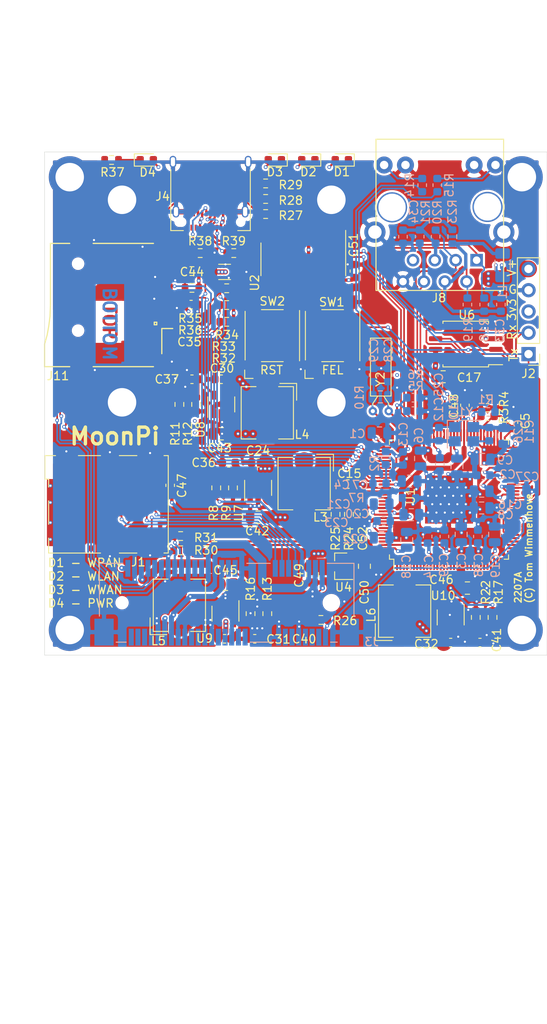
<source format=kicad_pcb>
(kicad_pcb (version 20171130) (host pcbnew 5.99.0+really5.1.10+dfsg1-1)
  (layers (0 F.Cu signal) (1 In1.Cu signal) (2 In2.Cu signal) (31 B.Cu signal) (34 B.Paste user) (35 F.Paste user) (36 B.SilkS user) (37 F.SilkS user) (38 B.Mask user) (39 F.Mask user) (44 Edge.Cuts user))
  (net 0 "")
  (net 1 GND)
  (net 2 "Net-(C1-Pad1)")
  (net 3 +1V2)
  (net 4 /SVREF)
  (net 5 "Net-(R1-Pad2)")
  (net 6 +3V3)
  (net 7 +1V8)
  (net 8 +3V0)
  (net 9 "Net-(U1-Pad114)")
  (net 10 "Net-(U1-Pad113)")
  (net 11 "Net-(U1-Pad87)")
  (net 12 "Net-(U1-Pad86)")
  (net 13 "Net-(U1-Pad84)")
  (net 14 "Net-(U1-Pad83)")
  (net 15 "Net-(U1-Pad82)")
  (net 16 "Net-(U1-Pad81)")
  (net 17 "Net-(U1-Pad10)")
  (net 18 LCD_D18)
  (net 19 LCD_D7)
  (net 20 LCD_D6)
  (net 21 LCD_D5)
  (net 22 LCD_D4)
  (net 23 LCD_D3)
  (net 24 LCD_D2)
  (net 25 LCD_D15)
  (net 26 LCD_D14)
  (net 27 LCD_D13)
  (net 28 LCD_D12)
  (net 29 LCD_D11)
  (net 30 LCD_D10)
  (net 31 LCD_D23)
  (net 32 LCD_D22)
  (net 33 LCD_D21)
  (net 34 LCD_D20)
  (net 35 LCD_D19)
  (net 36 VRA2)
  (net 37 VRA1)
  (net 38 HPVCCBP)
  (net 39 HPVCCIN)
  (net 40 HPR)
  (net 41 X24MIN)
  (net 42 X24MOUT)
  (net 43 HPL)
  (net 44 X32KIN)
  (net 45 X32KOUT)
  (net 46 HPCOM)
  (net 47 HBIAS)
  (net 48 "Net-(C33-Pad1)")
  (net 49 LRADC)
  (net 50 UART0_TX)
  (net 51 UART0_RX)
  (net 52 UART1_TX)
  (net 53 UART1_RX)
  (net 54 UART2_TX)
  (net 55 UART2_RX)
  (net 56 I2C0_SCK)
  (net 57 I2C0_SDA)
  (net 58 USB-ID)
  (net 59 EPHY-TXP)
  (net 60 EPHY-TXN)
  (net 61 EPHY-RXP)
  (net 62 EPHY-RXN)
  (net 63 "Net-(J8-Pad9)")
  (net 64 "Net-(J8-Pad12)")
  (net 65 SPI_MOSI)
  (net 66 SPI_CS)
  (net 67 SPI_SCK)
  (net 68 SPI_MISO)
  (net 69 PB5)
  (net 70 PB3)
  (net 71 PB2)
  (net 72 SDC0_CMD)
  (net 73 SDC0_D3)
  (net 74 SDC0_D2)
  (net 75 SDC0_CLK)
  (net 76 SDC0_D1)
  (net 77 SDC0_D0)
  (net 78 "Net-(J11-Pad9)")
  (net 79 SDC1_CMD)
  (net 80 SDC1_D3)
  (net 81 SDC1_D2)
  (net 82 SDC1_CLK)
  (net 83 SDC1_D1)
  (net 84 SDC1_D0)
  (net 85 LCD_DE)
  (net 86 LCD_VSYNC)
  (net 87 LCD_HSYNC)
  (net 88 LCD_CLK)
  (net 89 "Net-(R5-Pad2)")
  (net 90 HPCOMFB)
  (net 91 EPHY-SPD-LED)
  (net 92 EPHY-LINK-LED)
  (net 93 USB-D+)
  (net 94 USB-D-)
  (net 95 "Net-(C36-Pad1)")
  (net 96 "Net-(C37-Pad1)")
  (net 97 "Net-(C40-Pad1)")
  (net 98 "Net-(C41-Pad1)")
  (net 99 +1V5)
  (net 100 "Net-(J3-Pad51)")
  (net 101 "Net-(J3-Pad49)")
  (net 102 "Net-(J3-Pad47)")
  (net 103 "Net-(J3-Pad46)")
  (net 104 "Net-(J3-Pad45)")
  (net 105 "Net-(J3-Pad44)")
  (net 106 "Net-(J3-Pad42)")
  (net 107 "Net-(J3-Pad33)")
  (net 108 "Net-(J3-Pad32)")
  (net 109 "Net-(J3-Pad31)")
  (net 110 "Net-(J3-Pad30)")
  (net 111 "Net-(J3-Pad25)")
  (net 112 "Net-(J3-Pad23)")
  (net 113 "Net-(J3-Pad22)")
  (net 114 "Net-(J3-Pad20)")
  (net 115 "Net-(J3-Pad19)")
  (net 116 "Net-(J3-Pad17)")
  (net 117 "Net-(J3-Pad13)")
  (net 118 "Net-(J3-Pad11)")
  (net 119 "Net-(J3-Pad7)")
  (net 120 "Net-(J3-Pad5)")
  (net 121 "Net-(J3-Pad3)")
  (net 122 "Net-(L3-Pad1)")
  (net 123 "Net-(L4-Pad1)")
  (net 124 "Net-(L5-Pad1)")
  (net 125 "Net-(L6-Pad1)")
  (net 126 "Net-(C34-Pad1)")
  (net 127 "Net-(J1-PadC3)")
  (net 128 "Net-(J1-PadC7)")
  (net 129 "Net-(J1-PadC2)")
  (net 130 "Net-(J1-PadC6)")
  (net 131 "Net-(J1-PadDSW)")
  (net 132 "Net-(J1-PadCSW)")
  (net 133 "Net-(J4-PadA2)")
  (net 134 "Net-(J4-PadA3)")
  (net 135 "Net-(J4-PadA5)")
  (net 136 "Net-(J4-PadA10)")
  (net 137 "Net-(J4-PadA8)")
  (net 138 "Net-(J4-PadA11)")
  (net 139 "Net-(J4-PadB2)")
  (net 140 "Net-(J4-PadB3)")
  (net 141 "Net-(J4-PadB5)")
  (net 142 "Net-(J4-PadB8)")
  (net 143 "Net-(J4-PadB10)")
  (net 144 "Net-(J4-PadB11)")
  (net 145 "Net-(C47-Pad1)")
  (net 146 "Net-(D1-Pad1)")
  (net 147 "Net-(D2-Pad1)")
  (net 148 "Net-(D3-Pad1)")
  (net 149 WAKE)
  (net 150 /Periphery/USB_H-D-)
  (net 151 /Periphery/USB_H-D+)
  (net 152 /USB_D-D+)
  (net 153 /USB_D-D-)
  (net 154 "Net-(D4-Pad1)")
  (net 155 VCC)
  (net 156 USB_UART-D-)
  (net 157 USB_UART-D+)
  (net 158 "Net-(U2-Pad7)")
  (net 159 "Net-(U2-Pad8)")
  (net 160 "Net-(U2-Pad9)")
  (net 161 "Net-(U2-Pad10)")
  (net 162 "Net-(U2-Pad11)")
  (net 163 "Net-(U2-Pad12)")
  (net 164 "Net-(U2-Pad13)")
  (net 165 "Net-(U2-Pad14)")
  (net 166 "Net-(U2-Pad15)")
  (net 167 RESET)
  (module Capacitor_SMD:C_1206_3216Metric (layer F.Cu) (at 83.5 89.3)
    (fp_text reference C44 (at -3.9 0) (layer F.SilkS))
    (fp_text value 33u)
    (pad 1 smd roundrect (at -1.475 0) (size 1.15 1.8) (layers F.Cu F.Paste F.Mask) (roundrect_rratio 0.2173904347826087) (net 155 VCC))
    (pad 2 smd roundrect (at 1.475 0) (size 1.15 1.8) (layers F.Cu F.Paste F.Mask) (roundrect_rratio 0.2173904347826087) (net 1 GND))
  )
  (module Connector_PCBEdge:BUS_PCI_Express_Mini_Dual (layer B.Cu) (at 83.75 128.75 180)
    (fp_text reference J3 (at -17.31 -4.67 180) (layer B.SilkS) (effects (justify mirror)))
    (fp_text value Bus_PCI_Express_Mini)
    (pad "" np_thru_hole circle (at 12.5 0 180) (size 1.1 1.1) (drill 1.1) (layers *.Cu *.Mask))
    (pad "" np_thru_hole circle (at -12.5 0 180) (size 1.6 1.6) (drill 1.6) (layers *.Cu *.Mask))
    (pad MP smd rect (at -14.65 -3.5 180) (size 2.3 3.2) (layers B.Cu B.Paste B.Mask) (net 1 GND))
    (pad MP smd rect (at 14.65 -3.5 180) (size 2.3 3.2) (layers B.Cu B.Paste B.Mask) (net 1 GND))
    (pad 1 smd rect (at -11.8 -4.1 180) (size 0.6 2) (layers B.Cu B.Paste B.Mask) (net 149 WAKE))
    (pad 2 smd rect (at -11.4 4.1 180) (size 0.6 2) (layers B.Cu B.Paste B.Mask) (net 6 +3V3))
    (pad 3 smd rect (at -11 -4.1 180) (size 0.6 2) (layers B.Cu B.Paste B.Mask) (net 121 "Net-(J3-Pad3)"))
    (pad 4 smd rect (at -10.6 4.1 180) (size 0.6 2) (layers B.Cu B.Paste B.Mask) (net 1 GND))
    (pad 5 smd rect (at -10.2 -4.1 180) (size 0.6 2) (layers B.Cu B.Paste B.Mask) (net 120 "Net-(J3-Pad5)"))
    (pad 6 smd rect (at -9.8 4.1 180) (size 0.6 2) (layers B.Cu B.Paste B.Mask) (net 99 +1V5))
    (pad 7 smd rect (at -9.4 -4.1 180) (size 0.6 2) (layers B.Cu B.Paste B.Mask) (net 119 "Net-(J3-Pad7)"))
    (pad 8 smd rect (at -9 4.1 180) (size 0.6 2) (layers B.Cu B.Paste B.Mask) (net 145 "Net-(C47-Pad1)"))
    (pad 9 smd rect (at -8.6 -4.1 180) (size 0.6 2) (layers B.Cu B.Paste B.Mask) (net 1 GND))
    (pad 10 smd rect (at -8.2 4.1 180) (size 0.6 2) (layers B.Cu B.Paste B.Mask) (net 128 "Net-(J1-PadC7)"))
    (pad 11 smd rect (at -7.8 -4.1 180) (size 0.6 2) (layers B.Cu B.Paste B.Mask) (net 118 "Net-(J3-Pad11)"))
    (pad 12 smd rect (at -7.4 4.1 180) (size 0.6 2) (layers B.Cu B.Paste B.Mask) (net 127 "Net-(J1-PadC3)"))
    (pad 13 smd rect (at -7 -4.1 180) (size 0.6 2) (layers B.Cu B.Paste B.Mask) (net 117 "Net-(J3-Pad13)"))
    (pad 14 smd rect (at -6.6 4.1 180) (size 0.6 2) (layers B.Cu B.Paste B.Mask) (net 129 "Net-(J1-PadC2)"))
    (pad 15 smd rect (at -6.2 -4.1 180) (size 0.6 2) (layers B.Cu B.Paste B.Mask) (net 1 GND))
    (pad 16 smd rect (at -5.8 4.1 180) (size 0.6 2) (layers B.Cu B.Paste B.Mask) (net 130 "Net-(J1-PadC6)"))
    (pad 17 smd rect (at -2.2 -4.1 180) (size 0.6 2) (layers B.Cu B.Paste B.Mask) (net 116 "Net-(J3-Pad17)"))
    (pad 18 smd rect (at -1.8 4.1 180) (size 0.6 2) (layers B.Cu B.Paste B.Mask) (net 1 GND))
    (pad 19 smd rect (at -1.4 -4.1 180) (size 0.6 2) (layers B.Cu B.Paste B.Mask) (net 115 "Net-(J3-Pad19)"))
    (pad 20 smd rect (at -1 4.1 180) (size 0.6 2) (layers B.Cu B.Paste B.Mask) (net 114 "Net-(J3-Pad20)"))
    (pad 21 smd rect (at -0.6 -4.1 180) (size 0.6 2) (layers B.Cu B.Paste B.Mask) (net 1 GND))
    (pad 22 smd rect (at -0.2 4.1 180) (size 0.6 2) (layers B.Cu B.Paste B.Mask) (net 113 "Net-(J3-Pad22)"))
    (pad 23 smd rect (at 0.2 -4.1 180) (size 0.6 2) (layers B.Cu B.Paste B.Mask) (net 112 "Net-(J3-Pad23)"))
    (pad 24 smd rect (at 0.6 4.1 180) (size 0.6 2) (layers B.Cu B.Paste B.Mask) (net 6 +3V3))
    (pad 25 smd rect (at 1 -4.1 180) (size 0.6 2) (layers B.Cu B.Paste B.Mask) (net 111 "Net-(J3-Pad25)"))
    (pad 26 smd rect (at 1.4 4.1 180) (size 0.6 2) (layers B.Cu B.Paste B.Mask) (net 1 GND))
    (pad 27 smd rect (at 1.8 -4.1 180) (size 0.6 2) (layers B.Cu B.Paste B.Mask) (net 1 GND))
    (pad 28 smd rect (at 2.2 4.1 180) (size 0.6 2) (layers B.Cu B.Paste B.Mask) (net 99 +1V5))
    (pad 29 smd rect (at 2.6 -4.1 180) (size 0.6 2) (layers B.Cu B.Paste B.Mask) (net 1 GND))
    (pad 30 smd rect (at 3 4.1 180) (size 0.6 2) (layers B.Cu B.Paste B.Mask) (net 110 "Net-(J3-Pad30)"))
    (pad 31 smd rect (at 3.4 -4.1 180) (size 0.6 2) (layers B.Cu B.Paste B.Mask) (net 109 "Net-(J3-Pad31)"))
    (pad 32 smd rect (at 3.8 4.1 180) (size 0.6 2) (layers B.Cu B.Paste B.Mask) (net 108 "Net-(J3-Pad32)"))
    (pad 33 smd rect (at 4.2 -4.1 180) (size 0.6 2) (layers B.Cu B.Paste B.Mask) (net 107 "Net-(J3-Pad33)"))
    (pad 34 smd rect (at 4.6 4.1 180) (size 0.6 2) (layers B.Cu B.Paste B.Mask) (net 1 GND))
    (pad 35 smd rect (at 5 -4.1 180) (size 0.6 2) (layers B.Cu B.Paste B.Mask) (net 1 GND))
    (pad 36 smd rect (at 5.4 4.1 180) (size 0.6 2) (layers B.Cu B.Paste B.Mask) (net 150 /Periphery/USB_H-D-))
    (pad 37 smd rect (at 5.8 -4.1 180) (size 0.6 2) (layers B.Cu B.Paste B.Mask) (net 1 GND))
    (pad 38 smd rect (at 6.2 4.1 180) (size 0.6 2) (layers B.Cu B.Paste B.Mask) (net 151 /Periphery/USB_H-D+))
    (pad 39 smd rect (at 6.6 -4.1 180) (size 0.6 2) (layers B.Cu B.Paste B.Mask) (net 6 +3V3))
    (pad 40 smd rect (at 7 4.1 180) (size 0.6 2) (layers B.Cu B.Paste B.Mask) (net 1 GND))
    (pad 41 smd rect (at 7.4 -4.1 180) (size 0.6 2) (layers B.Cu B.Paste B.Mask) (net 6 +3V3))
    (pad 42 smd rect (at 7.8 4.1 180) (size 0.6 2) (layers B.Cu B.Paste B.Mask) (net 106 "Net-(J3-Pad42)"))
    (pad 43 smd rect (at 8.2 -4.1 180) (size 0.6 2) (layers B.Cu B.Paste B.Mask) (net 1 GND))
    (pad 44 smd rect (at 8.6 4.1 180) (size 0.6 2) (layers B.Cu B.Paste B.Mask) (net 105 "Net-(J3-Pad44)"))
    (pad 45 smd rect (at 9 -4.1 180) (size 0.6 2) (layers B.Cu B.Paste B.Mask) (net 104 "Net-(J3-Pad45)"))
    (pad 46 smd rect (at 9.4 4.1 180) (size 0.6 2) (layers B.Cu B.Paste B.Mask) (net 103 "Net-(J3-Pad46)"))
    (pad 47 smd rect (at 9.8 -4.1 180) (size 0.6 2) (layers B.Cu B.Paste B.Mask) (net 102 "Net-(J3-Pad47)"))
    (pad 48 smd rect (at 10.2 4.1 180) (size 0.6 2) (layers B.Cu B.Paste B.Mask) (net 99 +1V5))
    (pad 49 smd rect (at 10.6 -4.1 180) (size 0.6 2) (layers B.Cu B.Paste B.Mask) (net 101 "Net-(J3-Pad49)"))
    (pad 50 smd rect (at 11 4.1 180) (size 0.6 2) (layers B.Cu B.Paste B.Mask) (net 1 GND))
    (pad 51 smd rect (at 11.4 -4.1 180) (size 0.6 2) (layers B.Cu B.Paste B.Mask) (net 100 "Net-(J3-Pad51)"))
    (pad 52 smd rect (at 11.8 4.1 180) (size 0.6 2) (layers B.Cu B.Paste B.Mask) (net 6 +3V3))
  )
  (module balmer:eLQFP-128_14x14mm_P0.4mm (layer F.Cu) (at 110.3 116.45 90)
    (fp_text reference U1 (at 0.4 -4.6 90) (layer F.SilkS))
    (fp_text value AllwinnerV3S)
    (pad 1 smd roundrect (at -7.6625 -6.2 90) (size 1.475 0.25) (layers F.Cu F.Paste F.Mask) (net 81 SDC1_D2))
    (pad 2 smd roundrect (at -7.6625 -5.8 90) (size 1.475 0.25) (layers F.Cu F.Paste F.Mask) (net 83 SDC1_D1))
    (pad 3 smd roundrect (at -7.6625 -5.4 90) (size 1.475 0.25) (layers F.Cu F.Paste F.Mask) (net 84 SDC1_D0))
    (pad 4 smd roundrect (at -7.6625 -5 90) (size 1.475 0.25) (layers F.Cu F.Paste F.Mask) (net 79 SDC1_CMD))
    (pad 5 smd roundrect (at -7.6625 -4.6 90) (size 1.475 0.25) (layers F.Cu F.Paste F.Mask) (net 82 SDC1_CLK))
    (pad 6 smd roundrect (at -7.6625 -4.2 90) (size 1.475 0.25) (layers F.Cu F.Paste F.Mask) (net 31 LCD_D23))
    (pad 7 smd roundrect (at -7.6625 -3.8 90) (size 1.475 0.25) (layers F.Cu F.Paste F.Mask) (net 32 LCD_D22))
    (pad 8 smd roundrect (at -7.6625 -3.4 90) (size 1.475 0.25) (layers F.Cu F.Paste F.Mask) (net 53 UART1_RX))
    (pad 9 smd roundrect (at -7.6625 -3 90) (size 1.475 0.25) (layers F.Cu F.Paste F.Mask) (net 52 UART1_TX))
    (pad 10 smd roundrect (at -7.6625 -2.6 90) (size 1.475 0.25) (layers F.Cu F.Paste F.Mask) (net 17 "Net-(U1-Pad10)"))
    (pad 11 smd roundrect (at -7.6625 -2.2 90) (size 1.475 0.25) (layers F.Cu F.Paste F.Mask) (net 33 LCD_D21))
    (pad 12 smd roundrect (at -7.6625 -1.8 90) (size 1.475 0.25) (layers F.Cu F.Paste F.Mask) (net 6 +3V3))
    (pad 13 smd roundrect (at -7.6625 -1.4 90) (size 1.475 0.25) (layers F.Cu F.Paste F.Mask) (net 34 LCD_D20))
    (pad 14 smd roundrect (at -7.6625 -1 90) (size 1.475 0.25) (layers F.Cu F.Paste F.Mask) (net 35 LCD_D19))
    (pad 15 smd roundrect (at -7.6625 -0.6 90) (size 1.475 0.25) (layers F.Cu F.Paste F.Mask) (net 18 LCD_D18))
    (pad 16 smd roundrect (at -7.6625 -0.2 90) (size 1.475 0.25) (layers F.Cu F.Paste F.Mask) (net 25 LCD_D15))
    (pad 17 smd roundrect (at -7.6625 0.2 90) (size 1.475 0.25) (layers F.Cu F.Paste F.Mask) (net 26 LCD_D14))
    (pad 18 smd roundrect (at -7.6625 0.6 90) (size 1.475 0.25) (layers F.Cu F.Paste F.Mask) (net 27 LCD_D13))
    (pad 19 smd roundrect (at -7.6625 1 90) (size 1.475 0.25) (layers F.Cu F.Paste F.Mask) (net 3 +1V2))
    (pad 20 smd roundrect (at -7.6625 1.4 90) (size 1.475 0.25) (layers F.Cu F.Paste F.Mask) (net 3 +1V2))
    (pad 21 smd roundrect (at -7.6625 1.8 90) (size 1.475 0.25) (layers F.Cu F.Paste F.Mask) (net 3 +1V2))
    (pad 22 smd roundrect (at -7.6625 2.2 90) (size 1.475 0.25) (layers F.Cu F.Paste F.Mask) (net 28 LCD_D12))
    (pad 23 smd roundrect (at -7.6625 2.6 90) (size 1.475 0.25) (layers F.Cu F.Paste F.Mask) (net 29 LCD_D11))
    (pad 24 smd roundrect (at -7.6625 3 90) (size 1.475 0.25) (layers F.Cu F.Paste F.Mask) (net 30 LCD_D10))
    (pad 25 smd roundrect (at -7.6625 3.4 90) (size 1.475 0.25) (layers F.Cu F.Paste F.Mask) (net 3 +1V2))
    (pad 26 smd roundrect (at -7.6625 3.8 90) (size 1.475 0.25) (layers F.Cu F.Paste F.Mask) (net 3 +1V2))
    (pad 27 smd roundrect (at -7.6625 4.2 90) (size 1.475 0.25) (layers F.Cu F.Paste F.Mask) (net 19 LCD_D7))
    (pad 28 smd roundrect (at -7.6625 4.6 90) (size 1.475 0.25) (layers F.Cu F.Paste F.Mask) (net 20 LCD_D6))
    (pad 29 smd roundrect (at -7.6625 5 90) (size 1.475 0.25) (layers F.Cu F.Paste F.Mask) (net 6 +3V3))
    (pad 30 smd roundrect (at -7.6625 5.4 90) (size 1.475 0.25) (layers F.Cu F.Paste F.Mask) (net 21 LCD_D5))
    (pad 31 smd roundrect (at -7.6625 5.8 90) (size 1.475 0.25) (layers F.Cu F.Paste F.Mask) (net 22 LCD_D4))
    (pad 32 smd roundrect (at -7.6625 6.2 90) (size 1.475 0.25) (layers F.Cu F.Paste F.Mask) (net 23 LCD_D3))
    (pad 33 smd roundrect (at -6.2 7.6625 90) (size 0.25 1.475) (layers F.Cu F.Paste F.Mask) (net 24 LCD_D2))
    (pad 34 smd roundrect (at -5.8 7.6625 90) (size 0.25 1.475) (layers F.Cu F.Paste F.Mask) (net 86 LCD_VSYNC))
    (pad 35 smd roundrect (at -5.4 7.6625 90) (size 0.25 1.475) (layers F.Cu F.Paste F.Mask) (net 87 LCD_HSYNC))
    (pad 36 smd roundrect (at -5 7.6625 90) (size 0.25 1.475) (layers F.Cu F.Paste F.Mask) (net 85 LCD_DE))
    (pad 37 smd roundrect (at -4.6 7.6625 90) (size 0.25 1.475) (layers F.Cu F.Paste F.Mask) (net 88 LCD_CLK))
    (pad 38 smd roundrect (at -4.2 7.6625 90) (size 0.25 1.475) (layers F.Cu F.Paste F.Mask) (net 3 +1V2))
    (pad 39 smd roundrect (at -3.8 7.6625 90) (size 0.25 1.475) (layers F.Cu F.Paste F.Mask) (net 54 UART2_TX))
    (pad 40 smd roundrect (at -3.4 7.6625 90) (size 0.25 1.475) (layers F.Cu F.Paste F.Mask) (net 55 UART2_RX))
    (pad 41 smd roundrect (at -3 7.6625 90) (size 0.25 1.475) (layers F.Cu F.Paste F.Mask) (net 71 PB2))
    (pad 42 smd roundrect (at -2.6 7.6625 90) (size 0.25 1.475) (layers F.Cu F.Paste F.Mask) (net 70 PB3))
    (pad 43 smd roundrect (at -2.2 7.6625 90) (size 0.25 1.475) (layers F.Cu F.Paste F.Mask) (net 149 WAKE))
    (pad 44 smd roundrect (at -1.8 7.6625 90) (size 0.25 1.475) (layers F.Cu F.Paste F.Mask) (net 69 PB5))
    (pad 45 smd roundrect (at -1.4 7.6625 90) (size 0.25 1.475) (layers F.Cu F.Paste F.Mask) (net 56 I2C0_SCK))
    (pad 46 smd roundrect (at -1 7.6625 90) (size 0.25 1.475) (layers F.Cu F.Paste F.Mask) (net 57 I2C0_SDA))
    (pad 47 smd roundrect (at -0.6 7.6625 90) (size 0.25 1.475) (layers F.Cu F.Paste F.Mask) (net 3 +1V2))
    (pad 48 smd roundrect (at -0.2 7.6625 90) (size 0.25 1.475) (layers F.Cu F.Paste F.Mask) (net 50 UART0_TX))
    (pad 49 smd roundrect (at 0.2 7.6625 90) (size 0.25 1.475) (layers F.Cu F.Paste F.Mask) (net 51 UART0_RX))
    (pad 50 smd roundrect (at 0.6 7.6625 90) (size 0.25 1.475) (layers F.Cu F.Paste F.Mask) (net 6 +3V3))
    (pad 51 smd roundrect (at 1 7.6625 90) (size 0.25 1.475) (layers F.Cu F.Paste F.Mask) (net 3 +1V2))
    (pad 52 smd roundrect (at 1.4 7.6625 90) (size 0.25 1.475) (layers F.Cu F.Paste F.Mask) (net 68 SPI_MISO))
    (pad 53 smd roundrect (at 1.8 7.6625 90) (size 0.25 1.475) (layers F.Cu F.Paste F.Mask) (net 67 SPI_SCK))
    (pad 54 smd roundrect (at 2.2 7.6625 90) (size 0.25 1.475) (layers F.Cu F.Paste F.Mask) (net 66 SPI_CS))
    (pad 55 smd roundrect (at 2.6 7.6625 90) (size 0.25 1.475) (layers F.Cu F.Paste F.Mask) (net 65 SPI_MOSI))
    (pad 56 smd roundrect (at 3 7.6625 90) (size 0.25 1.475) (layers F.Cu F.Paste F.Mask) (net 3 +1V2))
    (pad 57 smd roundrect (at 3.4 7.6625 90) (size 0.25 1.475) (layers F.Cu F.Paste F.Mask) (net 6 +3V3))
    (pad 58 smd roundrect (at 3.8 7.6625 90) (size 0.25 1.475) (layers F.Cu F.Paste F.Mask) (net 3 +1V2))
    (pad 59 smd roundrect (at 4.2 7.6625 90) (size 0.25 1.475) (layers F.Cu F.Paste F.Mask) (net 7 +1V8))
    (pad 60 smd roundrect (at 4.6 7.6625 90) (size 0.25 1.475) (layers F.Cu F.Paste F.Mask) (net 7 +1V8))
    (pad 61 smd roundrect (at 5 7.6625 90) (size 0.25 1.475) (layers F.Cu F.Paste F.Mask) (net 7 +1V8))
    (pad 62 smd roundrect (at 5.4 7.6625 90) (size 0.25 1.475) (layers F.Cu F.Paste F.Mask) (net 7 +1V8))
    (pad 63 smd roundrect (at 5.8 7.6625 90) (size 0.25 1.475) (layers F.Cu F.Paste F.Mask) (net 4 /SVREF))
    (pad 64 smd roundrect (at 6.2 7.6625 90) (size 0.25 1.475) (layers F.Cu F.Paste F.Mask) (net 3 +1V2))
    (pad 65 smd roundrect (at 7.6625 6.2 90) (size 1.475 0.25) (layers F.Cu F.Paste F.Mask) (net 7 +1V8))
    (pad 66 smd roundrect (at 7.6625 5.8 90) (size 1.475 0.25) (layers F.Cu F.Paste F.Mask) (net 7 +1V8))
    (pad 67 smd roundrect (at 7.6625 5.4 90) (size 1.475 0.25) (layers F.Cu F.Paste F.Mask) (net 7 +1V8))
    (pad 68 smd roundrect (at 7.6625 5 90) (size 1.475 0.25) (layers F.Cu F.Paste F.Mask) (net 7 +1V8))
    (pad 69 smd roundrect (at 7.6625 4.6 90) (size 1.475 0.25) (layers F.Cu F.Paste F.Mask) (net 7 +1V8))
    (pad 70 smd roundrect (at 7.6625 4.2 90) (size 1.475 0.25) (layers F.Cu F.Paste F.Mask) (net 7 +1V8))
    (pad 71 smd roundrect (at 7.6625 3.8 90) (size 1.475 0.25) (layers F.Cu F.Paste F.Mask) (net 4 /SVREF))
    (pad 72 smd roundrect (at 7.6625 3.4 90) (size 1.475 0.25) (layers F.Cu F.Paste F.Mask) (net 7 +1V8))
    (pad 73 smd roundrect (at 7.6625 3 90) (size 1.475 0.25) (layers F.Cu F.Paste F.Mask) (net 5 "Net-(R1-Pad2)"))
    (pad 74 smd roundrect (at 7.6625 2.6 90) (size 1.475 0.25) (layers F.Cu F.Paste F.Mask) (net 42 X24MOUT))
    (pad 75 smd roundrect (at 7.6625 2.2 90) (size 1.475 0.25) (layers F.Cu F.Paste F.Mask) (net 41 X24MIN))
    (pad 76 smd roundrect (at 7.6625 1.8 90) (size 1.475 0.25) (layers F.Cu F.Paste F.Mask) (net 8 +3V0))
    (pad 77 smd roundrect (at 7.6625 1.4 90) (size 1.475 0.25) (layers F.Cu F.Paste F.Mask) (net 92 EPHY-LINK-LED))
    (pad 78 smd roundrect (at 7.6625 1 90) (size 1.475 0.25) (layers F.Cu F.Paste F.Mask) (net 91 EPHY-SPD-LED))
    (pad 79 smd roundrect (at 7.6625 0.6 90) (size 1.475 0.25) (layers F.Cu F.Paste F.Mask) (net 7 +1V8))
    (pad 80 smd roundrect (at 7.6625 0.2 90) (size 1.475 0.25) (layers F.Cu F.Paste F.Mask) (net 3 +1V2))
    (pad 81 smd roundrect (at 7.6625 -0.2 90) (size 1.475 0.25) (layers F.Cu F.Paste F.Mask) (net 16 "Net-(U1-Pad81)"))
    (pad 82 smd roundrect (at 7.6625 -0.6 90) (size 1.475 0.25) (layers F.Cu F.Paste F.Mask) (net 15 "Net-(U1-Pad82)"))
    (pad 83 smd roundrect (at 7.6625 -1 90) (size 1.475 0.25) (layers F.Cu F.Paste F.Mask) (net 14 "Net-(U1-Pad83)"))
    (pad 84 smd roundrect (at 7.6625 -1.4 90) (size 1.475 0.25) (layers F.Cu F.Paste F.Mask) (net 13 "Net-(U1-Pad84)"))
    (pad 85 smd roundrect (at 7.6625 -1.8 90) (size 1.475 0.25) (layers F.Cu F.Paste F.Mask) (net 6 +3V3))
    (pad 86 smd roundrect (at 7.6625 -2.2 90) (size 1.475 0.25) (layers F.Cu F.Paste F.Mask) (net 12 "Net-(U1-Pad86)"))
    (pad 87 smd roundrect (at 7.6625 -2.6 90) (size 1.475 0.25) (layers F.Cu F.Paste F.Mask) (net 11 "Net-(U1-Pad87)"))
    (pad 88 smd roundrect (at 7.6625 -3 90) (size 1.475 0.25) (layers F.Cu F.Paste F.Mask) (net 3 +1V2))
    (pad 89 smd roundrect (at 7.6625 -3.4 90) (size 1.475 0.25) (layers F.Cu F.Paste F.Mask) (net 62 EPHY-RXN))
    (pad 90 smd roundrect (at 7.6625 -3.8 90) (size 1.475 0.25) (layers F.Cu F.Paste F.Mask) (net 61 EPHY-RXP))
    (pad 91 smd roundrect (at 7.6625 -4.2 90) (size 1.475 0.25) (layers F.Cu F.Paste F.Mask) (net 60 EPHY-TXN))
    (pad 92 smd roundrect (at 7.6625 -4.6 90) (size 1.475 0.25) (layers F.Cu F.Paste F.Mask) (net 59 EPHY-TXP))
    (pad 93 smd roundrect (at 7.6625 -5 90) (size 1.475 0.25) (layers F.Cu F.Paste F.Mask) (net 6 +3V3))
    (pad 94 smd roundrect (at 7.6625 -5.4 90) (size 1.475 0.25) (layers F.Cu F.Paste F.Mask) (net 89 "Net-(R5-Pad2)"))
    (pad 95 smd roundrect (at 7.6625 -5.8 90) (size 1.475 0.25) (layers F.Cu F.Paste F.Mask) (net 45 X32KOUT))
    (pad 96 smd roundrect (at 7.6625 -6.2 90) (size 1.475 0.25) (layers F.Cu F.Paste F.Mask) (net 44 X32KIN))
    (pad 97 smd roundrect (at 6.2 -7.6625 90) (size 0.25 1.475) (layers F.Cu F.Paste F.Mask) (net 2 "Net-(C1-Pad1)"))
    (pad 98 smd roundrect (at 5.8 -7.6625 90) (size 0.25 1.475) (layers F.Cu F.Paste F.Mask) (net 6 +3V3))
    (pad 99 smd roundrect (at 5.4 -7.6625 90) (size 0.25 1.475) (layers F.Cu F.Paste F.Mask) (net 167 RESET))
    (pad 100 smd roundrect (at 5 -7.6625 90) (size 0.25 1.475) (layers F.Cu F.Paste F.Mask) (net 58 USB-ID))
    (pad 101 smd roundrect (at 4.6 -7.6625 90) (size 0.25 1.475) (layers F.Cu F.Paste F.Mask) (net 74 SDC0_D2))
    (pad 102 smd roundrect (at 4.2 -7.6625 90) (size 0.25 1.475) (layers F.Cu F.Paste F.Mask) (net 73 SDC0_D3))
    (pad 103 smd roundrect (at 3.8 -7.6625 90) (size 0.25 1.475) (layers F.Cu F.Paste F.Mask) (net 72 SDC0_CMD))
    (pad 104 smd roundrect (at 3.4 -7.6625 90) (size 0.25 1.475) (layers F.Cu F.Paste F.Mask) (net 6 +3V3))
    (pad 105 smd roundrect (at 3 -7.6625 90) (size 0.25 1.475) (layers F.Cu F.Paste F.Mask) (net 75 SDC0_CLK))
    (pad 106 smd roundrect (at 2.6 -7.6625 90) (size 0.25 1.475) (layers F.Cu F.Paste F.Mask) (net 77 SDC0_D0))
    (pad 107 smd roundrect (at 2.2 -7.6625 90) (size 0.25 1.475) (layers F.Cu F.Paste F.Mask) (net 76 SDC0_D1))
    (pad 108 smd roundrect (at 1.8 -7.6625 90) (size 0.25 1.475) (layers F.Cu F.Paste F.Mask) (net 3 +1V2))
    (pad 109 smd roundrect (at 1.4 -7.6625 90) (size 0.25 1.475) (layers F.Cu F.Paste F.Mask) (net 6 +3V3))
    (pad 110 smd roundrect (at 1 -7.6625 90) (size 0.25 1.475) (layers F.Cu F.Paste F.Mask) (net 153 /USB_D-D-))
    (pad 111 smd roundrect (at 0.6 -7.6625 90) (size 0.25 1.475) (layers F.Cu F.Paste F.Mask) (net 152 /USB_D-D+))
    (pad 112 smd roundrect (at 0.2 -7.6625 90) (size 0.25 1.475) (layers F.Cu F.Paste F.Mask) (net 49 LRADC))
    (pad 113 smd roundrect (at -0.2 -7.6625 90) (size 0.25 1.475) (layers F.Cu F.Paste F.Mask) (net 10 "Net-(U1-Pad113)"))
    (pad 114 smd roundrect (at -0.6 -7.6625 90) (size 0.25 1.475) (layers F.Cu F.Paste F.Mask) (net 9 "Net-(U1-Pad114)"))
    (pad 115 smd roundrect (at -1 -7.6625 90) (size 0.25 1.475) (layers F.Cu F.Paste F.Mask) (net 8 +3V0))
    (pad 116 smd roundrect (at -1.4 -7.6625 90) (size 0.25 1.475) (layers F.Cu F.Paste F.Mask) (net 1 GND))
    (pad 117 smd roundrect (at -1.8 -7.6625 90) (size 0.25 1.475) (layers F.Cu F.Paste F.Mask) (net 37 VRA1))
    (pad 118 smd roundrect (at -2.2 -7.6625 90) (size 0.25 1.475) (layers F.Cu F.Paste F.Mask) (net 36 VRA2))
    (pad 119 smd roundrect (at -2.6 -7.6625 90) (size 0.25 1.475) (layers F.Cu F.Paste F.Mask) (net 47 HBIAS))
    (pad 120 smd roundrect (at -3 -7.6625 90) (size 0.25 1.475) (layers F.Cu F.Paste F.Mask) (net 40 HPR))
    (pad 121 smd roundrect (at -3.4 -7.6625 90) (size 0.25 1.475) (layers F.Cu F.Paste F.Mask) (net 43 HPL))
    (pad 122 smd roundrect (at -3.8 -7.6625 90) (size 0.25 1.475) (layers F.Cu F.Paste F.Mask) (net 39 HPVCCIN))
    (pad 123 smd roundrect (at -4.2 -7.6625 90) (size 0.25 1.475) (layers F.Cu F.Paste F.Mask) (net 38 HPVCCBP))
    (pad 124 smd roundrect (at -4.6 -7.6625 90) (size 0.25 1.475) (layers F.Cu F.Paste F.Mask) (net 90 HPCOMFB))
    (pad 125 smd roundrect (at -5 -7.6625 90) (size 0.25 1.475) (layers F.Cu F.Paste F.Mask) (net 46 HPCOM))
    (pad 126 smd roundrect (at -5.4 -7.6625 90) (size 0.25 1.475) (layers F.Cu F.Paste F.Mask) (net 3 +1V2))
    (pad 127 smd roundrect (at -5.8 -7.6625 90) (size 0.25 1.475) (layers F.Cu F.Paste F.Mask) (net 6 +3V3))
    (pad 128 smd roundrect (at -6.2 -7.6625 90) (size 0.25 1.475) (layers F.Cu F.Paste F.Mask) (net 80 SDC1_D3))
    (pad PAD smd rect (at 0 0 90) (size 5.72 5.72) (layers F.Cu F.Paste F.Mask) (net 1 GND))
  )
  (module Resistor_SMD:R_0603_1608Metric (layer B.Cu) (at 114.5 93.2 270)
    (fp_text reference R18 (at 3 0 270) (layer B.SilkS) (effects (justify mirror)))
    (fp_text value 50)
    (pad 1 smd roundrect (at -0.7875 0 270) (size 0.875 0.95) (layers B.Cu B.Paste B.Mask) (net 59 EPHY-TXP))
    (pad 2 smd roundrect (at 0.7875 0 270) (size 0.875 0.95) (layers B.Cu B.Paste B.Mask) (net 48 "Net-(C33-Pad1)"))
  )
  (module balmer:HR911105_RJ45 (layer F.Cu) (at 109.2 81.35 180)
    (fp_text reference J8 (at 0.1 -11.05) (layer F.SilkS))
    (fp_text value HR911105_RJ45 hide)
    (pad 0 thru_hole circle (at 7.74954 -3.2004 180) (size 2.54 2.54) (drill 1.6002) (layers *.Cu *.Mask) (net 1 GND))
    (pad 0 thru_hole circle (at -7.65048 -3.2004 180) (size 2.54 2.54) (drill 1.6002) (layers *.Cu *.Mask) (net 1 GND))
    (pad 12 thru_hole circle (at 6.64972 4.79984 180) (size 2.032 2.032) (drill 1.00076) (layers *.Cu *.Mask) (net 64 "Net-(J8-Pad12)"))
    (pad 11 thru_hole circle (at 4.09956 4.79984 180) (size 2.032 2.032) (drill 1.00076) (layers *.Cu *.Mask) (net 1 GND))
    (pad 10 thru_hole circle (at -4.09956 4.79984 180) (size 2.032 2.032) (drill 1.00076) (layers *.Cu *.Mask) (net 1 GND))
    (pad 9 thru_hole circle (at -6.64972 4.79984 180) (size 2.032 2.032) (drill 1.00076) (layers *.Cu *.Mask) (net 63 "Net-(J8-Pad9)"))
    (pad 8 thru_hole circle (at 4.39928 -9.10082 180) (size 1.5 1.5) (drill 0.89916) (layers *.Cu *.Mask) (net 1 GND))
    (pad 7 thru_hole circle (at 3.2004 -6.55066 180) (size 1.5 1.5) (drill 0.89916) (layers *.Cu *.Mask))
    (pad 6 thru_hole circle (at 1.89992 -9.10082 180) (size 1.5 1.5) (drill 0.89916) (layers *.Cu *.Mask) (net 62 EPHY-RXN))
    (pad 5 thru_hole circle (at 0.59944 -6.55066 180) (size 1.5 1.5) (drill 0.89916) (layers *.Cu *.Mask) (net 126 "Net-(C34-Pad1)"))
    (pad 4 thru_hole circle (at -0.59944 -9.10082 180) (size 1.5 1.5) (drill 0.89916) (layers *.Cu *.Mask) (net 48 "Net-(C33-Pad1)"))
    (pad 3 thru_hole circle (at -1.89992 -6.55066 180) (size 1.5 1.5) (drill 0.89916) (layers *.Cu *.Mask) (net 61 EPHY-RXP))
    (pad 2 thru_hole circle (at -3.2004 -9.10082 180) (size 1.5 1.5) (drill 0.89916) (layers *.Cu *.Mask) (net 60 EPHY-TXN))
    (pad 1 thru_hole rect (at -4.39928 -6.55066 180) (size 1.5 1.5) (drill 0.89916) (layers *.Cu *.Mask) (net 59 EPHY-TXP))
    (pad Hole thru_hole circle (at -5.69976 -0.20066 180) (size 3.59918 3.59918) (drill 3.2512) (layers *.Cu *.Mask))
    (pad Hole thru_hole circle (at 5.69976 -0.24892 180) (size 3.59918 3.59918) (drill 3.2512) (layers *.Cu *.Mask))
  )
  (module Capacitor_SMD:C_0603_1608Metric (layer B.Cu) (at 116.5 93.2 90)
    (fp_text reference C33 (at -3.1 -0.1 270) (layer B.SilkS) (effects (justify mirror)))
    (fp_text value 100n)
    (pad 1 smd roundrect (at -0.7875 0 90) (size 0.875 0.95) (layers B.Cu B.Paste B.Mask) (net 48 "Net-(C33-Pad1)"))
    (pad 2 smd roundrect (at 0.7875 0 90) (size 0.875 0.95) (layers B.Cu B.Paste B.Mask) (net 1 GND))
  )
  (module Resistor_SMD:R_0603_1608Metric (layer B.Cu) (at 108.9 78.95 90)
    (fp_text reference R15 (at 0 1.43 90) (layer B.SilkS) (effects (justify mirror)))
    (fp_text value 1K)
    (pad 1 smd roundrect (at -0.7875 0 90) (size 0.875 0.95) (layers B.Cu B.Paste B.Mask) (net 92 EPHY-LINK-LED))
    (pad 2 smd roundrect (at 0.7875 0 90) (size 0.875 0.95) (layers B.Cu B.Paste B.Mask) (net 63 "Net-(J8-Pad9)"))
  )
  (module Crystal:Crystal_C26-LF_D2.1mm_L6.5mm_Horizontal (layer F.Cu) (at 103.1 105.9 180)
    (fp_text reference Y2 (at 1 3.8 90) (layer F.SilkS))
    (fp_text value 32768)
    (pad 1 thru_hole circle (at 0 0 180) (size 1 1) (drill 0.5) (layers *.Cu *.Mask) (net 45 X32KOUT))
    (pad 2 thru_hole circle (at 1.9 0 180) (size 1 1) (drill 0.5) (layers *.Cu *.Mask) (net 44 X32KIN))
  )
  (module Capacitor_SMD:C_0805_2012Metric (layer F.Cu) (at 100.2 124.4 270)
    (fp_text reference C50 (at 3.1 0 90) (layer F.SilkS))
    (fp_text value 2.2u)
    (pad 1 smd roundrect (at -0.9375 0 270) (size 0.975 1.4) (layers F.Cu F.Paste F.Mask) (net 8 +3V0))
    (pad 2 smd roundrect (at 0.9375 0 270) (size 0.975 1.4) (layers F.Cu F.Paste F.Mask) (net 1 GND))
  )
  (module Capacitor_SMD:C_0805_2012Metric (layer B.Cu) (at 115.75 120.6 90)
    (fp_text reference C19 (at -3.75 0.1 270) (layer B.SilkS) (effects (justify mirror)))
    (fp_text value 2.2u)
    (pad 2 smd roundrect (at 0.9375 0 90) (size 0.975 1.4) (layers B.Cu B.Paste B.Mask) (net 1 GND))
    (pad 1 smd roundrect (at -0.9375 0 90) (size 0.975 1.4) (layers B.Cu B.Paste B.Mask) (net 6 +3V3))
  )
  (module Capacitor_SMD:C_0603_1608Metric (layer B.Cu) (at 102 114.5 180)
    (fp_text reference C4 (at 4.5 -0.2) (layer B.SilkS) (effects (justify mirror)))
    (fp_text value 1u)
    (pad 1 smd roundrect (at -0.7875 0 180) (size 0.875 0.95) (layers B.Cu B.Paste B.Mask) (net 167 RESET))
    (pad 2 smd roundrect (at 0.7875 0 180) (size 0.875 0.95) (layers B.Cu B.Paste B.Mask) (net 1 GND))
  )
  (module Resistor_SMD:R_0603_1608Metric (layer F.Cu) (at 78.25 120.8)
    (fp_text reference R31 (at 3.05 0.2) (layer F.SilkS))
    (fp_text value 33)
    (pad 2 smd roundrect (at 0.825 0) (size 0.8 0.95) (layers F.Cu F.Paste F.Mask) (net 94 USB-D-))
    (pad 1 smd roundrect (at -0.825 0) (size 0.8 0.95) (layers F.Cu F.Paste F.Mask) (net 150 /Periphery/USB_H-D-))
  )
  (module Capacitor_SMD:C_0603_1608Metric (layer F.Cu) (at 118 107.2 90)
    (fp_text reference C5 (at 0.12 1.42 90) (layer F.SilkS))
    (fp_text value 100n)
    (pad 1 smd roundrect (at -0.7875 0 90) (size 0.875 0.95) (layers F.Cu F.Paste F.Mask) (net 4 /SVREF))
    (pad 2 smd roundrect (at 0.7875 0 90) (size 0.875 0.95) (layers F.Cu F.Paste F.Mask) (net 1 GND))
  )
  (module Capacitor_SMD:C_0805_2012Metric (layer B.Cu) (at 111.75 120.6 90)
    (fp_text reference C3 (at -3.15 0.05 270) (layer B.SilkS) (effects (justify mirror)))
    (fp_text value 2.2u)
    (pad 2 smd roundrect (at 0.9375 0 90) (size 0.975 1.4) (layers B.Cu B.Paste B.Mask) (net 1 GND))
    (pad 1 smd roundrect (at -0.9375 0 90) (size 0.975 1.4) (layers B.Cu B.Paste B.Mask) (net 3 +1V2))
  )
  (module Capacitor_SMD:C_0805_2012Metric (layer B.Cu) (at 118.6 115.4)
    (fp_text reference C27 (at 1.05 -1.67 180) (layer B.SilkS) (effects (justify mirror)))
    (fp_text value 2.2u)
    (pad 1 smd roundrect (at -0.95 0) (size 1 1.45) (layers B.Cu B.Paste B.Mask) (net 3 +1V2))
    (pad 2 smd roundrect (at 0.95 0) (size 1 1.45) (layers B.Cu B.Paste B.Mask) (net 1 GND))
  )
  (module Capacitor_SMD:C_0805_2012Metric (layer B.Cu) (at 102.25 117)
    (fp_text reference C21 (at -5.15 0) (layer B.SilkS) (effects (justify mirror)))
    (fp_text value 2.2u)
    (pad 1 smd roundrect (at -0.9375 0) (size 0.975 1.4) (layers B.Cu B.Paste B.Mask) (net 37 VRA1))
    (pad 2 smd roundrect (at 0.9375 0) (size 0.975 1.4) (layers B.Cu B.Paste B.Mask) (net 1 GND))
  )
  (module Capacitor_SMD:C_0603_1608Metric (layer B.Cu) (at 107.75 120.85 90)
    (fp_text reference C14 (at -3.6 0.15 90) (layer B.SilkS) (effects (justify mirror)))
    (fp_text value 100n)
    (pad 1 smd roundrect (at -0.7875 0 90) (size 0.875 0.95) (layers B.Cu B.Paste B.Mask) (net 6 +3V3))
    (pad 2 smd roundrect (at 0.7875 0 90) (size 0.875 0.95) (layers B.Cu B.Paste B.Mask) (net 1 GND))
  )
  (module Resistor_SMD:R_0603_1608Metric (layer F.Cu) (at 83.75 95.25)
    (fp_text reference R32 (at -0.35 4.35 180) (layer F.SilkS))
    (fp_text value 47k)
    (pad 2 smd roundrect (at 0.825 0) (size 0.8 0.95) (layers F.Cu F.Paste F.Mask) (net 6 +3V3))
    (pad 1 smd roundrect (at -0.825 0) (size 0.8 0.95) (layers F.Cu F.Paste F.Mask) (net 72 SDC0_CMD))
  )
  (module Inductor_SMD:L_1206_3216Metric (layer B.Cu) (at 116.7 88.5 270)
    (fp_text reference L1 (at 3.2 0 90) (layer B.SilkS) (effects (justify mirror)))
    (fp_text value 600Z)
    (pad 1 smd roundrect (at -1.4 0 270) (size 1.25 1.75) (layers B.Cu B.Paste B.Mask) (roundrect_rratio 0.2) (net 48 "Net-(C33-Pad1)"))
    (pad 2 smd roundrect (at 1.4 0 270) (size 1.25 1.75) (layers B.Cu B.Paste B.Mask) (roundrect_rratio 0.2) (net 6 +3V3))
  )
  (module Capacitor_SMD:C_0603_1608Metric (layer F.Cu) (at 98.2125 114.6 180)
    (fp_text reference C15 (at -0.1875 1.25 180) (layer F.SilkS))
    (fp_text value 100n)
    (pad 1 smd roundrect (at -0.7875 0 180) (size 0.875 0.95) (layers F.Cu F.Paste F.Mask) (net 6 +3V3))
    (pad 2 smd roundrect (at 0.7875 0 180) (size 0.875 0.95) (layers F.Cu F.Paste F.Mask) (net 1 GND))
  )
  (module Resistor_SMD:R_0603_1608Metric (layer B.Cu) (at 102.75 111.5 270)
    (fp_text reference R2 (at 0.65 1.35 90) (layer B.SilkS) (effects (justify mirror)))
    (fp_text value 47k)
    (pad 1 smd roundrect (at -0.7875 0 270) (size 0.875 0.95) (layers B.Cu B.Paste B.Mask) (net 6 +3V3))
    (pad 2 smd roundrect (at 0.7875 0 270) (size 0.875 0.95) (layers B.Cu B.Paste B.Mask) (net 167 RESET))
  )
  (module Capacitor_SMD:C_0603_1608Metric (layer B.Cu) (at 104.8 111.55 270)
    (fp_text reference C13 (at -2.9 -0.05 90) (layer B.SilkS) (effects (justify mirror)))
    (fp_text value 100n)
    (pad 1 smd roundrect (at -0.7875 0 270) (size 0.875 0.95) (layers B.Cu B.Paste B.Mask) (net 6 +3V3))
    (pad 2 smd roundrect (at 0.7875 0 270) (size 0.875 0.95) (layers B.Cu B.Paste B.Mask) (net 1 GND))
  )
  (module Capacitor_SMD:C_0603_1608Metric (layer B.Cu) (at 115.1 108.65 90)
    (fp_text reference C26 (at 0.325 3.475 270) (layer B.SilkS) (effects (justify mirror)))
    (fp_text value 18)
    (pad 1 smd roundrect (at -0.7875 0 90) (size 0.875 0.95) (layers B.Cu B.Paste B.Mask) (net 42 X24MOUT))
    (pad 2 smd roundrect (at 0.7875 0 90) (size 0.875 0.95) (layers B.Cu B.Paste B.Mask) (net 1 GND))
  )
  (module Capacitor_SMD:C_0805_2012Metric (layer B.Cu) (at 102 108.5)
    (fp_text reference C1 (at -2.65 0.1 180) (layer B.SilkS) (effects (justify mirror)))
    (fp_text value 2.2u)
    (pad 1 smd roundrect (at -0.9375 0) (size 0.975 1.4) (layers B.Cu B.Paste B.Mask) (net 2 "Net-(C1-Pad1)"))
    (pad 2 smd roundrect (at 0.9375 0) (size 0.975 1.4) (layers B.Cu B.Paste B.Mask) (net 1 GND))
  )
  (module Resistor_SMD:R_0603_1608Metric (layer B.Cu) (at 108.7 85.1 90)
    (fp_text reference R20 (at 2.9 0.2 270) (layer B.SilkS) (effects (justify mirror)))
    (fp_text value 50)
    (pad 1 smd roundrect (at -0.7875 0 90) (size 0.875 0.95) (layers B.Cu B.Paste B.Mask) (net 126 "Net-(C34-Pad1)"))
    (pad 2 smd roundrect (at 0.7875 0 90) (size 0.875 0.95) (layers B.Cu B.Paste B.Mask) (net 61 EPHY-RXP))
  )
  (module Resistor_SMD:R_0603_1608Metric (layer F.Cu) (at 83.75 91.25)
    (fp_text reference R34 (at 0.01 5.57 180) (layer F.SilkS))
    (fp_text value 47k)
    (pad 1 smd roundrect (at -0.825 0) (size 0.8 0.95) (layers F.Cu F.Paste F.Mask) (net 74 SDC0_D2))
    (pad 2 smd roundrect (at 0.825 0) (size 0.8 0.95) (layers F.Cu F.Paste F.Mask) (net 6 +3V3))
  )
  (module Capacitor_SMD:C_0805_2012Metric (layer F.Cu) (at 109.6 101.8)
    (fp_text reference C17 (at 3.1 0.1) (layer F.SilkS))
    (fp_text value 2.2u)
    (pad 1 smd roundrect (at -0.9375 0) (size 0.975 1.4) (layers F.Cu F.Paste F.Mask) (net 6 +3V3))
    (pad 2 smd roundrect (at 0.9375 0) (size 0.975 1.4) (layers F.Cu F.Paste F.Mask) (net 1 GND))
  )
  (module Resistor_SMD:R_0603_1608Metric (layer F.Cu) (at 114.9 106.5)
    (fp_text reference R3 (at 1.96 -0.03 270) (layer F.SilkS))
    (fp_text value 2k)
    (pad 1 smd roundrect (at -0.7875 0) (size 0.875 0.95) (layers F.Cu F.Paste F.Mask) (net 7 +1V8))
    (pad 2 smd roundrect (at 0.7875 0) (size 0.875 0.95) (layers F.Cu F.Paste F.Mask) (net 4 /SVREF))
  )
  (module Resistor_SMD:R_0603_1608Metric (layer B.Cu) (at 106.05 104.3 180)
    (fp_text reference R6 (at -0.25 2.75) (layer B.SilkS) (effects (justify mirror)))
    (fp_text value 12k)
    (pad 1 smd roundrect (at -0.7875 0 180) (size 0.875 0.95) (layers B.Cu B.Paste B.Mask) (net 1 GND))
    (pad 2 smd roundrect (at 0.7875 0 180) (size 0.875 0.95) (layers B.Cu B.Paste B.Mask) (net 89 "Net-(R5-Pad2)"))
  )
  (module Capacitor_SMD:C_0805_2012Metric (layer F.Cu) (at 94 125.4 270)
    (fp_text reference C49 (at 0.1 1.6 270) (layer F.SilkS))
    (fp_text value 2.2u)
    (pad 1 smd roundrect (at -0.9375 0 270) (size 0.975 1.4) (layers F.Cu F.Paste F.Mask) (net 155 VCC))
    (pad 2 smd roundrect (at 0.9375 0 270) (size 0.975 1.4) (layers F.Cu F.Paste F.Mask) (net 1 GND))
  )
  (module Resistor_SMD:R_0603_1608Metric (layer B.Cu) (at 112.5 93.2 270)
    (fp_text reference R19 (at 3 -0.1 270) (layer B.SilkS) (effects (justify mirror)))
    (fp_text value 50)
    (pad 1 smd roundrect (at -0.7875 0 270) (size 0.875 0.95) (layers B.Cu B.Paste B.Mask) (net 60 EPHY-TXN))
    (pad 2 smd roundrect (at 0.7875 0 270) (size 0.875 0.95) (layers B.Cu B.Paste B.Mask) (net 48 "Net-(C33-Pad1)"))
  )
  (module Resistor_SMD:R_0603_1608Metric (layer B.Cu) (at 105.5375 116.25)
    (fp_text reference R7 (at -6.2875 0) (layer B.SilkS) (effects (justify mirror)))
    (fp_text value 200k)
    (pad 1 smd roundrect (at -0.7875 0) (size 0.875 0.95) (layers B.Cu B.Paste B.Mask) (net 36 VRA2))
    (pad 2 smd roundrect (at 0.7875 0) (size 0.875 0.95) (layers B.Cu B.Paste B.Mask) (net 1 GND))
  )
  (module Capacitor_SMD:C_0603_1608Metric (layer B.Cu) (at 102.5 119)
    (fp_text reference C23 (at -5.65 0.2) (layer B.SilkS) (effects (justify mirror)))
    (fp_text value 100n)
    (pad 1 smd roundrect (at -0.7875 0) (size 0.875 0.95) (layers B.Cu B.Paste B.Mask) (net 39 HPVCCIN))
    (pad 2 smd roundrect (at 0.7875 0) (size 0.875 0.95) (layers B.Cu B.Paste B.Mask) (net 1 GND))
  )
  (module Resistor_SMD:R_0603_1608Metric (layer F.Cu) (at 114.9 104.5 180)
    (fp_text reference R4 (at -1.98 0.02 90) (layer F.SilkS))
    (fp_text value 2k)
    (pad 1 smd roundrect (at -0.7875 0 180) (size 0.875 0.95) (layers F.Cu F.Paste F.Mask) (net 4 /SVREF))
    (pad 2 smd roundrect (at 0.7875 0 180) (size 0.875 0.95) (layers F.Cu F.Paste F.Mask) (net 1 GND))
  )
  (module Capacitor_SMD:C_0805_2012Metric (layer B.Cu) (at 102.25 121)
    (fp_text reference C22 (at -3.25 0.15 180) (layer B.SilkS) (effects (justify mirror)))
    (fp_text value 10u)
    (pad 2 smd roundrect (at 0.9375 0) (size 0.975 1.4) (layers B.Cu B.Paste B.Mask) (net 1 GND))
    (pad 1 smd roundrect (at -0.9375 0) (size 0.975 1.4) (layers B.Cu B.Paste B.Mask) (net 38 HPVCCBP))
  )
  (module Capacitor_SMD:C_0603_1608Metric (layer B.Cu) (at 109.1 108.65 270)
    (fp_text reference C25 (at -5.9 0.025 90) (layer B.SilkS) (effects (justify mirror)))
    (fp_text value 18)
    (pad 1 smd roundrect (at -0.7875 0 270) (size 0.875 0.95) (layers B.Cu B.Paste B.Mask) (net 41 X24MIN))
    (pad 2 smd roundrect (at 0.7875 0 270) (size 0.875 0.95) (layers B.Cu B.Paste B.Mask) (net 1 GND))
  )
  (module Resistor_SMD:R_0805_2012Metric (layer B.Cu) (at 102.1 104.2)
    (fp_text reference R10 (at -2.5 0.072 90) (layer B.SilkS) (effects (justify mirror)))
    (fp_text value 10M)
    (pad 1 smd roundrect (at -0.9375 0) (size 0.975 1.4) (layers B.Cu B.Paste B.Mask) (net 44 X32KIN))
    (pad 2 smd roundrect (at 0.9375 0) (size 0.975 1.4) (layers B.Cu B.Paste B.Mask) (net 45 X32KOUT))
  )
  (module Capacitor_SMD:C_0805_2012Metric (layer B.Cu) (at 105.25 121.25 90)
    (fp_text reference C18 (at -3.2 -0.05 90) (layer B.SilkS) (effects (justify mirror)))
    (fp_text value 2.2u)
    (pad 2 smd roundrect (at 0.9375 0 90) (size 0.975 1.4) (layers B.Cu B.Paste B.Mask) (net 1 GND))
    (pad 1 smd roundrect (at -0.9375 0 90) (size 0.975 1.4) (layers B.Cu B.Paste B.Mask) (net 6 +3V3))
  )
  (module Crystal:Crystal_SMD_3225-4Pin_3.2x2.5mm (layer B.Cu) (at 112.1 108.65)
    (fp_text reference Y1 (at 0.15 -2.65) (layer B.SilkS) (effects (justify mirror)))
    (fp_text value 24MHz)
    (pad 1 smd rect (at -1.1 -0.85) (size 1.4 1.2) (layers B.Cu B.Paste B.Mask) (net 41 X24MIN))
    (pad 2 smd rect (at 1.1 -0.85) (size 1.4 1.2) (layers B.Cu B.Paste B.Mask) (net 1 GND))
    (pad 3 smd rect (at 1.1 0.85) (size 1.4 1.2) (layers B.Cu B.Paste B.Mask) (net 42 X24MOUT))
    (pad 4 smd rect (at -1.1 0.85) (size 1.4 1.2) (layers B.Cu B.Paste B.Mask) (net 1 GND))
  )
  (module Capacitor_SMD:C_0603_1608Metric (layer B.Cu) (at 103 101.6 90)
    (fp_text reference C28 (at 2.95 0.075 90) (layer B.SilkS) (effects (justify mirror)))
    (fp_text value 18)
    (pad 1 smd roundrect (at -0.7875 0 90) (size 0.875 0.95) (layers B.Cu B.Paste B.Mask) (net 45 X32KOUT))
    (pad 2 smd roundrect (at 0.7875 0 90) (size 0.875 0.95) (layers B.Cu B.Paste B.Mask) (net 1 GND))
  )
  (module Capacitor_SMD:C_0603_1608Metric (layer B.Cu) (at 104.8 85.1 270)
    (fp_text reference C34 (at -3 -1.3 270) (layer B.SilkS) (effects (justify mirror)))
    (fp_text value 100n)
    (pad 1 smd roundrect (at -0.7875 0 270) (size 0.875 0.95) (layers B.Cu B.Paste B.Mask) (net 126 "Net-(C34-Pad1)"))
    (pad 2 smd roundrect (at 0.7875 0 270) (size 0.875 0.95) (layers B.Cu B.Paste B.Mask) (net 1 GND))
  )
  (module Capacitor_SMD:C_0805_2012Metric (layer B.Cu) (at 105.8 118.25)
    (fp_text reference C20 (at -6.45 -0.1 180) (layer B.SilkS) (effects (justify mirror)))
    (fp_text value 2.2u)
    (pad 1 smd roundrect (at -0.9375 0) (size 0.975 1.4) (layers B.Cu B.Paste B.Mask) (net 36 VRA2))
    (pad 2 smd roundrect (at 0.9375 0) (size 0.975 1.4) (layers B.Cu B.Paste B.Mask) (net 1 GND))
  )
  (module Capacitor_SMD:C_0805_2012Metric (layer B.Cu) (at 114.2 117.45 180)
    (fp_text reference C8 (at -2.85 -0.825) (layer B.SilkS) (effects (justify mirror)))
    (fp_text value 2.2u)
    (pad 1 smd roundrect (at -0.9375 0 180) (size 0.975 1.4) (layers B.Cu B.Paste B.Mask) (net 3 +1V2))
    (pad 2 smd roundrect (at 0.9375 0 180) (size 0.975 1.4) (layers B.Cu B.Paste B.Mask) (net 1 GND))
  )
  (module Capacitor_SMD:C_0805_2012Metric (layer B.Cu) (at 106.9 111.55 270)
    (fp_text reference C6 (at -2.75 0.2 90) (layer B.SilkS) (effects (justify mirror)))
    (fp_text value 2.2u)
    (pad 1 smd roundrect (at -0.9375 0 270) (size 0.975 1.4) (layers B.Cu B.Paste B.Mask) (net 3 +1V2))
    (pad 2 smd roundrect (at 0.9375 0 270) (size 0.975 1.4) (layers B.Cu B.Paste B.Mask) (net 1 GND))
  )
  (module Capacitor_SMD:C_0805_2012Metric (layer B.Cu) (at 114.2 115.45 180)
    (fp_text reference C16 (at -3.4 -1.6) (layer B.SilkS) (effects (justify mirror)))
    (fp_text value 2.2u)
    (pad 1 smd roundrect (at -0.9375 0 180) (size 0.975 1.4) (layers B.Cu B.Paste B.Mask) (net 6 +3V3))
    (pad 2 smd roundrect (at 0.9375 0 180) (size 0.975 1.4) (layers B.Cu B.Paste B.Mask) (net 1 GND))
  )
  (module Resistor_SMD:R_0603_1608Metric (layer B.Cu) (at 115 106 180)
    (fp_text reference R1 (at 0.3 1.475 180) (layer B.SilkS) (effects (justify mirror)))
    (fp_text value 240)
    (pad 1 smd roundrect (at -0.7875 0 180) (size 0.875 0.95) (layers B.Cu B.Paste B.Mask) (net 1 GND))
    (pad 2 smd roundrect (at 0.7875 0 180) (size 0.875 0.95) (layers B.Cu B.Paste B.Mask) (net 5 "Net-(R1-Pad2)"))
  )
  (module Capacitor_SMD:C_0805_2012Metric (layer B.Cu) (at 116.9 108.85 90)
    (fp_text reference C11 (at 0.5 3 90) (layer B.SilkS) (effects (justify mirror)))
    (fp_text value 2.2u)
    (pad 1 smd roundrect (at -0.9375 0 90) (size 0.975 1.4) (layers B.Cu B.Paste B.Mask) (net 7 +1V8))
    (pad 2 smd roundrect (at 0.9375 0 90) (size 0.975 1.4) (layers B.Cu B.Paste B.Mask) (net 1 GND))
  )
  (module Capacitor_SMD:C_0805_2012Metric (layer B.Cu) (at 105.6 114.25)
    (fp_text reference C7 (at -5.9 0.45) (layer B.SilkS) (effects (justify mirror)))
    (fp_text value 2.2u)
    (pad 1 smd roundrect (at -0.9375 0) (size 0.975 1.4) (layers B.Cu B.Paste B.Mask) (net 3 +1V2))
    (pad 2 smd roundrect (at 0.9375 0) (size 0.975 1.4) (layers B.Cu B.Paste B.Mask) (net 1 GND))
  )
  (module Resistor_SMD:R_0603_1608Metric (layer B.Cu) (at 106.8 85.0875 270)
    (fp_text reference R21 (at -2.8875 -0.7 90) (layer B.SilkS) (effects (justify mirror)))
    (fp_text value 50)
    (pad 1 smd roundrect (at -0.7875 0 270) (size 0.875 0.95) (layers B.Cu B.Paste B.Mask) (net 126 "Net-(C34-Pad1)"))
    (pad 2 smd roundrect (at 0.7875 0 270) (size 0.875 0.95) (layers B.Cu B.Paste B.Mask) (net 62 EPHY-RXN))
  )
  (module Resistor_SMD:R_0603_1608Metric (layer F.Cu) (at 83.75 93.25)
    (fp_text reference R33 (at -0.35 4.95 180) (layer F.SilkS))
    (fp_text value 47k)
    (pad 1 smd roundrect (at -0.825 0) (size 0.8 0.95) (layers F.Cu F.Paste F.Mask) (net 73 SDC0_D3))
    (pad 2 smd roundrect (at 0.825 0) (size 0.8 0.95) (layers F.Cu F.Paste F.Mask) (net 6 +3V3))
  )
  (module Capacitor_SMD:C_0603_1608Metric (layer B.Cu) (at 114.4 113.55 180)
    (fp_text reference C2 (at -2.9 0.1) (layer B.SilkS) (effects (justify mirror)))
    (fp_text value 100n)
    (pad 1 smd roundrect (at -0.7875 0 180) (size 0.875 0.95) (layers B.Cu B.Paste B.Mask) (net 3 +1V2))
    (pad 2 smd roundrect (at 0.7875 0 180) (size 0.875 0.95) (layers B.Cu B.Paste B.Mask) (net 1 GND))
  )
  (module Package_TO_SOT_SMD:SOT-23 (layer F.Cu) (at 97.4 124.4 180)
    (fp_text reference U4 (at -0.3 -2.5) (layer F.SilkS))
    (fp_text value XC6206P302MR)
    (pad 1 smd rect (at -1 -0.95 180) (size 0.9 0.8) (layers F.Cu F.Paste F.Mask) (net 1 GND))
    (pad 2 smd rect (at -1 0.95 180) (size 0.9 0.8) (layers F.Cu F.Paste F.Mask) (net 8 +3V0))
    (pad 3 smd rect (at 1 0 180) (size 0.9 0.8) (layers F.Cu F.Paste F.Mask) (net 155 VCC))
  )
  (module Capacitor_SMD:C_0805_2012Metric (layer B.Cu) (at 114.3 111.65 180)
    (fp_text reference C9 (at -2.7 -0.1) (layer B.SilkS) (effects (justify mirror)))
    (fp_text value 2.2u)
    (pad 1 smd roundrect (at -0.9375 0 180) (size 0.975 1.4) (layers B.Cu B.Paste B.Mask) (net 7 +1V8))
    (pad 2 smd roundrect (at 0.9375 0 180) (size 0.975 1.4) (layers B.Cu B.Paste B.Mask) (net 1 GND))
  )
  (module Resistor_SMD:R_0603_1608Metric (layer F.Cu) (at 78.25 122.5)
    (fp_text reference R30 (at 3.05 0) (layer F.SilkS))
    (fp_text value 33)
    (pad 2 smd roundrect (at 0.825 0) (size 0.8 0.95) (layers F.Cu F.Paste F.Mask) (net 93 USB-D+))
    (pad 1 smd roundrect (at -0.825 0) (size 0.8 0.95) (layers F.Cu F.Paste F.Mask) (net 151 /Periphery/USB_H-D+))
  )
  (module balmer:Conn_uSDcard (layer F.Cu) (at 66 93.25 270)
    (fp_text reference J11)
    (fp_text value Micro_SD_Card_Ebay)
    (fp_text user %R (at 8.45 2.4 180) (layer F.SilkS))
    (pad 6 smd rect (at 7.75 -0.4 270) (size 1.2 2.2) (layers F.Cu F.Paste F.Mask) (net 1 GND))
    (pad 6 smd rect (at -7.75 -0.4 270) (size 1.2 2.2) (layers F.Cu F.Paste F.Mask) (net 1 GND))
    (pad 6 smd rect (at 6.85 -10 270) (size 1.6 1.4) (layers F.Cu F.Paste F.Mask) (net 1 GND))
    (pad 6 smd rect (at -7.75 -10 270) (size 1.2 1.4) (layers F.Cu F.Paste F.Mask) (net 1 GND))
    (pad 9 smd rect (at -6.6 -10.5 270) (size 0.7 1.6) (layers F.Cu F.Paste F.Mask) (net 78 "Net-(J11-Pad9)"))
    (pad 7 smd rect (at -4.4 -10.5 270) (size 0.7 1.6) (layers F.Cu F.Paste F.Mask) (net 77 SDC0_D0))
    (pad 8 smd rect (at -5.5 -10.5 270) (size 0.7 1.6) (layers F.Cu F.Paste F.Mask) (net 76 SDC0_D1))
    (pad 6 smd rect (at -3.3 -10.5 270) (size 0.7 1.6) (layers F.Cu F.Paste F.Mask) (net 1 GND))
    (pad 5 smd rect (at -2.2 -10.5 270) (size 0.7 1.6) (layers F.Cu F.Paste F.Mask) (net 75 SDC0_CLK))
    (pad 4 smd rect (at -1.1 -10.5 270) (size 0.7 1.6) (layers F.Cu F.Paste F.Mask) (net 6 +3V3))
    (pad 1 smd rect (at 2.2 -10.5 270) (size 0.7 1.6) (layers F.Cu F.Paste F.Mask) (net 74 SDC0_D2))
    (pad 2 smd rect (at 1.1 -10.5 270) (size 0.7 1.6) (layers F.Cu F.Paste F.Mask) (net 73 SDC0_D3))
    (pad "" np_thru_hole circle (at 3.05 0 270) (size 1 1) (drill 1) (layers *.Cu))
    (pad "" np_thru_hole circle (at -4.93 0 270) (size 1 1) (drill 1) (layers *.Cu))
    (pad 3 smd rect (at 0 -10.5 270) (size 0.7 1.6) (layers F.Cu F.Paste F.Mask) (net 72 SDC0_CMD))
  )
  (module Capacitor_SMD:C_0603_1608Metric (layer B.Cu) (at 101.3 101.6 90)
    (fp_text reference C29 (at 2.95 0.025 90) (layer B.SilkS) (effects (justify mirror)))
    (fp_text value 18)
    (pad 1 smd roundrect (at -0.7875 0 90) (size 0.875 0.95) (layers B.Cu B.Paste B.Mask) (net 44 X32KIN))
    (pad 2 smd roundrect (at 0.7875 0 90) (size 0.875 0.95) (layers B.Cu B.Paste B.Mask) (net 1 GND))
  )
  (module Resistor_SMD:R_0603_1608Metric (layer B.Cu) (at 106.05 105.9 180)
    (fp_text reference R5 (at -0.275 2.975) (layer B.SilkS) (effects (justify mirror)))
    (fp_text value 12k)
    (pad 1 smd roundrect (at -0.7875 0 180) (size 0.875 0.95) (layers B.Cu B.Paste B.Mask) (net 1 GND))
    (pad 2 smd roundrect (at 0.7875 0 180) (size 0.875 0.95) (layers B.Cu B.Paste B.Mask) (net 89 "Net-(R5-Pad2)"))
  )
  (module Resistor_SMD:R_0603_1608Metric (layer F.Cu) (at 79.6 91.2 180)
    (fp_text reference R36 (at 0.2 -5.05 180) (layer F.SilkS))
    (fp_text value 47k)
    (pad 1 smd roundrect (at -0.825 0 180) (size 0.8 0.95) (layers F.Cu F.Paste F.Mask) (net 6 +3V3))
    (pad 2 smd roundrect (at 0.825 0 180) (size 0.8 0.95) (layers F.Cu F.Paste F.Mask) (net 77 SDC0_D0))
  )
  (module Resistor_SMD:R_0603_1608Metric (layer F.Cu) (at 79.6 89.2 180)
    (fp_text reference R35 (at 0.2 -5.65 180) (layer F.SilkS))
    (fp_text value 47k)
    (pad 1 smd roundrect (at -0.825 0 180) (size 0.8 0.95) (layers F.Cu F.Paste F.Mask) (net 6 +3V3))
    (pad 2 smd roundrect (at 0.825 0 180) (size 0.8 0.95) (layers F.Cu F.Paste F.Mask) (net 76 SDC0_D1))
  )
  (module Resistor_SMD:R_0603_1608Metric (layer B.Cu) (at 107.1 78.95 90)
    (fp_text reference R14 (at 0 -1.5 90) (layer B.SilkS) (effects (justify mirror)))
    (fp_text value 1K)
    (pad 1 smd roundrect (at -0.7875 0 90) (size 0.875 0.95) (layers B.Cu B.Paste B.Mask) (net 91 EPHY-SPD-LED))
    (pad 2 smd roundrect (at 0.7875 0 90) (size 0.875 0.95) (layers B.Cu B.Paste B.Mask) (net 64 "Net-(J8-Pad12)"))
  )
  (module Capacitor_SMD:C_0603_1608Metric (layer B.Cu) (at 109.2 112.25 270)
    (fp_text reference C12 (at -6.575 0.125 90) (layer B.SilkS) (effects (justify mirror)))
    (fp_text value 100n)
    (pad 1 smd roundrect (at -0.7875 0 270) (size 0.875 0.95) (layers B.Cu B.Paste B.Mask) (net 6 +3V3))
    (pad 2 smd roundrect (at 0.7875 0 270) (size 0.875 0.95) (layers B.Cu B.Paste B.Mask) (net 1 GND))
  )
  (module Capacitor_SMD:C_0805_2012Metric (layer B.Cu) (at 111.25 112.5 270)
    (fp_text reference C10 (at -7 0.375 90) (layer B.SilkS) (effects (justify mirror)))
    (fp_text value 2.2u)
    (pad 1 smd roundrect (at -0.9375 0 270) (size 0.975 1.4) (layers B.Cu B.Paste B.Mask) (net 7 +1V8))
    (pad 2 smd roundrect (at 0.9375 0 270) (size 0.975 1.4) (layers B.Cu B.Paste B.Mask) (net 1 GND))
  )
  (module Capacitor_SMD:C_0603_1608Metric (layer F.Cu) (at 87.5 112.05 180)
    (fp_text reference C24 (at 0 1.45) (layer F.SilkS))
    (fp_text value 100n)
    (pad 2 smd roundrect (at 0.775 0 180) (size 0.9 0.95) (layers F.Cu F.Paste F.Mask) (net 1 GND))
    (pad 1 smd roundrect (at -0.775 0 180) (size 0.9 0.95) (layers F.Cu F.Paste F.Mask) (net 155 VCC))
  )
  (module Capacitor_SMD:C_0603_1608Metric (layer F.Cu) (at 83.1 102.1 180)
    (fp_text reference C30 (at -0.1 1.3) (layer F.SilkS))
    (fp_text value 100n)
    (pad 2 smd roundrect (at 0.775 0 180) (size 0.9 0.95) (layers F.Cu F.Paste F.Mask) (net 1 GND))
    (pad 1 smd roundrect (at -0.775 0 180) (size 0.9 0.95) (layers F.Cu F.Paste F.Mask) (net 155 VCC))
  )
  (module Capacitor_SMD:C_0603_1608Metric (layer F.Cu) (at 83.5 133.05)
    (fp_text reference C31 (at 6.43 0.055) (layer F.SilkS))
    (fp_text value 100n)
    (pad 2 smd roundrect (at 0.775 0) (size 0.9 0.95) (layers F.Cu F.Paste F.Mask) (net 1 GND))
    (pad 1 smd roundrect (at -0.775 0) (size 0.9 0.95) (layers F.Cu F.Paste F.Mask) (net 155 VCC))
  )
  (module Capacitor_SMD:C_0603_1608Metric (layer F.Cu) (at 110.5 133.5)
    (fp_text reference C32 (at -2.91 0.17) (layer F.SilkS))
    (fp_text value 100n)
    (pad 2 smd roundrect (at 0.775 0) (size 0.9 0.95) (layers F.Cu F.Paste F.Mask) (net 1 GND))
    (pad 1 smd roundrect (at -0.775 0) (size 0.9 0.95) (layers F.Cu F.Paste F.Mask) (net 155 VCC))
  )
  (module Capacitor_SMD:C_0603_1608Metric (layer F.Cu) (at 84 112.05 180)
    (fp_text reference C36 (at 3 0) (layer F.SilkS))
    (fp_text value 18p)
    (pad 1 smd roundrect (at -0.775 0 180) (size 0.9 0.95) (layers F.Cu F.Paste F.Mask) (net 95 "Net-(C36-Pad1)"))
    (pad 2 smd roundrect (at 0.775 0 180) (size 0.9 0.95) (layers F.Cu F.Paste F.Mask) (net 1 GND))
  )
  (module Capacitor_SMD:C_0603_1608Metric (layer F.Cu) (at 79.6 102.1 180)
    (fp_text reference C37 (at 3 0) (layer F.SilkS))
    (fp_text value 18p)
    (pad 2 smd roundrect (at 0.775 0 180) (size 0.9 0.95) (layers F.Cu F.Paste F.Mask) (net 1 GND))
    (pad 1 smd roundrect (at -0.775 0 180) (size 0.9 0.95) (layers F.Cu F.Paste F.Mask) (net 96 "Net-(C37-Pad1)"))
  )
  (module Capacitor_SMD:C_0603_1608Metric (layer F.Cu) (at 114 133.5)
    (fp_text reference C41 (at 2 -0.3 90) (layer F.SilkS))
    (fp_text value 18p)
    (pad 1 smd roundrect (at -0.775 0) (size 0.9 0.95) (layers F.Cu F.Paste F.Mask) (net 98 "Net-(C41-Pad1)"))
    (pad 2 smd roundrect (at 0.775 0) (size 0.9 0.95) (layers F.Cu F.Paste F.Mask) (net 1 GND))
  )
  (module Capacitor_SMD:C_0805_2012Metric (layer F.Cu) (at 87.5 118.55 180)
    (fp_text reference C42 (at 0.1 -1.65) (layer F.SilkS))
    (fp_text value 10u)
    (pad 2 smd roundrect (at 0.95 0 180) (size 1 1.45) (layers F.Cu F.Paste F.Mask) (net 1 GND))
    (pad 1 smd roundrect (at -0.95 0 180) (size 1 1.45) (layers F.Cu F.Paste F.Mask) (net 6 +3V3))
  )
  (module Capacitor_SMD:C_0805_2012Metric (layer F.Cu) (at 83.1 108.6 180)
    (fp_text reference C43 (at 0.2 -1.7) (layer F.SilkS))
    (fp_text value 10u)
    (pad 2 smd roundrect (at 0.95 0 180) (size 1 1.45) (layers F.Cu F.Paste F.Mask) (net 1 GND))
    (pad 1 smd roundrect (at -0.95 0 180) (size 1 1.45) (layers F.Cu F.Paste F.Mask) (net 7 +1V8))
  )
  (module Capacitor_SMD:C_0805_2012Metric (layer F.Cu) (at 83.6 126.55)
    (fp_text reference C45 (at 0 -1.68) (layer F.SilkS))
    (fp_text value 10u)
    (pad 1 smd roundrect (at -0.95 0) (size 1 1.45) (layers F.Cu F.Paste F.Mask) (net 99 +1V5))
    (pad 2 smd roundrect (at 0.95 0) (size 1 1.45) (layers F.Cu F.Paste F.Mask) (net 1 GND))
  )
  (module Capacitor_SMD:C_0805_2012Metric (layer F.Cu) (at 112.5 127)
    (fp_text reference C46 (at -3.1 -1) (layer F.SilkS))
    (fp_text value 10u)
    (pad 2 smd roundrect (at 0.95 0) (size 1 1.45) (layers F.Cu F.Paste F.Mask) (net 1 GND))
    (pad 1 smd roundrect (at -0.95 0) (size 1 1.45) (layers F.Cu F.Paste F.Mask) (net 3 +1V2))
  )
  (module Inductor_SMD:L_TDK_SLF6045 (layer F.Cu) (at 93 114.55 270)
    (fp_text reference L3 (at 4 -1.95 180) (layer F.SilkS))
    (fp_text value 2u2)
    (fp_text user "" (at -49 0.05 90) (layer F.SilkS) (effects (font (size 3 3))))
    (pad 1 smd roundrect (at -2.75 0 270) (size 1.5 2.2) (layers F.Cu F.Paste F.Mask) (net 122 "Net-(L3-Pad1)"))
    (pad 2 smd roundrect (at 2.75 0 270) (size 1.5 2.2) (layers F.Cu F.Paste F.Mask) (net 6 +3V3))
  )
  (module Inductor_SMD:L_TDK_SLF6045 (layer F.Cu) (at 88.6 106.1 270)
    (fp_text reference L4 (at 2.6 -4.15 180) (layer F.SilkS))
    (fp_text value 2u2)
    (fp_text user "" (at -49 0.05 90) (layer F.SilkS) (effects (font (size 3 3))))
    (pad 1 smd roundrect (at -2.75 0 270) (size 1.5 2.2) (layers F.Cu F.Paste F.Mask) (net 123 "Net-(L4-Pad1)"))
    (pad 2 smd roundrect (at 2.75 0 270) (size 1.5 2.2) (layers F.Cu F.Paste F.Mask) (net 7 +1V8))
  )
  (module Inductor_SMD:L_TDK_SLF6045 (layer F.Cu) (at 78.1 129.05 90)
    (fp_text reference L5 (at -4.25 -2.5 180) (layer F.SilkS))
    (fp_text value 2u2)
    (fp_text user "" (at -49 0.05 90) (layer F.SilkS) (effects (font (size 3 3))))
    (pad 2 smd roundrect (at 2.75 0 90) (size 1.5 2.2) (layers F.Cu F.Paste F.Mask) (net 99 +1V5))
    (pad 1 smd roundrect (at -2.75 0 90) (size 1.5 2.2) (layers F.Cu F.Paste F.Mask) (net 124 "Net-(L5-Pad1)"))
  )
  (module Inductor_SMD:L_TDK_SLF6045 (layer F.Cu) (at 105 129.75 90)
    (fp_text reference L6 (at -0.45 -4 90) (layer F.SilkS))
    (fp_text value 2u2)
    (fp_text user "" (at -49 0.05 90) (layer F.SilkS) (effects (font (size 3 3))))
    (pad 1 smd roundrect (at -2.75 0 90) (size 1.5 2.2) (layers F.Cu F.Paste F.Mask) (net 125 "Net-(L6-Pad1)"))
    (pad 2 smd roundrect (at 2.75 0 90) (size 1.5 2.2) (layers F.Cu F.Paste F.Mask) (net 3 +1V2))
  )
  (module Resistor_SMD:R_0603_1608Metric (layer F.Cu) (at 82.5 115.05 90)
    (fp_text reference R8 (at -3 -0.3 90) (layer F.SilkS))
    (fp_text value 450k)
    (pad 1 smd roundrect (at -0.825 0 90) (size 0.8 0.95) (layers F.Cu F.Paste F.Mask) (net 6 +3V3))
    (pad 2 smd roundrect (at 0.825 0 90) (size 0.8 0.95) (layers F.Cu F.Paste F.Mask) (net 95 "Net-(C36-Pad1)"))
  )
  (module Resistor_SMD:R_0603_1608Metric (layer F.Cu) (at 84.5 115.05 90)
    (fp_text reference R9 (at -3 -0.8 90) (layer F.SilkS))
    (fp_text value 100k)
    (pad 2 smd roundrect (at 0.825 0 90) (size 0.8 0.95) (layers F.Cu F.Paste F.Mask) (net 95 "Net-(C36-Pad1)"))
    (pad 1 smd roundrect (at -0.825 0 90) (size 0.8 0.95) (layers F.Cu F.Paste F.Mask) (net 1 GND))
  )
  (module Resistor_SMD:R_0603_1608Metric (layer F.Cu) (at 78.1 105.1 90)
    (fp_text reference R11 (at -3.5 -0.5 270) (layer F.SilkS))
    (fp_text value 200k)
    (pad 2 smd roundrect (at 0.825 0 90) (size 0.8 0.95) (layers F.Cu F.Paste F.Mask) (net 96 "Net-(C37-Pad1)"))
    (pad 1 smd roundrect (at -0.825 0 90) (size 0.8 0.95) (layers F.Cu F.Paste F.Mask) (net 7 +1V8))
  )
  (module Resistor_SMD:R_0603_1608Metric (layer F.Cu) (at 80.1 105.1 90)
    (fp_text reference R12 (at -3.5 -1 90) (layer F.SilkS))
    (fp_text value 100k)
    (pad 1 smd roundrect (at -0.825 0 90) (size 0.8 0.95) (layers F.Cu F.Paste F.Mask) (net 1 GND))
    (pad 2 smd roundrect (at 0.825 0 90) (size 0.8 0.95) (layers F.Cu F.Paste F.Mask) (net 96 "Net-(C37-Pad1)"))
  )
  (module Resistor_SMD:R_0603_1608Metric (layer F.Cu) (at 88.6 130.05 270)
    (fp_text reference R13 (at -2.95 0 90) (layer F.SilkS))
    (fp_text value 150k)
    (pad 2 smd roundrect (at 0.825 0 270) (size 0.8 0.95) (layers F.Cu F.Paste F.Mask) (net 97 "Net-(C40-Pad1)"))
    (pad 1 smd roundrect (at -0.825 0 270) (size 0.8 0.95) (layers F.Cu F.Paste F.Mask) (net 99 +1V5))
  )
  (module Resistor_SMD:R_0603_1608Metric (layer F.Cu) (at 86.6 130.05 270)
    (fp_text reference R16 (at -2.95 0 90) (layer F.SilkS))
    (fp_text value 100k)
    (pad 1 smd roundrect (at -0.825 0 270) (size 0.8 0.95) (layers F.Cu F.Paste F.Mask) (net 1 GND))
    (pad 2 smd roundrect (at 0.825 0 270) (size 0.8 0.95) (layers F.Cu F.Paste F.Mask) (net 97 "Net-(C40-Pad1)"))
  )
  (module Resistor_SMD:R_0603_1608Metric (layer F.Cu) (at 115.5 130.5 270)
    (fp_text reference R17 (at -3 -0.7 90) (layer F.SilkS))
    (fp_text value 100k)
    (pad 1 smd roundrect (at -0.825 0 270) (size 0.8 0.95) (layers F.Cu F.Paste F.Mask) (net 3 +1V2))
    (pad 2 smd roundrect (at 0.825 0 270) (size 0.8 0.95) (layers F.Cu F.Paste F.Mask) (net 98 "Net-(C41-Pad1)"))
  )
  (module Resistor_SMD:R_0603_1608Metric (layer F.Cu) (at 113.5 130.5 270)
    (fp_text reference R22 (at -3 -1.2 90) (layer F.SilkS))
    (fp_text value 100k)
    (pad 2 smd roundrect (at 0.825 0 270) (size 0.8 0.95) (layers F.Cu F.Paste F.Mask) (net 98 "Net-(C41-Pad1)"))
    (pad 1 smd roundrect (at -0.825 0 270) (size 0.8 0.95) (layers F.Cu F.Paste F.Mask) (net 1 GND))
  )
  (module Package_SO:SOIC-8_5.23x5.23mm_P1.27mm (layer F.Cu) (at 112.3 97.9 180)
    (fp_text reference U6 (at -0.125 3.475) (layer F.SilkS))
    (fp_text value "W25Q128JVS or W25N01GV")
    (pad 8 smd roundrect (at 3.6 -1.905 180) (size 1.6 0.6) (layers F.Cu F.Paste F.Mask) (net 6 +3V3))
    (pad 7 smd roundrect (at 3.6 -0.635 180) (size 1.6 0.6) (layers F.Cu F.Paste F.Mask) (net 6 +3V3))
    (pad 6 smd roundrect (at 3.6 0.635 180) (size 1.6 0.6) (layers F.Cu F.Paste F.Mask) (net 67 SPI_SCK))
    (pad 5 smd roundrect (at 3.6 1.905 180) (size 1.6 0.6) (layers F.Cu F.Paste F.Mask) (net 65 SPI_MOSI))
    (pad 4 smd roundrect (at -3.6 1.905 180) (size 1.6 0.6) (layers F.Cu F.Paste F.Mask) (net 1 GND))
    (pad 3 smd roundrect (at -3.6 0.635 180) (size 1.6 0.6) (layers F.Cu F.Paste F.Mask) (net 6 +3V3))
    (pad 2 smd roundrect (at -3.6 -0.635 180) (size 1.6 0.6) (layers F.Cu F.Paste F.Mask) (net 68 SPI_MISO))
    (pad 1 smd roundrect (at -3.6 -1.905 180) (size 1.6 0.6) (layers F.Cu F.Paste F.Mask) (net 66 SPI_CS))
  )
  (module Resistor_SMD:R_0603_1608Metric (layer B.Cu) (at 110.7 85.1 270)
    (fp_text reference R23 (at -3 0 90) (layer B.SilkS) (effects (justify mirror)))
    (fp_text value 0R)
    (pad 2 smd roundrect (at 0.825 0 270) (size 0.8 0.95) (layers B.Cu B.Paste B.Mask) (net 48 "Net-(C33-Pad1)"))
    (pad 1 smd roundrect (at -0.825 0 270) (size 0.8 0.95) (layers B.Cu B.Paste B.Mask) (net 126 "Net-(C34-Pad1)"))
  )
  (module Capacitor_SMD:C_0603_1608Metric (layer B.Cu) (at 113.75 120.85 90)
    (fp_text reference C38 (at -3.4 0.1 90) (layer B.SilkS) (effects (justify mirror)))
    (fp_text value 100n)
    (pad 2 smd roundrect (at 0.775 0 90) (size 0.9 0.95) (layers B.Cu B.Paste B.Mask) (net 1 GND))
    (pad 1 smd roundrect (at -0.775 0 90) (size 0.9 0.95) (layers B.Cu B.Paste B.Mask) (net 3 +1V2))
  )
  (module Capacitor_SMD:C_0603_1608Metric (layer B.Cu) (at 109.75 120.85 90)
    (fp_text reference C39 (at -3.4 -0.05 90) (layer B.SilkS) (effects (justify mirror)))
    (fp_text value 100n)
    (pad 1 smd roundrect (at -0.775 0 90) (size 0.9 0.95) (layers B.Cu B.Paste B.Mask) (net 3 +1V2))
    (pad 2 smd roundrect (at 0.775 0 90) (size 0.9 0.95) (layers B.Cu B.Paste B.Mask) (net 1 GND))
  )
  (module Package_TO_SOT_SMD:SOT-23-5 (layer F.Cu) (at 87.5 115.05 90)
    (fp_text reference U7 (at -3 -2.3 90) (layer F.SilkS))
    (fp_text value TLV62568DBV)
    (pad 1 smd rect (at -1.1 -0.95 90) (size 1.06 0.65) (layers F.Cu F.Paste F.Mask) (net 155 VCC))
    (pad 2 smd rect (at -1.1 0 90) (size 1.06 0.65) (layers F.Cu F.Paste F.Mask) (net 1 GND))
    (pad 3 smd rect (at -1.1 0.95 90) (size 1.06 0.65) (layers F.Cu F.Paste F.Mask) (net 122 "Net-(L3-Pad1)"))
    (pad 4 smd rect (at 1.1 0.95 90) (size 1.06 0.65) (layers F.Cu F.Paste F.Mask) (net 155 VCC))
    (pad 5 smd rect (at 1.1 -0.95 90) (size 1.06 0.65) (layers F.Cu F.Paste F.Mask) (net 95 "Net-(C36-Pad1)"))
  )
  (module Package_TO_SOT_SMD:SOT-23-5 (layer F.Cu) (at 83.1 105.1 90)
    (fp_text reference U8 (at -3 -2.5 90) (layer F.SilkS))
    (fp_text value TLV62568DBV)
    (pad 5 smd rect (at 1.1 -0.95 90) (size 1.06 0.65) (layers F.Cu F.Paste F.Mask) (net 96 "Net-(C37-Pad1)"))
    (pad 4 smd rect (at 1.1 0.95 90) (size 1.06 0.65) (layers F.Cu F.Paste F.Mask) (net 155 VCC))
    (pad 3 smd rect (at -1.1 0.95 90) (size 1.06 0.65) (layers F.Cu F.Paste F.Mask) (net 123 "Net-(L4-Pad1)"))
    (pad 2 smd rect (at -1.1 0 90) (size 1.06 0.65) (layers F.Cu F.Paste F.Mask) (net 1 GND))
    (pad 1 smd rect (at -1.1 -0.95 90) (size 1.06 0.65) (layers F.Cu F.Paste F.Mask) (net 155 VCC))
  )
  (module Package_TO_SOT_SMD:SOT-23-5 (layer F.Cu) (at 83.6 130.05 270)
    (fp_text reference U9 (at 2.95 2.5 180) (layer F.SilkS))
    (fp_text value TLV62568DBV)
    (pad 1 smd rect (at -1.1 -0.95 270) (size 1.06 0.65) (layers F.Cu F.Paste F.Mask) (net 155 VCC))
    (pad 2 smd rect (at -1.1 0 270) (size 1.06 0.65) (layers F.Cu F.Paste F.Mask) (net 1 GND))
    (pad 3 smd rect (at -1.1 0.95 270) (size 1.06 0.65) (layers F.Cu F.Paste F.Mask) (net 124 "Net-(L5-Pad1)"))
    (pad 4 smd rect (at 1.1 0.95 270) (size 1.06 0.65) (layers F.Cu F.Paste F.Mask) (net 155 VCC))
    (pad 5 smd rect (at 1.1 -0.95 270) (size 1.06 0.65) (layers F.Cu F.Paste F.Mask) (net 97 "Net-(C40-Pad1)"))
  )
  (module Package_TO_SOT_SMD:SOT-23-5 (layer F.Cu) (at 110.5 130.5 270)
    (fp_text reference U10 (at -2.6 0.9 180) (layer F.SilkS))
    (fp_text value TLV62568DBV)
    (pad 1 smd rect (at -1.1 -0.95 270) (size 1.06 0.65) (layers F.Cu F.Paste F.Mask) (net 155 VCC))
    (pad 2 smd rect (at -1.1 0 270) (size 1.06 0.65) (layers F.Cu F.Paste F.Mask) (net 1 GND))
    (pad 3 smd rect (at -1.1 0.95 270) (size 1.06 0.65) (layers F.Cu F.Paste F.Mask) (net 125 "Net-(L6-Pad1)"))
    (pad 4 smd rect (at 1.1 0.95 270) (size 1.06 0.65) (layers F.Cu F.Paste F.Mask) (net 155 VCC))
    (pad 5 smd rect (at 1.1 -0.95 270) (size 1.06 0.65) (layers F.Cu F.Paste F.Mask) (net 98 "Net-(C41-Pad1)"))
  )
  (module Capacitor_SMD:C_0603_1608Metric (layer F.Cu) (at 87.1 133.05 180)
    (fp_text reference C40 (at -5.9 -0.035) (layer F.SilkS))
    (fp_text value 18p)
    (pad 1 smd roundrect (at -0.775 0 180) (size 0.9 0.95) (layers F.Cu F.Paste F.Mask) (net 97 "Net-(C40-Pad1)"))
    (pad 2 smd roundrect (at 0.775 0 180) (size 0.9 0.95) (layers F.Cu F.Paste F.Mask) (net 1 GND))
  )
  (module Connector_JAE:JAE_SIM_Card_SF72S006 (layer F.Cu) (at 71.5 118 270)
    (fp_text reference J1 (at 5.9 -1.7 180) (layer F.SilkS))
    (fp_text value JAE_SIM_Card_SF72S006)
    (pad SH smd rect (at -1.22 -4.31 90) (size 0.3 0.6) (layers F.Cu F.Paste F.Mask) (net 1 GND))
    (pad SH smd rect (at 1.22 -4.31 90) (size 0.3 0.6) (layers F.Cu F.Paste F.Mask) (net 1 GND))
    (pad SH smd rect (at -2.2 8.79 90) (size 1.4 0.5) (layers F.Cu F.Paste F.Mask) (net 1 GND))
    (pad SH smd rect (at 2.22 8.79 90) (size 1.4 0.5) (layers F.Cu F.Paste F.Mask) (net 1 GND))
    (pad SH smd rect (at 4.095 5.84 90) (size 0.75 0.7) (layers F.Cu F.Paste F.Mask) (net 1 GND))
    (pad CSW smd rect (at 4.27 4.04 90) (size 0.7 0.7) (layers F.Cu F.Paste F.Mask) (net 132 "Net-(J1-PadCSW)"))
    (pad SH smd rect (at -6.555 1.69 90) (size 0.45 1.9) (layers F.Cu F.Paste F.Mask) (net 1 GND))
    (pad DSW smd rect (at 0.55 7.715 90) (size 1.2 0.65) (layers F.Cu F.Paste F.Mask) (net 131 "Net-(J1-PadDSW)"))
    (pad C5 smd rect (at -2.54 0.71 90) (size 0.9 0.7) (layers F.Cu F.Paste F.Mask) (net 1 GND))
    (pad C1 smd rect (at -2.54 -2.46 90) (size 0.9 0.7) (layers F.Cu F.Paste F.Mask) (net 145 "Net-(C47-Pad1)"))
    (pad C6 smd rect (at 0 0.71 90) (size 0.9 0.7) (layers F.Cu F.Paste F.Mask) (net 130 "Net-(J1-PadC6)"))
    (pad C2 smd rect (at 0 -2.46 90) (size 0.9 0.7) (layers F.Cu F.Paste F.Mask) (net 129 "Net-(J1-PadC2)"))
    (pad C7 smd rect (at 2.54 0.71 90) (size 0.9 0.7) (layers F.Cu F.Paste F.Mask) (net 128 "Net-(J1-PadC7)"))
    (pad SH smd rect (at -6.555 -3.16 90) (size 0.45 2.9) (layers F.Cu F.Paste F.Mask) (net 1 GND))
    (pad SH smd rect (at 4.595 -3.16 90) (size 0.45 2.9) (layers F.Cu F.Paste F.Mask) (net 1 GND))
    (pad SH smd rect (at -6.555 6.84 90) (size 0.45 2.4) (layers F.Cu F.Paste F.Mask) (net 1 GND))
    (pad SH smd rect (at 4.595 1.69 90) (size 0.45 1.9) (layers F.Cu F.Paste F.Mask) (net 1 GND))
    (pad C3 smd rect (at 2.54 -2.46 90) (size 0.9 0.7) (layers F.Cu F.Paste F.Mask) (net 127 "Net-(J1-PadC3)"))
  )
  (module Capacitor_SMD:C_0603_1608Metric (layer F.Cu) (at 79.5 93.2)
    (fp_text reference C35 (at -0.2 4.45) (layer F.SilkS))
    (fp_text value 100n)
    (pad 1 smd roundrect (at -0.775 0) (size 0.9 0.95) (layers F.Cu F.Paste F.Mask) (net 6 +3V3))
    (pad 2 smd roundrect (at 0.775 0) (size 0.9 0.95) (layers F.Cu F.Paste F.Mask) (net 1 GND))
  )
  (module Connector_USB:USB_C_Receptacle_Amphenol_12401610E4-2A (layer F.Cu) (at 81.82 79 180)
    (fp_text reference J4 (at 5.72 -1.3) (layer F.SilkS))
    (fp_text value USB_C_Receptacle)
    (pad B12 smd rect (at -3 -3.32 180) (size 0.3 0.7) (layers F.Cu F.Paste F.Mask) (net 1 GND))
    (pad B11 smd rect (at -2.5 -3.32 180) (size 0.3 0.7) (layers F.Cu F.Paste F.Mask) (net 144 "Net-(J4-PadB11)"))
    (pad B10 smd rect (at -2 -3.32 180) (size 0.3 0.7) (layers F.Cu F.Paste F.Mask) (net 143 "Net-(J4-PadB10)"))
    (pad B9 smd rect (at -1.5 -3.32 180) (size 0.3 0.7) (layers F.Cu F.Paste F.Mask) (net 155 VCC))
    (pad B8 smd rect (at -1 -3.32 180) (size 0.3 0.7) (layers F.Cu F.Paste F.Mask) (net 142 "Net-(J4-PadB8)"))
    (pad B7 smd rect (at -0.5 -3.32 180) (size 0.3 0.7) (layers F.Cu F.Paste F.Mask) (net 156 USB_UART-D-))
    (pad B6 smd rect (at 0 -3.32 180) (size 0.3 0.7) (layers F.Cu F.Paste F.Mask) (net 157 USB_UART-D+))
    (pad B5 smd rect (at 0.5 -3.32 180) (size 0.3 0.7) (layers F.Cu F.Paste F.Mask) (net 141 "Net-(J4-PadB5)"))
    (pad B4 smd rect (at 1 -3.32 180) (size 0.3 0.7) (layers F.Cu F.Paste F.Mask) (net 155 VCC))
    (pad B3 smd rect (at 1.5 -3.32 180) (size 0.3 0.7) (layers F.Cu F.Paste F.Mask) (net 140 "Net-(J4-PadB3)"))
    (pad B2 smd rect (at 2 -3.32 180) (size 0.3 0.7) (layers F.Cu F.Paste F.Mask) (net 139 "Net-(J4-PadB2)"))
    (pad "" np_thru_hole circle (at -3.6 -4.36 180) (size 0.65 0.65) (drill 0.65) (layers *.Cu *.Mask))
    (pad "" np_thru_hole oval (at 3.6 -4.36 180) (size 0.95 0.65) (drill oval 0.95 0.65) (layers *.Cu *.Mask))
    (pad S1 thru_hole oval (at -4.49 2.84 180) (size 0.8 1.4) (drill oval 0.5 1.1) (layers *.Cu *.Mask) (net 1 GND))
    (pad S1 thru_hole oval (at 4.49 2.84 180) (size 0.8 1.4) (drill oval 0.5 1.1) (layers *.Cu *.Mask) (net 1 GND))
    (pad S1 thru_hole oval (at 4.13 -3.11 180) (size 0.8 1.4) (drill oval 0.5 1.1) (layers *.Cu *.Mask) (net 1 GND))
    (pad B1 smd rect (at 2.5 -3.32 180) (size 0.3 0.7) (layers F.Cu F.Paste F.Mask) (net 1 GND))
    (pad A11 smd rect (at 2.25 -5.02 180) (size 0.3 0.7) (layers F.Cu F.Paste F.Mask) (net 138 "Net-(J4-PadA11)"))
    (pad A8 smd rect (at 0.75 -5.02 180) (size 0.3 0.7) (layers F.Cu F.Paste F.Mask) (net 137 "Net-(J4-PadA8)"))
    (pad A9 smd rect (at 1.25 -5.02 180) (size 0.3 0.7) (layers F.Cu F.Paste F.Mask) (net 155 VCC))
    (pad A10 smd rect (at 1.75 -5.02 180) (size 0.3 0.7) (layers F.Cu F.Paste F.Mask) (net 136 "Net-(J4-PadA10)"))
    (pad A12 smd rect (at 2.75 -5.02 180) (size 0.3 0.7) (layers F.Cu F.Paste F.Mask) (net 1 GND))
    (pad A7 smd rect (at 0.25 -5.02 180) (size 0.3 0.7) (layers F.Cu F.Paste F.Mask) (net 156 USB_UART-D-))
    (pad A6 smd rect (at -0.25 -5.02 180) (size 0.3 0.7) (layers F.Cu F.Paste F.Mask) (net 157 USB_UART-D+))
    (pad A5 smd rect (at -0.75 -5.02 180) (size 0.3 0.7) (layers F.Cu F.Paste F.Mask) (net 135 "Net-(J4-PadA5)"))
    (pad A4 smd rect (at -1.25 -5.02 180) (size 0.3 0.7) (layers F.Cu F.Paste F.Mask) (net 155 VCC))
    (pad A3 smd rect (at -1.75 -5.02 180) (size 0.3 0.7) (layers F.Cu F.Paste F.Mask) (net 134 "Net-(J4-PadA3)"))
    (pad A2 smd rect (at -2.25 -5.02 180) (size 0.3 0.7) (layers F.Cu F.Paste F.Mask) (net 133 "Net-(J4-PadA2)"))
    (pad A1 smd rect (at -2.75 -5.02 180) (size 0.3 0.7) (layers F.Cu F.Paste F.Mask) (net 1 GND))
    (pad S1 thru_hole oval (at -4.13 -3.11 180) (size 0.8 1.4) (drill oval 0.5 1.1) (layers *.Cu *.Mask) (net 1 GND))
  )
  (module Capacitor_SMD:C_0603_1608Metric (layer F.Cu) (at 77 114.75 90)
    (fp_text reference C47 (at -0.05 1.4 270) (layer F.SilkS))
    (fp_text value 1u)
    (pad 2 smd roundrect (at 0.775 0 90) (size 0.9 0.95) (layers F.Cu F.Paste F.Mask) (net 1 GND))
    (pad 1 smd roundrect (at -0.775 0 90) (size 0.9 0.95) (layers F.Cu F.Paste F.Mask) (net 145 "Net-(C47-Pad1)"))
  )
  (module LED_SMD:LED_0603_1608Metric (layer F.Cu) (at 97.5 75.95 180)
    (fp_text reference D1 (at 0 -1.43) (layer F.SilkS))
    (fp_text value LED)
    (pad 2 smd roundrect (at 0.7875 0 180) (size 0.875 0.95) (layers F.Cu F.Paste F.Mask) (net 6 +3V3))
    (pad 1 smd roundrect (at -0.7875 0 180) (size 0.875 0.95) (layers F.Cu F.Paste F.Mask) (net 146 "Net-(D1-Pad1)"))
  )
  (module LED_SMD:LED_0603_1608Metric (layer F.Cu) (at 93.5 75.95 180)
    (fp_text reference D2 (at 0 -1.43) (layer F.SilkS))
    (fp_text value LED)
    (pad 1 smd roundrect (at -0.7875 0 180) (size 0.875 0.95) (layers F.Cu F.Paste F.Mask) (net 147 "Net-(D2-Pad1)"))
    (pad 2 smd roundrect (at 0.7875 0 180) (size 0.875 0.95) (layers F.Cu F.Paste F.Mask) (net 6 +3V3))
  )
  (module LED_SMD:LED_0603_1608Metric (layer F.Cu) (at 89.5 75.95 180)
    (fp_text reference D3 (at 0 -1.43) (layer F.SilkS))
    (fp_text value LED)
    (pad 2 smd roundrect (at 0.7875 0 180) (size 0.875 0.95) (layers F.Cu F.Paste F.Mask) (net 6 +3V3))
    (pad 1 smd roundrect (at -0.7875 0 180) (size 0.875 0.95) (layers F.Cu F.Paste F.Mask) (net 148 "Net-(D3-Pad1)"))
  )
  (module Resistor_SMD:R_0603_1608Metric (layer F.Cu) (at 98.35 118.21 90)
    (fp_text reference R24 (at -2.9 0 90) (layer F.SilkS))
    (fp_text value 33R)
    (pad 2 smd roundrect (at 0.825 0 90) (size 0.8 0.95) (layers F.Cu F.Paste F.Mask) (net 152 /USB_D-D+))
    (pad 1 smd roundrect (at -0.825 0 90) (size 0.8 0.95) (layers F.Cu F.Paste F.Mask) (net 93 USB-D+))
  )
  (module Resistor_SMD:R_0603_1608Metric (layer F.Cu) (at 96.75 118.21 90)
    (fp_text reference R25 (at -2.9 0 90) (layer F.SilkS))
    (fp_text value 33R)
    (pad 1 smd roundrect (at -0.825 0 90) (size 0.8 0.95) (layers F.Cu F.Paste F.Mask) (net 94 USB-D-))
    (pad 2 smd roundrect (at 0.825 0 90) (size 0.8 0.95) (layers F.Cu F.Paste F.Mask) (net 153 /USB_D-D-))
  )
  (module Resistor_SMD:R_0603_1608Metric (layer F.Cu) (at 95 130.8)
    (fp_text reference R26 (at 2.9 0.1) (layer F.SilkS))
    (fp_text value 10k)
    (pad 2 smd roundrect (at 0.825 0) (size 0.8 0.95) (layers F.Cu F.Paste F.Mask) (net 149 WAKE))
    (pad 1 smd roundrect (at -0.825 0) (size 0.8 0.95) (layers F.Cu F.Paste F.Mask) (net 6 +3V3))
  )
  (module Resistor_SMD:R_0603_1608Metric (layer F.Cu) (at 88.4 82.4 180)
    (fp_text reference R27 (at -3 -0.18) (layer F.SilkS))
    (fp_text value 200R)
    (pad 1 smd roundrect (at -0.825 0 180) (size 0.8 0.95) (layers F.Cu F.Paste F.Mask) (net 146 "Net-(D1-Pad1)"))
    (pad 2 smd roundrect (at 0.825 0 180) (size 0.8 0.95) (layers F.Cu F.Paste F.Mask) (net 103 "Net-(J3-Pad46)"))
  )
  (module Resistor_SMD:R_0603_1608Metric (layer F.Cu) (at 88.4 80.6 180)
    (fp_text reference R28 (at -3 -0.18) (layer F.SilkS))
    (fp_text value 200R)
    (pad 2 smd roundrect (at 0.825 0 180) (size 0.8 0.95) (layers F.Cu F.Paste F.Mask) (net 105 "Net-(J3-Pad44)"))
    (pad 1 smd roundrect (at -0.825 0 180) (size 0.8 0.95) (layers F.Cu F.Paste F.Mask) (net 147 "Net-(D2-Pad1)"))
  )
  (module Resistor_SMD:R_0603_1608Metric (layer F.Cu) (at 88.4 78.75 180)
    (fp_text reference R29 (at -3 -0.18) (layer F.SilkS))
    (fp_text value 200R)
    (pad 1 smd roundrect (at -0.825 0 180) (size 0.8 0.95) (layers F.Cu F.Paste F.Mask) (net 148 "Net-(D3-Pad1)"))
    (pad 2 smd roundrect (at 0.825 0 180) (size 0.8 0.95) (layers F.Cu F.Paste F.Mask) (net 106 "Net-(J3-Pad42)"))
  )
  (module Capacitor_SMD:C_0603_1608Metric (layer F.Cu) (at 100.2 118.2 270)
    (fp_text reference C52 (at 2.9 0.2 90) (layer F.SilkS))
    (fp_text value 100n)
    (pad 1 smd roundrect (at -0.775 0 270) (size 0.9 0.95) (layers F.Cu F.Paste F.Mask) (net 8 +3V0))
    (pad 2 smd roundrect (at 0.775 0 270) (size 0.9 0.95) (layers F.Cu F.Paste F.Mask) (net 1 GND))
  )
  (module LED_SMD:LED_0603_1608Metric (layer F.Cu) (at 74.2 75.95)
    (fp_text reference D4 (at 0.1 1.47) (layer F.SilkS))
    (fp_text value LED)
    (pad 1 smd roundrect (at -0.7875 0) (size 0.875 0.95) (layers F.Cu F.Paste F.Mask) (net 154 "Net-(D4-Pad1)"))
    (pad 2 smd roundrect (at 0.7875 0) (size 0.875 0.95) (layers F.Cu F.Paste F.Mask) (net 155 VCC))
  )
  (module Resistor_SMD:R_0603_1608Metric (layer F.Cu) (at 70 75.95)
    (fp_text reference R37 (at 0.1 1.47) (layer F.SilkS))
    (fp_text value 1k)
    (pad 1 smd roundrect (at -0.825 0) (size 0.8 0.95) (layers F.Cu F.Paste F.Mask) (net 1 GND))
    (pad 2 smd roundrect (at 0.825 0) (size 0.8 0.95) (layers F.Cu F.Paste F.Mask) (net 154 "Net-(D4-Pad1)"))
  )
  (module Capacitor_SMD:C_0603_1608Metric (layer F.Cu) (at 112.2 105.2 90)
    (fp_text reference C48 (at -0.06 -1.32 90) (layer F.SilkS))
    (fp_text value 100n)
    (pad 1 smd roundrect (at -0.775 0 90) (size 0.9 0.95) (layers F.Cu F.Paste F.Mask) (net 8 +3V0))
    (pad 2 smd roundrect (at 0.775 0 90) (size 0.9 0.95) (layers F.Cu F.Paste F.Mask) (net 1 GND))
  )
  (module Connector_PinHeader_2.54mm:PinHeader_1x05_P2.54mm_Vertical (layer F.Cu) (at 119.8 99.1 180)
    (fp_text reference J2 (at 0 -2.33) (layer F.SilkS))
    (fp_text value UART)
    (pad 1 thru_hole rect (at 0 0 180) (size 1.7 1.7) (drill 1) (layers *.Cu *.Mask) (net 50 UART0_TX))
    (pad 2 thru_hole oval (at 0 2.54 180) (size 1.7 1.7) (drill 1) (layers *.Cu *.Mask) (net 51 UART0_RX))
    (pad 3 thru_hole oval (at 0 5.08 180) (size 1.7 1.7) (drill 1) (layers *.Cu *.Mask) (net 6 +3V3))
    (pad 4 thru_hole oval (at 0 7.62 180) (size 1.7 1.7) (drill 1) (layers *.Cu *.Mask) (net 1 GND))
    (pad 5 thru_hole oval (at 0 10.16 180) (size 1.7 1.7) (drill 1) (layers *.Cu *.Mask) (net 155 VCC))
  )
  (module Capacitor_SMD:C_0603_1608Metric (layer F.Cu) (at 99 89.2 90)
    (fp_text reference C51 (at 3.1 -0.1 90) (layer F.SilkS))
    (fp_text value 100n)
    (pad 1 smd roundrect (at -0.775 0 90) (size 0.9 0.95) (layers F.Cu F.Paste F.Mask) (net 6 +3V3))
    (pad 2 smd roundrect (at 0.775 0 90) (size 0.9 0.95) (layers F.Cu F.Paste F.Mask) (net 1 GND))
  )
  (module Resistor_SMD:R_0603_1608Metric (layer F.Cu) (at 80.585001 87.055001)
    (fp_text reference R38 (at 0 -1.43) (layer F.SilkS))
    (fp_text value 5k1)
    (pad 1 smd roundrect (at -0.825 0) (size 0.8 0.95) (layers F.Cu F.Paste F.Mask) (net 141 "Net-(J4-PadB5)"))
    (pad 2 smd roundrect (at 0.825 0) (size 0.8 0.95) (layers F.Cu F.Paste F.Mask) (net 1 GND))
  )
  (module Resistor_SMD:R_0603_1608Metric (layer F.Cu) (at 84.595001 87.055001)
    (fp_text reference R39 (at 0 -1.43) (layer F.SilkS))
    (fp_text value 5k1)
    (pad 2 smd roundrect (at 0.825 0) (size 0.8 0.95) (layers F.Cu F.Paste F.Mask) (net 1 GND))
    (pad 1 smd roundrect (at -0.825 0) (size 0.8 0.95) (layers F.Cu F.Paste F.Mask) (net 135 "Net-(J4-PadA5)"))
  )
  (module Button_Switch_SMD:SW_SPST_Omron_B3FS-100xP (layer F.Cu) (at 96.4 96.9 90)
    (fp_text reference SW1 (at 4 -0.1 180) (layer F.SilkS))
    (fp_text value SW_MEC_5G)
    (pad 2 smd rect (at 4 -2.25 270) (size 1.6 1.4) (layers F.Cu F.Paste F.Mask) (net 68 SPI_MISO))
    (pad 1 smd rect (at -4 -2.25 270) (size 1.6 1.4) (layers F.Cu F.Paste F.Mask) (net 68 SPI_MISO))
    (pad 4 smd rect (at 4 2.25 270) (size 1.6 1.4) (layers F.Cu F.Paste F.Mask) (net 1 GND))
    (pad 3 smd rect (at -4 2.25 270) (size 1.6 1.4) (layers F.Cu F.Paste F.Mask) (net 1 GND))
  )
  (module Package_SO:SOIC-16_3.9x9.9mm_P1.27mm (layer F.Cu) (at 92.9 87.8 270)
    (fp_text reference U2 (at 2.8 5.8 90) (layer F.SilkS))
    (fp_text value CH340C)
    (pad 1 smd roundrect (at -2.475 -4.445 270) (size 1.95 0.6) (layers F.Cu F.Paste F.Mask) (net 1 GND))
    (pad 2 smd roundrect (at -2.475 -3.175 270) (size 1.95 0.6) (layers F.Cu F.Paste F.Mask) (net 51 UART0_RX))
    (pad 3 smd roundrect (at -2.475 -1.905 270) (size 1.95 0.6) (layers F.Cu F.Paste F.Mask) (net 50 UART0_TX))
    (pad 4 smd roundrect (at -2.475 -0.635 270) (size 1.95 0.6) (layers F.Cu F.Paste F.Mask) (net 6 +3V3))
    (pad 5 smd roundrect (at -2.475 0.635 270) (size 1.95 0.6) (layers F.Cu F.Paste F.Mask) (net 157 USB_UART-D+))
    (pad 6 smd roundrect (at -2.475 1.905 270) (size 1.95 0.6) (layers F.Cu F.Paste F.Mask) (net 156 USB_UART-D-))
    (pad 7 smd roundrect (at -2.475 3.175 270) (size 1.95 0.6) (layers F.Cu F.Paste F.Mask) (net 158 "Net-(U2-Pad7)"))
    (pad 8 smd roundrect (at -2.475 4.445 270) (size 1.95 0.6) (layers F.Cu F.Paste F.Mask) (net 159 "Net-(U2-Pad8)"))
    (pad 9 smd roundrect (at 2.475 4.445 270) (size 1.95 0.6) (layers F.Cu F.Paste F.Mask) (net 160 "Net-(U2-Pad9)"))
    (pad 10 smd roundrect (at 2.475 3.175 270) (size 1.95 0.6) (layers F.Cu F.Paste F.Mask) (net 161 "Net-(U2-Pad10)"))
    (pad 11 smd roundrect (at 2.475 1.905 270) (size 1.95 0.6) (layers F.Cu F.Paste F.Mask) (net 162 "Net-(U2-Pad11)"))
    (pad 12 smd roundrect (at 2.475 0.635 270) (size 1.95 0.6) (layers F.Cu F.Paste F.Mask) (net 163 "Net-(U2-Pad12)"))
    (pad 13 smd roundrect (at 2.475 -0.635 270) (size 1.95 0.6) (layers F.Cu F.Paste F.Mask) (net 164 "Net-(U2-Pad13)"))
    (pad 14 smd roundrect (at 2.475 -1.905 270) (size 1.95 0.6) (layers F.Cu F.Paste F.Mask) (net 165 "Net-(U2-Pad14)"))
    (pad 15 smd roundrect (at 2.475 -3.175 270) (size 1.95 0.6) (layers F.Cu F.Paste F.Mask) (net 166 "Net-(U2-Pad15)"))
    (pad 16 smd roundrect (at 2.475 -4.445 270) (size 1.95 0.6) (layers F.Cu F.Paste F.Mask) (net 6 +3V3))
  )
  (module Button_Switch_SMD:SW_SPST_Omron_B3FS-100xP (layer F.Cu) (at 89.2 96.9 90)
    (fp_text reference SW2 (at 4.1 0 180) (layer F.SilkS))
    (fp_text value SW_MEC_5G)
    (pad 2 smd rect (at 4 -2.25 270) (size 1.6 1.4) (layers F.Cu F.Paste F.Mask) (net 167 RESET))
    (pad 1 smd rect (at -4 -2.25 270) (size 1.6 1.4) (layers F.Cu F.Paste F.Mask) (net 167 RESET))
    (pad 4 smd rect (at 4 2.25 270) (size 1.6 1.4) (layers F.Cu F.Paste F.Mask) (net 1 GND))
    (pad 3 smd rect (at -4 2.25 270) (size 1.6 1.4) (layers F.Cu F.Paste F.Mask) (net 1 GND))
  )
  (gr_text Tx (at 118 99.2 90) (layer F.SilkS) (effects (font (size 1 1))))
  (gr_text Rx (at 117.8 96.5 90) (layer F.SilkS) (effects (font (size 1 1))))
  (gr_text 3v3 (at 117.8 93.8 90) (layer F.SilkS) (effects (font (size 1 1))))
  (gr_text G (at 117.9 91.4) (layer F.SilkS) (effects (font (size 1 1))))
  (gr_text V+ (at 117.8 88.8 90) (layer F.SilkS) (effects (font (size 1 1))))
  (gr_text FEL (at 96.4 101) (layer F.SilkS) (effects (font (size 1 1))))
  (gr_text RST (at 89.1 101) (layer F.SilkS) (effects (font (size 1 1))))
  (gr_text BOTTOM (at 69.75 95.5 270) (layer B.Cu) (effects (font (size 1.5 1.5) (thickness 0.3))))
  (gr_text TOP (at 69.75 95.25 270) (layer F.Cu) (effects (font (size 1.5 1.5) (thickness 0.3))))
  (gr_text "2207A\n(C) Tom Wimmenhove" (at 119.2 128.9 90) (layer F.SilkS) (effects (font (size 0.8 0.8) (thickness 0.16)) (justify left)))
  (gr_text MoonPi (at 70.4 108.9) (layer F.SilkS) (effects (font (size 2 2) (thickness 0.4))))
  (gr_text "D1 - WPAN\nD2 - WLAN\nD3 - WWAN\nD4 - PWR" (at 62.3 126.4) (layer F.SilkS) (effects (font (size 1 1)) (justify left)))
  (gr_line (start 122 135) (end 62 135) (layer Edge.Cuts) (width 0.05))
  (gr_line (start 122 75) (end 122 135) (layer Edge.Cuts) (width 0.05))
  (gr_line (start 62 75) (end 122 75) (layer Edge.Cuts) (width 0.05))
  (gr_line (start 62 135) (end 62 75) (layer Edge.Cuts) (width 0.05))
  (via (at 104.1 101.6) (size 0.45) (drill 0.25) (layers F.Cu B.Cu) (net 0))
  (via (at 83.2 83.4) (size 0.45) (drill 0.25) (layers F.Cu B.Cu) (net 155))
  (via (at 65 132) (size 5) (drill 3.4) (layers F.Cu B.Cu) (net 1))
  (via (at 119 78) (size 5) (drill 3.4) (layers F.Cu B.Cu) (net 1))
  (via (at 119 132) (size 5) (drill 3.4) (layers F.Cu B.Cu) (net 1))
  (via (at 111.4 132.8) (size 0.45) (drill 0.25) (layers F.Cu B.Cu) (net 1))
  (via (at 112.2 133.4) (size 0.45) (drill 0.25) (layers F.Cu B.Cu) (net 1))
  (via (at 113.6 110.8) (size 0.45) (drill 0.25) (layers F.Cu B.Cu) (net 1))
  (via (at 112.8 111) (size 0.45) (drill 0.25) (layers F.Cu B.Cu) (net 1))
  (via (at 112.3 117) (size 0.45) (drill 0.25) (layers F.Cu B.Cu) (net 1))
  (via (at 111.8 114) (size 0.45) (drill 0.25) (layers F.Cu B.Cu) (net 1))
  (via (at 112.3 115) (size 0.45) (drill 0.25) (layers F.Cu B.Cu) (net 1))
  (via (at 108.3 119) (size 0.45) (drill 0.25) (layers F.Cu B.Cu) (net 1))
  (via (at 109.3 119) (size 0.45) (drill 0.25) (layers F.Cu B.Cu) (net 1))
  (via (at 110.3 119) (size 0.45) (drill 0.25) (layers F.Cu B.Cu) (net 1))
  (via (at 111.3 119) (size 0.45) (drill 0.25) (layers F.Cu B.Cu) (net 1))
  (via (at 112.3 119) (size 0.45) (drill 0.25) (layers F.Cu B.Cu) (net 1))
  (via (at 111.3 117) (size 0.45) (drill 0.25) (layers F.Cu B.Cu) (net 1))
  (via (at 110.3 117) (size 0.45) (drill 0.25) (layers F.Cu B.Cu) (net 1))
  (via (at 109.3 117) (size 0.45) (drill 0.25) (layers F.Cu B.Cu) (net 1))
  (via (at 108.3 117) (size 0.45) (drill 0.25) (layers F.Cu B.Cu) (net 1))
  (via (at 111.3 115) (size 0.45) (drill 0.25) (layers F.Cu B.Cu) (net 1))
  (via (at 110.3 115) (size 0.45) (drill 0.25) (layers F.Cu B.Cu) (net 1))
  (via (at 109.3 115) (size 0.45) (drill 0.25) (layers F.Cu B.Cu) (net 1))
  (via (at 108.3 115) (size 0.45) (drill 0.25) (layers F.Cu B.Cu) (net 1))
  (via (at 107.8 118) (size 0.45) (drill 0.25) (layers F.Cu B.Cu) (net 1))
  (via (at 108.8 118) (size 0.45) (drill 0.25) (layers F.Cu B.Cu) (net 1))
  (via (at 109.8 118) (size 0.45) (drill 0.25) (layers F.Cu B.Cu) (net 1))
  (via (at 110.8 118) (size 0.45) (drill 0.25) (layers F.Cu B.Cu) (net 1))
  (via (at 111.8 118) (size 0.45) (drill 0.25) (layers F.Cu B.Cu) (net 1))
  (via (at 112.8 118) (size 0.45) (drill 0.25) (layers F.Cu B.Cu) (net 1))
  (via (at 112.8 116) (size 0.45) (drill 0.25) (layers F.Cu B.Cu) (net 1))
  (via (at 111.8 116) (size 0.45) (drill 0.25) (layers F.Cu B.Cu) (net 1))
  (via (at 110.8 116) (size 0.45) (drill 0.25) (layers F.Cu B.Cu) (net 1))
  (via (at 109.8 116) (size 0.45) (drill 0.25) (layers F.Cu B.Cu) (net 1))
  (via (at 108.8 116) (size 0.45) (drill 0.25) (layers F.Cu B.Cu) (net 1))
  (via (at 107.8 116) (size 0.45) (drill 0.25) (layers F.Cu B.Cu) (net 1))
  (via (at 110.8 114) (size 0.45) (drill 0.25) (layers F.Cu B.Cu) (net 1))
  (via (at 109.8 114) (size 0.45) (drill 0.25) (layers F.Cu B.Cu) (net 1))
  (via (at 108.8 114) (size 0.45) (drill 0.25) (layers F.Cu B.Cu) (net 1))
  (via (at 107.8 114) (size 0.45) (drill 0.25) (layers F.Cu B.Cu) (net 1))
  (via (at 71.25 104.85) (size 5) (drill 3.4) (layers F.Cu B.Cu) (net 1))
  (via (at 71.25 80.7) (size 5) (drill 3.4) (layers F.Cu B.Cu) (net 1))
  (via (at 96.25 104.85) (size 5) (drill 3.4) (layers F.Cu B.Cu) (net 1))
  (via (at 65 78) (size 5) (drill 3.4) (layers F.Cu B.Cu) (net 1))
  (via (at 96.25 80.7) (size 5) (drill 3.4) (layers F.Cu B.Cu) (net 1))
  (via (at 104 121) (size 0.45) (drill 0.25) (layers F.Cu B.Cu) (net 1))
  (segment (start 103.1875 121) (end 104 121) (width 0.4) (layer B.Cu) (net 1))
  (via (at 105.2 121) (size 0.45) (drill 0.25) (layers F.Cu B.Cu) (net 1))
  (segment (start 105.25 120.95) (end 105.2 121) (width 0.4) (layer B.Cu) (net 1))
  (segment (start 105.25 120.3125) (end 105.25 120.95) (width 0.4) (layer B.Cu) (net 1))
  (via (at 107.2 120.6) (size 0.45) (drill 0.25) (layers F.Cu B.Cu) (net 1))
  (segment (start 107.7375 120.0625) (end 107.2 120.6) (width 0.4) (layer B.Cu) (net 1))
  (segment (start 107.75 120.0625) (end 107.7375 120.0625) (width 0.4) (layer B.Cu) (net 1))
  (via (at 106.6 119.2) (size 0.45) (drill 0.25) (layers F.Cu B.Cu) (net 1))
  (segment (start 106.7375 119.0625) (end 106.6 119.2) (width 0.4) (layer B.Cu) (net 1))
  (segment (start 106.7375 118.25) (end 106.7375 119.0625) (width 0.4) (layer B.Cu) (net 1))
  (via (at 106 117) (size 0.45) (drill 0.25) (layers F.Cu B.Cu) (net 1))
  (segment (start 106.325 116.675) (end 106 117) (width 0.4) (layer B.Cu) (net 1))
  (segment (start 106.325 116.25) (end 106.325 116.675) (width 0.4) (layer B.Cu) (net 1))
  (via (at 109 120.2) (size 0.45) (drill 0.25) (layers F.Cu B.Cu) (net 1))
  (segment (start 109.125 120.075) (end 109 120.2) (width 0.4) (layer B.Cu) (net 1))
  (segment (start 109.75 120.075) (end 109.125 120.075) (width 0.4) (layer B.Cu) (net 1))
  (segment (start 111.75 120.35) (end 111.8 120.4) (width 0.4) (layer B.Cu) (net 1))
  (via (at 111.8 120.4) (size 0.45) (drill 0.25) (layers F.Cu B.Cu) (net 1))
  (segment (start 111.75 119.6625) (end 111.75 120.35) (width 0.4) (layer B.Cu) (net 1))
  (via (at 113.8 119.4) (size 0.45) (drill 0.25) (layers F.Cu B.Cu) (net 1))
  (segment (start 113.75 119.45) (end 113.8 119.4) (width 0.4) (layer B.Cu) (net 1))
  (segment (start 113.75 120.075) (end 113.75 119.45) (width 0.4) (layer B.Cu) (net 1))
  (via (at 115 119.2) (size 0.45) (drill 0.25) (layers F.Cu B.Cu) (net 1))
  (segment (start 115.4625 119.6625) (end 115 119.2) (width 0.4) (layer B.Cu) (net 1))
  (segment (start 115.75 119.6625) (end 115.4625 119.6625) (width 0.4) (layer B.Cu) (net 1))
  (via (at 114 117.6) (size 0.45) (drill 0.25) (layers F.Cu B.Cu) (net 1))
  (segment (start 113.85 117.45) (end 114 117.6) (width 0.4) (layer B.Cu) (net 1))
  (segment (start 113.2625 117.45) (end 113.85 117.45) (width 0.4) (layer B.Cu) (net 1))
  (via (at 114 115.8) (size 0.45) (drill 0.25) (layers F.Cu B.Cu) (net 1))
  (segment (start 113.65 115.45) (end 114 115.8) (width 0.4) (layer B.Cu) (net 1))
  (segment (start 113.2625 115.45) (end 113.65 115.45) (width 0.4) (layer B.Cu) (net 1))
  (via (at 112.8 114) (size 0.45) (drill 0.25) (layers F.Cu B.Cu) (net 1))
  (segment (start 103.335469 117.147969) (end 103.1875 117) (width 0.4) (layer B.Cu) (net 1))
  (via (at 79 101) (size 0.45) (drill 0.25) (layers F.Cu B.Cu) (net 1))
  (via (at 83.1 100.9) (size 0.45) (drill 0.25) (layers F.Cu B.Cu) (net 1))
  (via (at 86.6 120) (size 0.45) (drill 0.25) (layers F.Cu B.Cu) (net 1))
  (via (at 86.6 117.2) (size 0.45) (drill 0.25) (layers F.Cu B.Cu) (net 1))
  (via (at 87.6 117.2) (size 0.45) (drill 0.25) (layers F.Cu B.Cu) (net 1))
  (via (at 87.1 117.2) (size 0.45) (drill 0.25) (layers F.Cu B.Cu) (net 1))
  (segment (start 86.6 117.2) (end 87.6 117.2) (width 0.4) (layer F.Cu) (net 1))
  (via (at 100.8 119) (size 0.45) (drill 0.25) (layers F.Cu B.Cu) (net 1))
  (via (at 100.2 119.6) (size 0.45) (drill 0.25) (layers F.Cu B.Cu) (net 1))
  (via (at 114.8 127) (size 0.45) (drill 0.25) (layers F.Cu B.Cu) (net 1))
  (via (at 113.4 125.6) (size 0.45) (drill 0.25) (layers F.Cu B.Cu) (net 1))
  (via (at 113.6 128.6) (size 0.45) (drill 0.25) (layers F.Cu B.Cu) (net 1))
  (via (at 112.6 129.6) (size 0.45) (drill 0.25) (layers F.Cu B.Cu) (net 1))
  (via (at 110.6 128.6) (size 0.45) (drill 0.25) (layers F.Cu B.Cu) (net 1))
  (via (at 110.4 130.2) (size 0.45) (drill 0.25) (layers F.Cu B.Cu) (net 1))
  (via (at 114.8 132.6) (size 0.45) (drill 0.25) (layers F.Cu B.Cu) (net 1))
  (via (at 115.6 133.6) (size 0.45) (drill 0.25) (layers F.Cu B.Cu) (net 1))
  (via (at 97.8 128.6) (size 0.45) (drill 0.25) (layers F.Cu B.Cu) (net 1))
  (via (at 101.6 125.4) (size 0.45) (drill 0.25) (layers F.Cu B.Cu) (net 1))
  (via (at 102.2 125.4) (size 0.45) (drill 0.25) (layers F.Cu B.Cu) (net 1))
  (via (at 87.4 129.2) (size 0.45) (drill 0.25) (layers F.Cu B.Cu) (net 1))
  (via (at 87.4 128.4) (size 0.45) (drill 0.25) (layers F.Cu B.Cu) (net 1))
  (via (at 83.6 128.2) (size 0.45) (drill 0.25) (layers F.Cu B.Cu) (net 1))
  (via (at 83.6 127.8) (size 0.45) (drill 0.25) (layers F.Cu B.Cu) (net 1))
  (via (at 86.8 131.8) (size 0.45) (drill 0.25) (layers F.Cu B.Cu) (net 1))
  (via (at 87.4 131.8) (size 0.45) (drill 0.25) (layers F.Cu B.Cu) (net 1))
  (via (at 88 131.8) (size 0.45) (drill 0.25) (layers F.Cu B.Cu) (net 1))
  (segment (start 85.525 131.8) (end 84.275 133.05) (width 0.6) (layer F.Cu) (net 1))
  (segment (start 88 131.8) (end 85.525 131.8) (width 0.6) (layer F.Cu) (net 1))
  (via (at 92.4 131.6) (size 0.45) (drill 0.25) (layers F.Cu B.Cu) (net 1))
  (via (at 92.4 131) (size 0.45) (drill 0.25) (layers F.Cu B.Cu) (net 1))
  (via (at 90 131.6) (size 0.45) (drill 0.25) (layers F.Cu B.Cu) (net 1))
  (via (at 90 131) (size 0.45) (drill 0.25) (layers F.Cu B.Cu) (net 1))
  (via (at 81.2 131.4) (size 0.45) (drill 0.25) (layers F.Cu B.Cu) (net 1))
  (via (at 81.2 130.8) (size 0.45) (drill 0.25) (layers F.Cu B.Cu) (net 1))
  (via (at 75.4 131.2) (size 0.45) (drill 0.25) (layers F.Cu B.Cu) (net 1))
  (via (at 75.4 130.6) (size 0.45) (drill 0.25) (layers F.Cu B.Cu) (net 1))
  (via (at 72.8 126) (size 0.45) (drill 0.25) (layers F.Cu B.Cu) (net 1))
  (via (at 76.8 123.2) (size 0.45) (drill 0.25) (layers F.Cu B.Cu) (net 1))
  (via (at 76.4 126.2) (size 0.45) (drill 0.25) (layers F.Cu B.Cu) (net 1))
  (segment (start 83.6 128.95) (end 83.6 127.8) (width 0.6) (layer F.Cu) (net 1))
  (segment (start 84.55 126.85) (end 84.55 126.55) (width 0.6) (layer F.Cu) (net 1))
  (segment (start 83.6 127.8) (end 84.55 126.85) (width 0.6) (layer F.Cu) (net 1))
  (via (at 86.6 130) (size 0.45) (drill 0.25) (layers F.Cu B.Cu) (net 1))
  (segment (start 86.6 130) (end 86.6 129.225) (width 0.6) (layer F.Cu) (net 1))
  (via (at 94 127.4) (size 0.45) (drill 0.25) (layers F.Cu B.Cu) (net 1))
  (via (at 94 128) (size 0.45) (drill 0.25) (layers F.Cu B.Cu) (net 1))
  (segment (start 94.30241 125.49759) (end 94.30241 126.89759) (width 0.6) (layer B.Cu) (net 1))
  (segment (start 94.35 125.45) (end 94.30241 125.49759) (width 0.6) (layer B.Cu) (net 1))
  (segment (start 94.35 124.65) (end 94.35 125.45) (width 0.6) (layer B.Cu) (net 1))
  (segment (start 94 127.2) (end 94 128) (width 0.6) (layer B.Cu) (net 1))
  (segment (start 94.30241 126.89759) (end 94 127.2) (width 0.6) (layer B.Cu) (net 1))
  (segment (start 85.55 125.85) (end 83.6 127.8) (width 0.6) (layer B.Cu) (net 1))
  (segment (start 85.55 124.65) (end 85.55 125.85) (width 0.6) (layer B.Cu) (net 1))
  (segment (start 83.6 127.8) (end 83.6 128.2) (width 0.6) (layer B.Cu) (net 1))
  (segment (start 82.35 124.65) (end 82.35 123.25) (width 0.6) (layer B.Cu) (net 1))
  (segment (start 82.35 123.25) (end 82.6 123) (width 0.6) (layer B.Cu) (net 1))
  (segment (start 82.6 123) (end 85.4 123) (width 0.6) (layer B.Cu) (net 1))
  (segment (start 85.55 123.15) (end 85.55 124.65) (width 0.6) (layer B.Cu) (net 1))
  (segment (start 85.4 123) (end 85.55 123.15) (width 0.6) (layer B.Cu) (net 1))
  (segment (start 75.4 130.6) (end 75.4 131.2) (width 0.6) (layer B.Cu) (net 1))
  (segment (start 75.55 131.35) (end 75.55 132.85) (width 0.6) (layer B.Cu) (net 1))
  (segment (start 75.4 131.2) (end 75.55 131.35) (width 0.6) (layer B.Cu) (net 1))
  (via (at 106.4 115.2) (size 0.45) (drill 0.25) (layers F.Cu B.Cu) (net 1))
  (segment (start 106.5375 114.25) (end 106.5375 115.0625) (width 0.4) (layer B.Cu) (net 1))
  (segment (start 106.5375 115.0625) (end 106.4 115.2) (width 0.4) (layer B.Cu) (net 1))
  (via (at 108.4 113.4) (size 0.45) (drill 0.25) (layers F.Cu B.Cu) (net 1))
  (segment (start 109.2 113.0375) (end 108.7625 113.0375) (width 0.4) (layer B.Cu) (net 1))
  (segment (start 108.7625 113.0375) (end 108.4 113.4) (width 0.4) (layer B.Cu) (net 1))
  (segment (start 107.6 113.1875) (end 107.6 113.4) (width 0.4) (layer B.Cu) (net 1))
  (segment (start 106.9 112.4875) (end 107.6 113.1875) (width 0.4) (layer B.Cu) (net 1))
  (via (at 107.6 113.4) (size 0.45) (drill 0.25) (layers F.Cu B.Cu) (net 1))
  (segment (start 110.2375 113.4375) (end 110.2 113.4) (width 0.4) (layer B.Cu) (net 1))
  (segment (start 111.25 113.4375) (end 110.2375 113.4375) (width 0.4) (layer B.Cu) (net 1))
  (via (at 110.2 113.4) (size 0.45) (drill 0.25) (layers F.Cu B.Cu) (net 1))
  (segment (start 113.3625 113.3) (end 113.6125 113.55) (width 0.6) (layer B.Cu) (net 1))
  (segment (start 113.3625 111.65) (end 113.3625 113.3) (width 0.6) (layer B.Cu) (net 1))
  (segment (start 111.3625 113.55) (end 111.25 113.4375) (width 0.6) (layer B.Cu) (net 1))
  (segment (start 113.6125 113.55) (end 111.3625 113.55) (width 0.6) (layer B.Cu) (net 1))
  (segment (start 113.3625 111.0375) (end 113.6 110.8) (width 0.6) (layer B.Cu) (net 1))
  (segment (start 113.3625 111.65) (end 113.3625 111.0375) (width 0.6) (layer B.Cu) (net 1))
  (segment (start 113.3625 111.5625) (end 112.8 111) (width 0.6) (layer B.Cu) (net 1))
  (segment (start 113.3625 111.65) (end 113.3625 111.5625) (width 0.6) (layer B.Cu) (net 1))
  (segment (start 102.45 117.85) (end 102.44171 117.85829) (width 0.2286) (layer F.Cu) (net 1))
  (segment (start 102.6375 117.85) (end 102.45 117.85) (width 0.2286) (layer F.Cu) (net 1))
  (via (at 103.78632 118.021497) (size 0.45) (drill 0.25) (layers F.Cu B.Cu) (net 1))
  (segment (start 103.614823 117.85) (end 103.78632 118.021497) (width 0.2286) (layer F.Cu) (net 1))
  (segment (start 102.6375 117.85) (end 103.614823 117.85) (width 0.2286) (layer F.Cu) (net 1))
  (via (at 103.4 109.4) (size 0.45) (drill 0.25) (layers F.Cu B.Cu) (net 1))
  (segment (start 102.9375 108.9375) (end 103.4 109.4) (width 0.2286) (layer B.Cu) (net 1))
  (segment (start 102.9375 108.5) (end 102.9375 108.9375) (width 0.2286) (layer B.Cu) (net 1))
  (via (at 105.2 111.6) (size 0.45) (drill 0.25) (layers F.Cu B.Cu) (net 1))
  (segment (start 104.8 112) (end 105.2 111.6) (width 0.2286) (layer B.Cu) (net 1))
  (segment (start 104.8 112.3375) (end 104.8 112) (width 0.2286) (layer B.Cu) (net 1))
  (segment (start 110.5 128.7) (end 110.6 128.6) (width 0.6) (layer F.Cu) (net 1))
  (segment (start 110.5 129.4) (end 110.5 128.7) (width 0.6) (layer F.Cu) (net 1))
  (segment (start 110.5 130.1) (end 110.4 130.2) (width 0.6) (layer F.Cu) (net 1))
  (segment (start 110.5 129.4) (end 110.5 130.1) (width 0.6) (layer F.Cu) (net 1))
  (via (at 118 105.4) (size 0.45) (drill 0.25) (layers F.Cu B.Cu) (net 1))
  (via (at 114.2 103.4) (size 0.45) (drill 0.25) (layers F.Cu B.Cu) (net 1))
  (via (at 112.2 103.4) (size 0.45) (drill 0.25) (layers F.Cu B.Cu) (net 1))
  (via (at 114.6 96) (size 0.45) (drill 0.25) (layers F.Cu B.Cu) (net 1))
  (via (at 115.8 95.2) (size 0.45) (drill 0.25) (layers F.Cu B.Cu) (net 1))
  (via (at 105.6 103) (size 0.45) (drill 0.25) (layers F.Cu B.Cu) (net 1))
  (via (at 107.8 106) (size 0.45) (drill 0.25) (layers F.Cu B.Cu) (net 1))
  (via (at 107.6 104.4) (size 0.45) (drill 0.25) (layers F.Cu B.Cu) (net 1))
  (via (at 102.2 100.8) (size 0.45) (drill 0.25) (layers F.Cu B.Cu) (net 1))
  (via (at 104.1 103.1) (size 0.45) (drill 0.25) (layers F.Cu B.Cu) (net 1))
  (via (at 103.8 85.2) (size 0.45) (drill 0.25) (layers F.Cu B.Cu) (net 1))
  (via (at 78.8 103) (size 0.45) (drill 0.25) (layers F.Cu B.Cu) (net 1))
  (via (at 77.6 102) (size 0.45) (drill 0.25) (layers F.Cu B.Cu) (net 1))
  (via (at 83.2 107.2) (size 0.45) (drill 0.25) (layers F.Cu B.Cu) (net 1))
  (via (at 83.2 107.8) (size 0.45) (drill 0.25) (layers F.Cu B.Cu) (net 1))
  (segment (start 83.1 107.7) (end 83.16582 107.76582) (width 0.6) (layer F.Cu) (net 1))
  (segment (start 83.1 106.2) (end 83.1 107.7) (width 0.6) (layer F.Cu) (net 1))
  (via (at 83.2 108.6) (size 0.45) (drill 0.25) (layers F.Cu B.Cu) (net 1))
  (segment (start 83.09759 108.49759) (end 83.09759 108.6) (width 0.6) (layer F.Cu) (net 1))
  (segment (start 82.975001 108.375001) (end 83.09759 108.49759) (width 0.6) (layer F.Cu) (net 1))
  (segment (start 82.975001 107.424999) (end 82.975001 108.375001) (width 0.6) (layer F.Cu) (net 1))
  (segment (start 83.2 107.2) (end 82.975001 107.424999) (width 0.6) (layer F.Cu) (net 1))
  (segment (start 62.71 120.22) (end 63.785 120.22) (width 0.6) (layer F.Cu) (net 1))
  (via (at 80.25 94) (size 0.45) (drill 0.25) (layers F.Cu B.Cu) (net 1))
  (via (at 77.8 93.6) (size 0.45) (drill 0.25) (layers F.Cu B.Cu) (net 1))
  (via (at 84 90) (size 0.45) (drill 0.25) (layers F.Cu B.Cu) (net 1))
  (via (at 82.3 87) (size 0.45) (drill 0.25) (layers F.Cu B.Cu) (net 1))
  (via (at 77.2 100) (size 0.45) (drill 0.25) (layers F.Cu B.Cu) (net 1))
  (segment (start 85.74 82.32) (end 85.95 82.11) (width 0.24638) (layer F.Cu) (net 1))
  (segment (start 84.82 82.32) (end 85.74 82.32) (width 0.24638) (layer F.Cu) (net 1))
  (segment (start 84.57 83.23) (end 84.57 84.02) (width 0.24638) (layer F.Cu) (net 1))
  (segment (start 84.82 82.98) (end 84.57 83.23) (width 0.24638) (layer F.Cu) (net 1))
  (segment (start 84.82 82.32) (end 84.82 82.98) (width 0.24638) (layer F.Cu) (net 1))
  (segment (start 79.07 82.57) (end 79.07 84.02) (width 0.24638) (layer F.Cu) (net 1))
  (segment (start 79.32 82.32) (end 79.07 82.57) (width 0.24638) (layer F.Cu) (net 1))
  (segment (start 77.9 82.32) (end 77.69 82.11) (width 0.24638) (layer F.Cu) (net 1))
  (segment (start 79.32 82.32) (end 77.9 82.32) (width 0.24638) (layer F.Cu) (net 1))
  (segment (start 79.007599 82.11) (end 79.217599 82.32) (width 0.6) (layer F.Cu) (net 1))
  (segment (start 77.69 82.11) (end 79.007599 82.11) (width 0.6) (layer F.Cu) (net 1))
  (segment (start 84.95 82.11) (end 84.922401 82.137599) (width 0.6) (layer F.Cu) (net 1))
  (segment (start 85.95 82.11) (end 84.95 82.11) (width 0.6) (layer F.Cu) (net 1))
  (segment (start 69.175 78.625) (end 71.25 80.7) (width 0.24638) (layer F.Cu) (net 1))
  (segment (start 69.175 75.95) (end 69.175 78.625) (width 0.24638) (layer F.Cu) (net 1))
  (segment (start 81.15 130.85) (end 81.2 130.8) (width 0.4) (layer B.Cu) (net 1))
  (segment (start 81.15 132.85) (end 81.15 130.85) (width 0.4) (layer B.Cu) (net 1))
  (via (at 81.8 131.4) (size 0.45) (drill 0.25) (layers F.Cu B.Cu) (net 1))
  (segment (start 81.95 131.55) (end 81.8 131.4) (width 0.4) (layer B.Cu) (net 1))
  (segment (start 81.95 132.85) (end 81.95 131.55) (width 0.4) (layer B.Cu) (net 1))
  (via (at 81.8 130.8) (size 0.45) (drill 0.25) (layers F.Cu B.Cu) (net 1))
  (segment (start 81.8 131.4) (end 81.8 130.8) (width 0.4) (layer B.Cu) (net 1))
  (segment (start 78.75 131.45) (end 79.4 130.8) (width 0.4) (layer B.Cu) (net 1))
  (segment (start 78.75 132.85) (end 78.75 131.45) (width 0.4) (layer B.Cu) (net 1))
  (segment (start 77.95 132.85) (end 77.95 131.25) (width 0.4) (layer B.Cu) (net 1))
  (segment (start 78.4 130.8) (end 80.2 130.8) (width 0.4) (layer B.Cu) (net 1))
  (segment (start 77.95 131.25) (end 78.4 130.8) (width 0.4) (layer B.Cu) (net 1))
  (segment (start 80.2 130.8) (end 81.8 130.8) (width 0.4) (layer B.Cu) (net 1))
  (segment (start 79.4 130.8) (end 80.2 130.8) (width 0.4) (layer B.Cu) (net 1))
  (via (at 75.1 92.5) (size 0.45) (drill 0.25) (layers F.Cu B.Cu) (net 1))
  (via (at 73.7 86.3) (size 0.45) (drill 0.25) (layers F.Cu B.Cu) (net 1))
  (via (at 77.6 90.3) (size 0.45) (drill 0.25) (layers F.Cu B.Cu) (net 1))
  (segment (start 77.25 89.95) (end 77.6 90.3) (width 0.4) (layer F.Cu) (net 1))
  (segment (start 76.5 89.95) (end 77.25 89.95) (width 0.4) (layer F.Cu) (net 1))
  (via (at 120.2 115.5) (size 0.45) (drill 0.25) (layers F.Cu B.Cu) (net 1))
  (segment (start 119.55 115.4) (end 120.1 115.4) (width 0.4) (layer B.Cu) (net 1))
  (segment (start 120.1 115.4) (end 120.2 115.5) (width 0.4) (layer B.Cu) (net 1))
  (via (at 69.8 123.2) (size 0.45) (drill 0.25) (layers F.Cu B.Cu) (net 1))
  (via (at 74.6 123.1) (size 0.45) (drill 0.25) (layers F.Cu B.Cu) (net 1))
  (via (at 69.8 110.8) (size 0.45) (drill 0.25) (layers F.Cu B.Cu) (net 1))
  (via (at 74.6 110.9) (size 0.45) (drill 0.25) (layers F.Cu B.Cu) (net 1))
  (via (at 62.7 114.8) (size 0.45) (drill 0.25) (layers F.Cu B.Cu) (net 1))
  (via (at 62.7 116.8) (size 0.45) (drill 0.25) (layers F.Cu B.Cu) (net 1))
  (via (at 62.7 119.2) (size 0.45) (drill 0.25) (layers F.Cu B.Cu) (net 1))
  (via (at 62.7 121.2) (size 0.45) (drill 0.25) (layers F.Cu B.Cu) (net 1))
  (via (at 68 101) (size 0.45) (drill 0.25) (layers F.Cu B.Cu) (net 1))
  (via (at 67.9 85.5) (size 0.45) (drill 0.25) (layers F.Cu B.Cu) (net 1))
  (via (at 75.2 89.9) (size 0.45) (drill 0.25) (layers F.Cu B.Cu) (net 1))
  (via (at 64.6 110.7) (size 0.45) (drill 0.25) (layers F.Cu B.Cu) (net 1))
  (via (at 98.2 88.4) (size 0.45) (drill 0.25) (layers F.Cu B.Cu) (net 1))
  (segment (start 99 88.425) (end 99 88.3) (width 0.4) (layer F.Cu) (net 1))
  (via (at 86.1 89.3) (size 0.45) (drill 0.25) (layers F.Cu B.Cu) (net 1))
  (via (at 83.6 88.4) (size 0.45) (drill 0.25) (layers F.Cu B.Cu) (net 1))
  (segment (start 84.075 88.4) (end 84.975 89.3) (width 0.4) (layer F.Cu) (net 1))
  (segment (start 83.6 88.4) (end 84.075 88.4) (width 0.4) (layer F.Cu) (net 1))
  (segment (start 84.275 90) (end 84.975 89.3) (width 0.4) (layer F.Cu) (net 1))
  (segment (start 84 90) (end 84.275 90) (width 0.4) (layer F.Cu) (net 1))
  (via (at 99.6 100.9) (size 0.45) (drill 0.25) (layers F.Cu B.Cu) (net 1))
  (via (at 92.6 100.9) (size 0.45) (drill 0.25) (layers F.Cu B.Cu) (net 1))
  (via (at 116.4 91.6) (size 0.45) (drill 0.25) (layers F.Cu B.Cu) (net 1))
  (segment (start 116.5 92.4125) (end 116.5 91.7) (width 0.6) (layer B.Cu) (net 1))
  (segment (start 116.5 91.7) (end 116.4 91.6) (width 0.6) (layer B.Cu) (net 1))
  (via (at 101.6 109.2) (size 0.45) (drill 0.25) (layers F.Cu B.Cu) (net 2))
  (segment (start 102.6375 110.2375) (end 101.6 109.2) (width 0.2286) (layer F.Cu) (net 2))
  (segment (start 102.6375 110.25) (end 102.6375 110.2375) (width 0.2286) (layer F.Cu) (net 2))
  (segment (start 101.6 109.0375) (end 101.0625 108.5) (width 0.2286) (layer B.Cu) (net 2))
  (segment (start 101.6 109.2) (end 101.6 109.0375) (width 0.2286) (layer B.Cu) (net 2))
  (segment (start 118.15 115.45) (end 118.15829 115.44171) (width 0.2286) (layer F.Cu) (net 3))
  (segment (start 117.9625 115.45) (end 118.15 115.45) (width 0.2286) (layer F.Cu) (net 3))
  (via (at 116 117.4) (size 0.45) (drill 0.25) (layers F.Cu B.Cu) (net 3))
  (segment (start 117.17965 120.65) (end 116.8 120.27035) (width 0.2) (layer F.Cu) (net 3))
  (segment (start 117.9625 120.65) (end 117.17965 120.65) (width 0.2) (layer F.Cu) (net 3))
  (segment (start 116.8 118.2) (end 116 117.4) (width 0.2) (layer F.Cu) (net 3))
  (segment (start 116.8 120.27035) (end 116.8 118.2) (width 0.2) (layer F.Cu) (net 3))
  (segment (start 111.3 123.309426) (end 110.590574 122.6) (width 0.2286) (layer F.Cu) (net 3))
  (segment (start 111.3 124.1125) (end 111.3 123.309426) (width 0.2286) (layer F.Cu) (net 3))
  (via (at 110 122.6) (size 0.45) (drill 0.25) (layers F.Cu B.Cu) (net 3))
  (segment (start 110.590574 122.6) (end 110 122.6) (width 0.2286) (layer F.Cu) (net 3))
  (via (at 111.8 122.6) (size 0.45) (drill 0.25) (layers F.Cu B.Cu) (net 3))
  (segment (start 111.7 122.7) (end 111.8 122.6) (width 0.2286) (layer F.Cu) (net 3))
  (segment (start 111.7 124.1125) (end 111.7 122.7) (width 0.2286) (layer F.Cu) (net 3))
  (segment (start 112.1 122.9) (end 111.8 122.6) (width 0.2286) (layer F.Cu) (net 3))
  (segment (start 112.1 124.1125) (end 112.1 122.9) (width 0.2286) (layer F.Cu) (net 3))
  (via (at 113.8 122.6) (size 0.45) (drill 0.25) (layers F.Cu B.Cu) (net 3))
  (segment (start 113.7 122.7) (end 113.8 122.6) (width 0.2286) (layer F.Cu) (net 3))
  (segment (start 113.7 124.1125) (end 113.7 122.7) (width 0.2286) (layer F.Cu) (net 3))
  (segment (start 114.1 122.9) (end 113.8 122.6) (width 0.2286) (layer F.Cu) (net 3))
  (segment (start 114.1 124.1125) (end 114.1 122.9) (width 0.2286) (layer F.Cu) (net 3))
  (segment (start 116.75 113.45) (end 116.4 113.8) (width 0.2286) (layer F.Cu) (net 3))
  (segment (start 117.9625 113.45) (end 116.75 113.45) (width 0.2286) (layer F.Cu) (net 3))
  (segment (start 116.15 113.55) (end 116.4 113.8) (width 0.4) (layer B.Cu) (net 3))
  (segment (start 115.1875 113.55) (end 116.15 113.55) (width 0.4) (layer B.Cu) (net 3))
  (via (at 116.4 113.8) (size 0.45) (drill 0.25) (layers F.Cu B.Cu) (net 3))
  (via (at 107.8 110.6) (size 0.45) (drill 0.25) (layers F.Cu B.Cu) (net 3))
  (segment (start 107.3 110.1) (end 107.8 110.6) (width 0.2286) (layer F.Cu) (net 3))
  (segment (start 107.3 108.7875) (end 107.3 110.1) (width 0.2286) (layer F.Cu) (net 3))
  (segment (start 110.5 108.9) (end 110.50829 108.90829) (width 0.2286) (layer F.Cu) (net 3))
  (segment (start 110.5 108.7875) (end 110.5 108.9) (width 0.2286) (layer F.Cu) (net 3))
  (segment (start 109.25 121.85) (end 110 122.6) (width 0.2286) (layer F.Cu) (net 3))
  (segment (start 102.6375 121.85) (end 109.25 121.85) (width 0.2286) (layer F.Cu) (net 3))
  (segment (start 113.8 121.675) (end 113.75 121.625) (width 0.4) (layer B.Cu) (net 3))
  (segment (start 113.8 122.6) (end 113.8 121.675) (width 0.4) (layer B.Cu) (net 3))
  (segment (start 111.8 121.5875) (end 111.75 121.5375) (width 0.4) (layer B.Cu) (net 3))
  (segment (start 111.8 122.6) (end 111.8 121.5875) (width 0.4) (layer B.Cu) (net 3))
  (segment (start 110 121.875) (end 109.75 121.625) (width 0.4) (layer B.Cu) (net 3))
  (segment (start 110 122.6) (end 110 121.875) (width 0.4) (layer B.Cu) (net 3))
  (segment (start 102.6375 114.65) (end 103.95 114.65) (width 0.2286) (layer F.Cu) (net 3))
  (via (at 103.95 114.65) (size 0.45) (drill 0.25) (layers F.Cu B.Cu) (net 3))
  (segment (start 104.2625 114.65) (end 104.6625 114.25) (width 0.4) (layer B.Cu) (net 3))
  (segment (start 103.95 114.65) (end 104.2625 114.65) (width 0.4) (layer B.Cu) (net 3))
  (segment (start 107.7875 110.6125) (end 107.8 110.6) (width 0.4) (layer B.Cu) (net 3))
  (segment (start 106.9 110.6125) (end 107.7875 110.6125) (width 0.4) (layer B.Cu) (net 3))
  (segment (start 117.9625 112.65) (end 115.151153 112.65) (width 0.2286) (layer F.Cu) (net 3))
  (via (at 114.600057 113.201096) (size 0.45) (drill 0.25) (layers F.Cu B.Cu) (net 3))
  (segment (start 115.151153 112.65) (end 114.600057 113.201096) (width 0.2286) (layer F.Cu) (net 3))
  (segment (start 114.838596 113.201096) (end 115.1875 113.55) (width 0.4) (layer B.Cu) (net 3))
  (segment (start 114.600057 113.201096) (end 114.838596 113.201096) (width 0.4) (layer B.Cu) (net 3))
  (segment (start 115.1875 117.4) (end 115.1375 117.45) (width 0.4) (layer B.Cu) (net 3))
  (segment (start 116 117.4) (end 115.1875 117.4) (width 0.4) (layer B.Cu) (net 3))
  (segment (start 116.38672 117.4) (end 116 117.4) (width 0.2286) (layer F.Cu) (net 3))
  (segment (start 117.149231 114.899231) (end 116.605927 114.899231) (width 0.4) (layer B.Cu) (net 3))
  (segment (start 117.9625 117.05) (end 116.73672 117.05) (width 0.2286) (layer F.Cu) (net 3))
  (segment (start 117.9625 115.45) (end 117.156696 115.45) (width 0.2286) (layer F.Cu) (net 3))
  (segment (start 117.156696 115.45) (end 116.605927 114.899231) (width 0.2286) (layer F.Cu) (net 3))
  (segment (start 117.65 115.4) (end 117.149231 114.899231) (width 0.4) (layer B.Cu) (net 3))
  (via (at 116.605927 114.899231) (size 0.45) (drill 0.25) (layers F.Cu B.Cu) (net 3))
  (segment (start 116.73672 117.05) (end 116.38672 117.4) (width 0.2286) (layer F.Cu) (net 3))
  (segment (start 116.757562 117.4) (end 116 117.4) (width 1) (layer B.Cu) (net 3))
  (segment (start 117.65 116.507562) (end 116.757562 117.4) (width 1) (layer B.Cu) (net 3))
  (segment (start 117.65 115.4) (end 117.65 116.507562) (width 1) (layer B.Cu) (net 3))
  (segment (start 109.55 127) (end 105 127) (width 1) (layer F.Cu) (net 3))
  (segment (start 111.55 125.65) (end 111.55 127) (width 1) (layer F.Cu) (net 3))
  (segment (start 111.72259 125.47741) (end 111.55 125.65) (width 1) (layer F.Cu) (net 3))
  (segment (start 111.72259 122.67741) (end 111.72259 125.47741) (width 1) (layer F.Cu) (net 3))
  (segment (start 111.8 122.6) (end 111.72259 122.67741) (width 1) (layer F.Cu) (net 3))
  (segment (start 111.8 122.6) (end 113.8 122.6) (width 1) (layer F.Cu) (net 3))
  (segment (start 115.5 129.675) (end 115.5 129) (width 0.24638) (layer F.Cu) (net 3))
  (via (at 115.5 129) (size 0.45) (drill 0.25) (layers F.Cu B.Cu) (net 3))
  (via (at 110.5 127) (size 0.45) (drill 0.25) (layers F.Cu B.Cu) (net 3))
  (segment (start 112.5 129) (end 110.5 127) (width 0.24638) (layer B.Cu) (net 3))
  (segment (start 115.5 129) (end 112.5 129) (width 0.24638) (layer B.Cu) (net 3))
  (segment (start 110.5 127) (end 109.55 127) (width 1) (layer F.Cu) (net 3))
  (segment (start 111.55 127) (end 110.5 127) (width 1) (layer F.Cu) (net 3))
  (segment (start 105 127) (end 111.55 127) (width 2) (layer F.Cu) (net 3))
  (segment (start 110.50829 108.90829) (end 110.50829 110.89171) (width 0.2286) (layer F.Cu) (net 3))
  (segment (start 110.295013 111.104987) (end 110.50829 110.89171) (width 0.2286) (layer F.Cu) (net 3))
  (segment (start 110.295013 111.304987) (end 110.295013 111.104987) (width 0.2286) (layer F.Cu) (net 3))
  (segment (start 110 111.6) (end 110.295013 111.304987) (width 1) (layer F.Cu) (net 3))
  (segment (start 107.8 111.165685) (end 108.234315 111.6) (width 1) (layer F.Cu) (net 3))
  (segment (start 107.8 110.6) (end 107.8 111.165685) (width 1) (layer F.Cu) (net 3))
  (segment (start 108.234315 111.6) (end 110 111.6) (width 1) (layer F.Cu) (net 3))
  (via (at 118.2 109.8) (size 0.45) (drill 0.25) (layers F.Cu B.Cu) (net 3))
  (segment (start 117.9625 110.0375) (end 118.2 109.8) (width 0.2286) (layer F.Cu) (net 3))
  (segment (start 117.9625 110.25) (end 117.9625 110.0375) (width 0.2286) (layer F.Cu) (net 3))
  (segment (start 102.7875 112.325) (end 102.75 112.2875) (width 0.2286) (layer B.Cu) (net 167))
  (segment (start 102.7875 114.5) (end 102.7875 112.325) (width 0.2286) (layer B.Cu) (net 167))
  (via (at 101.4 111) (size 0.45) (drill 0.25) (layers F.Cu B.Cu) (net 167))
  (segment (start 102.6875 112.2875) (end 101.4 111) (width 0.2286) (layer B.Cu) (net 167))
  (segment (start 102.75 112.2875) (end 102.6875 112.2875) (width 0.2286) (layer B.Cu) (net 167))
  (segment (start 101.767846 111) (end 101.826136 111.05829) (width 0.2286) (layer F.Cu) (net 167))
  (segment (start 101.4 111) (end 101.767846 111) (width 0.2286) (layer F.Cu) (net 167))
  (segment (start 102.55 111.05) (end 102.6375 111.05) (width 0.2286) (layer F.Cu) (net 167))
  (segment (start 102.54171 111.05829) (end 102.55 111.05) (width 0.2286) (layer F.Cu) (net 167))
  (segment (start 101.826136 111.05829) (end 102.54171 111.05829) (width 0.2286) (layer F.Cu) (net 167))
  (segment (start 114.1 108.7875) (end 114.1 107.984426) (width 0.2286) (layer F.Cu) (net 4))
  (segment (start 115.584426 106.5) (end 114.1 107.984426) (width 0.2286) (layer F.Cu) (net 4))
  (segment (start 115.6875 106.5) (end 115.584426 106.5) (width 0.2286) (layer F.Cu) (net 4))
  (segment (start 115.7875 106.6) (end 115.6875 106.5) (width 0.2286) (layer F.Cu) (net 4))
  (segment (start 116.95829 109.02921) (end 118 107.9875) (width 0.2286) (layer F.Cu) (net 4))
  (segment (start 117.159426 110.65) (end 116.95829 110.448864) (width 0.2286) (layer F.Cu) (net 4))
  (segment (start 116.95829 110.448864) (end 116.95829 109.02921) (width 0.2286) (layer F.Cu) (net 4))
  (segment (start 117.9625 110.65) (end 117.159426 110.65) (width 0.2286) (layer F.Cu) (net 4))
  (segment (start 116.5125 106.5) (end 118 107.9875) (width 0.2286) (layer F.Cu) (net 4))
  (segment (start 115.6875 106.5) (end 116.5125 106.5) (width 0.2286) (layer F.Cu) (net 4))
  (via (at 113.2 106.4) (size 0.45) (drill 0.25) (layers F.Cu B.Cu) (net 5))
  (segment (start 113.3 106.5) (end 113.2 106.4) (width 0.2286) (layer F.Cu) (net 5))
  (segment (start 113.3 108.7875) (end 113.3 106.5) (width 0.2286) (layer F.Cu) (net 5))
  (segment (start 113.2 106.4) (end 113.2 106.2) (width 0.2286) (layer B.Cu) (net 5))
  (segment (start 113.4 106) (end 114.2125 106) (width 0.2286) (layer B.Cu) (net 5))
  (segment (start 113.2 106.2) (end 113.4 106) (width 0.2286) (layer B.Cu) (net 5))
  (via (at 90.7 118.58) (size 0.45) (drill 0.25) (layers F.Cu B.Cu) (net 6))
  (via (at 90.15 118.56) (size 0.45) (drill 0.25) (layers F.Cu B.Cu) (net 6))
  (segment (start 77.675 92.15) (end 76.5 92.15) (width 0.4) (layer F.Cu) (net 6))
  (segment (start 78.725 93.2) (end 77.675 92.15) (width 0.4) (layer F.Cu) (net 6))
  (via (at 115.8 122.6) (size 0.45) (drill 0.25) (layers F.Cu B.Cu) (net 6))
  (segment (start 115.3 123.1) (end 115.8 122.6) (width 0.2286) (layer F.Cu) (net 6))
  (segment (start 115.3 124.1125) (end 115.3 123.1) (width 0.2286) (layer F.Cu) (net 6))
  (via (at 104.008166 111.261201) (size 0.45) (drill 0.25) (layers F.Cu B.Cu) (net 6))
  (segment (start 104.008166 112.482408) (end 104.008166 111.261201) (width 0.2286) (layer F.Cu) (net 6))
  (segment (start 103.440574 113.05) (end 104.008166 112.482408) (width 0.2286) (layer F.Cu) (net 6))
  (segment (start 102.6375 113.05) (end 103.440574 113.05) (width 0.2286) (layer F.Cu) (net 6))
  (segment (start 102.6375 110.65) (end 103.45 110.65) (width 0.2286) (layer F.Cu) (net 6))
  (segment (start 104.008166 111.208166) (end 104.008166 111.261201) (width 0.2286) (layer F.Cu) (net 6))
  (segment (start 103.45 110.65) (end 104.008166 111.208166) (width 0.2286) (layer F.Cu) (net 6))
  (via (at 105.420792 110.423091) (size 0.45) (drill 0.25) (layers F.Cu B.Cu) (net 6))
  (segment (start 105.3 110.302299) (end 105.420792 110.423091) (width 0.2) (layer F.Cu) (net 6))
  (segment (start 105.3 108.7875) (end 105.3 110.302299) (width 0.2) (layer F.Cu) (net 6))
  (segment (start 117.9625 113.05) (end 115.95 113.05) (width 0.2286) (layer F.Cu) (net 6))
  (via (at 114.4 114.8) (size 0.45) (drill 0.25) (layers F.Cu B.Cu) (net 6))
  (segment (start 114.4 114.6) (end 114.4 114.8) (width 0.2286) (layer F.Cu) (net 6))
  (segment (start 115.95 113.05) (end 114.4 114.6) (width 0.2286) (layer F.Cu) (net 6))
  (segment (start 103.85 122.25) (end 104.2 122.6) (width 0.2286) (layer F.Cu) (net 6))
  (segment (start 102.6375 122.25) (end 103.85 122.25) (width 0.2286) (layer F.Cu) (net 6))
  (via (at 104.2 122.6) (size 0.45) (drill 0.25) (layers F.Cu B.Cu) (net 6))
  (segment (start 108.5 123.309426) (end 107.895287 122.704713) (width 0.2286) (layer F.Cu) (net 6))
  (segment (start 108.5 124.1125) (end 108.5 123.309426) (width 0.2286) (layer F.Cu) (net 6))
  (via (at 107.895287 122.704713) (size 0.45) (drill 0.25) (layers F.Cu B.Cu) (net 6))
  (segment (start 107.895287 121.782787) (end 107.75 121.6375) (width 0.4) (layer B.Cu) (net 6))
  (segment (start 107.895287 122.704713) (end 107.895287 121.782787) (width 0.4) (layer B.Cu) (net 6))
  (segment (start 104.8375 122.6) (end 105.25 122.1875) (width 0.4) (layer B.Cu) (net 6))
  (segment (start 104.2 122.6) (end 104.8375 122.6) (width 0.4) (layer B.Cu) (net 6))
  (segment (start 103.459465 110.7125) (end 104.008166 111.261201) (width 0.4) (layer B.Cu) (net 6))
  (segment (start 102.75 110.7125) (end 103.459465 110.7125) (width 0.4) (layer B.Cu) (net 6))
  (segment (start 104.301299 111.261201) (end 104.8 110.7625) (width 0.4) (layer B.Cu) (net 6))
  (segment (start 104.008166 111.261201) (end 104.301299 111.261201) (width 0.4) (layer B.Cu) (net 6))
  (segment (start 105.139409 110.423091) (end 104.8 110.7625) (width 0.4) (layer B.Cu) (net 6))
  (segment (start 105.420792 110.423091) (end 105.139409 110.423091) (width 0.4) (layer B.Cu) (net 6))
  (segment (start 114.4875 114.8) (end 115.1375 115.45) (width 0.4) (layer B.Cu) (net 6))
  (segment (start 114.4 114.8) (end 114.4875 114.8) (width 0.4) (layer B.Cu) (net 6))
  (segment (start 115.8 121.5875) (end 115.75 121.5375) (width 0.4) (layer B.Cu) (net 6))
  (segment (start 115.8 122.6) (end 115.8 121.5875) (width 0.4) (layer B.Cu) (net 6))
  (via (at 100 114.6) (size 0.45) (drill 0.25) (layers F.Cu B.Cu) (net 6))
  (segment (start 99 114.6) (end 100 114.6) (width 0.4) (layer F.Cu) (net 6))
  (segment (start 117.9625 115.85) (end 116.750008 115.85) (width 0.2286) (layer F.Cu) (net 6))
  (segment (start 115.887508 116.200008) (end 116.4 116.200008) (width 0.4) (layer B.Cu) (net 6))
  (segment (start 115.1375 115.45) (end 115.887508 116.200008) (width 0.4) (layer B.Cu) (net 6))
  (segment (start 116.750008 115.85) (end 116.4 116.200008) (width 0.2286) (layer F.Cu) (net 6))
  (via (at 116.4 116.200008) (size 0.45) (drill 0.25) (layers F.Cu B.Cu) (net 6))
  (segment (start 88.45 118.55) (end 91.75 118.55) (width 1) (layer F.Cu) (net 6))
  (via (at 89.6 118.547262) (size 0.45) (drill 0.25) (layers F.Cu B.Cu) (net 6))
  (segment (start 89.65 118.55) (end 89.652738 118.547262) (width 1) (layer F.Cu) (net 6))
  (segment (start 88.45 118.55) (end 89.65 118.55) (width 1) (layer F.Cu) (net 6))
  (segment (start 93 117.3) (end 91.75 118.55) (width 2) (layer F.Cu) (net 6))
  (segment (start 91.747262 118.547262) (end 91.75 118.55) (width 2) (layer F.Cu) (net 6))
  (segment (start 89.652738 118.547262) (end 91.747262 118.547262) (width 2) (layer F.Cu) (net 6))
  (segment (start 87.805476 116.7) (end 89.652738 118.547262) (width 0.24638) (layer B.Cu) (net 6))
  (segment (start 82.5 116.3) (end 82.9 116.7) (width 0.24638) (layer F.Cu) (net 6))
  (segment (start 82.5 115.875) (end 82.5 116.3) (width 0.24638) (layer F.Cu) (net 6))
  (via (at 82.9 116.7) (size 0.45) (drill 0.25) (layers F.Cu B.Cu) (net 6))
  (segment (start 82.9 116.7) (end 87.805476 116.7) (width 0.24638) (layer B.Cu) (net 6))
  (via (at 80.4 90.3476) (size 0.45) (drill 0.25) (layers F.Cu B.Cu) (net 6))
  (segment (start 80.425 90.3726) (end 80.4 90.3476) (width 0.4) (layer F.Cu) (net 6))
  (segment (start 80.425 91.2) (end 80.425 90.3726) (width 0.4) (layer F.Cu) (net 6))
  (segment (start 80.425 90.3226) (end 80.4 90.3476) (width 0.4) (layer F.Cu) (net 6))
  (segment (start 80.425 89.2) (end 80.425 90.3226) (width 0.4) (layer F.Cu) (net 6))
  (segment (start 78.725 93.525) (end 79.2 94) (width 0.4) (layer F.Cu) (net 6))
  (via (at 79.2 94) (size 0.45) (drill 0.25) (layers F.Cu B.Cu) (net 6))
  (segment (start 78.725 93.2) (end 78.725 93.525) (width 0.4) (layer F.Cu) (net 6))
  (via (at 84.6 94.2) (size 0.45) (drill 0.25) (layers F.Cu B.Cu) (net 6))
  (segment (start 84.575 94.175) (end 84.6 94.2) (width 0.4) (layer F.Cu) (net 6))
  (segment (start 84.575 91.25) (end 84.575 94.175) (width 0.4) (layer F.Cu) (net 6))
  (segment (start 84.575 94.175) (end 84.575 95.25) (width 0.4) (layer F.Cu) (net 6))
  (via (at 108.7 100.5) (size 0.45) (drill 0.25) (layers F.Cu B.Cu) (net 6))
  (segment (start 71.25 124.65) (end 71.2 124.6) (width 0.6) (layer B.Cu) (net 6))
  (via (at 71.2 124.6) (size 0.45) (drill 0.25) (layers F.Cu B.Cu) (net 6))
  (segment (start 71.95 124.65) (end 71.25 124.65) (width 0.6) (layer B.Cu) (net 6))
  (via (at 95.2 127) (size 0.45) (drill 0.25) (layers F.Cu B.Cu) (net 6))
  (segment (start 95.15 126.95) (end 95.2 127) (width 0.6) (layer B.Cu) (net 6))
  (segment (start 95.15 124.65) (end 95.15 126.95) (width 0.6) (layer B.Cu) (net 6))
  (segment (start 79.4 128) (end 79.4 128) (width 0.6) (layer B.Cu) (net 6))
  (via (at 79.4 128) (size 0.45) (drill 0.25) (layers F.Cu B.Cu) (net 6))
  (segment (start 82.2 128) (end 79.4 128) (width 0.6) (layer B.Cu) (net 6))
  (segment (start 83.15 127.05) (end 82.2 128) (width 0.6) (layer B.Cu) (net 6))
  (segment (start 83.15 124.65) (end 83.15 127.05) (width 0.6) (layer B.Cu) (net 6))
  (segment (start 77.15 132.85) (end 77.15 130.45) (width 0.6) (layer B.Cu) (net 6))
  (segment (start 77.4 130) (end 77.4 130.2) (width 0.6) (layer B.Cu) (net 6))
  (segment (start 79.4 128) (end 77.4 130) (width 0.6) (layer B.Cu) (net 6))
  (segment (start 77.15 130.45) (end 77.4 130.2) (width 0.6) (layer B.Cu) (net 6))
  (via (at 77.4 130.2) (size 0.45) (drill 0.25) (layers F.Cu B.Cu) (net 6))
  (segment (start 76.35 130.65) (end 76.4 130.6) (width 0.6) (layer B.Cu) (net 6))
  (segment (start 76.35 132.85) (end 76.35 130.65) (width 0.6) (layer B.Cu) (net 6))
  (via (at 76.4 130.6) (size 0.45) (drill 0.25) (layers F.Cu B.Cu) (net 6))
  (segment (start 108.5 110.047592) (end 108.999998 110.54759) (width 0.2) (layer F.Cu) (net 6))
  (segment (start 109.2 110.747592) (end 108.999998 110.54759) (width 0.4) (layer B.Cu) (net 6))
  (segment (start 109.2 111.4625) (end 109.2 110.747592) (width 0.4) (layer B.Cu) (net 6))
  (via (at 108.999998 110.54759) (size 0.45) (drill 0.25) (layers F.Cu B.Cu) (net 6))
  (segment (start 108.5 108.7875) (end 108.5 110.047592) (width 0.2) (layer F.Cu) (net 6))
  (segment (start 102.6375 115.05) (end 101.25 115.05) (width 0.2286) (layer F.Cu) (net 6))
  (segment (start 101.25 115.05) (end 101 114.8) (width 0.2286) (layer F.Cu) (net 6))
  (segment (start 100.59759 114.80241) (end 101 114.80241) (width 0.6) (layer F.Cu) (net 6))
  (segment (start 100.575001 114.824999) (end 100.59759 114.80241) (width 0.6) (layer F.Cu) (net 6))
  (segment (start 100.224999 114.824999) (end 100.575001 114.824999) (width 0.6) (layer F.Cu) (net 6))
  (segment (start 100 114.6) (end 100.224999 114.824999) (width 0.6) (layer F.Cu) (net 6))
  (via (at 88.4 76.8) (size 0.45) (drill 0.25) (layers F.Cu B.Cu) (net 6))
  (segment (start 88.7125 76.4875) (end 88.4 76.8) (width 0.24638) (layer F.Cu) (net 6))
  (segment (start 88.7125 75.95) (end 88.7125 76.4875) (width 0.24638) (layer F.Cu) (net 6))
  (segment (start 92.7125 75.95) (end 92.7125 76.2875) (width 0.24638) (layer F.Cu) (net 6))
  (via (at 92.2 76.8) (size 0.45) (drill 0.25) (layers F.Cu B.Cu) (net 6))
  (segment (start 92.7125 76.2875) (end 92.2 76.8) (width 0.24638) (layer F.Cu) (net 6))
  (via (at 96 76.8) (size 0.45) (drill 0.25) (layers F.Cu B.Cu) (net 6))
  (segment (start 96.7125 76.0875) (end 96 76.8) (width 0.24638) (layer F.Cu) (net 6))
  (segment (start 96.7125 75.95) (end 96.7125 76.0875) (width 0.24638) (layer F.Cu) (net 6))
  (segment (start 108.6625 100.5375) (end 108.7 100.5) (width 0.6) (layer F.Cu) (net 6))
  (segment (start 108.6625 101.8) (end 108.6625 100.5375) (width 0.6) (layer F.Cu) (net 6))
  (segment (start 108.7 98.535) (end 108.7 100.5) (width 0.6) (layer F.Cu) (net 6))
  (via (at 114.7 97.3) (size 0.45) (drill 0.25) (layers F.Cu B.Cu) (net 6))
  (segment (start 114.735 97.265) (end 114.7 97.3) (width 0.6) (layer F.Cu) (net 6))
  (segment (start 115.9 97.265) (end 114.735 97.265) (width 0.6) (layer F.Cu) (net 6))
  (segment (start 116.7 88.9) (end 116.7 88.9) (width 0.4) (layer B.Cu) (net 6))
  (segment (start 116.6 88.8) (end 116.6 88.5) (width 0.4) (layer B.Cu) (net 6))
  (segment (start 116.7 88.9) (end 116.6 88.8) (width 0.4) (layer B.Cu) (net 6))
  (via (at 116.6 88.5) (size 0.45) (drill 0.25) (layers F.Cu B.Cu) (net 6))
  (segment (start 116.7 89.9) (end 116.7 88.9) (width 0.4) (layer B.Cu) (net 6))
  (segment (start 95.2 127) (end 94.5 127.7) (width 0.2) (layer F.Cu) (net 6))
  (segment (start 94.5 130.475) (end 94.175 130.8) (width 0.2) (layer F.Cu) (net 6))
  (segment (start 94.5 127.7) (end 94.5 130.475) (width 0.2) (layer F.Cu) (net 6))
  (segment (start 98.7 90.275) (end 99 89.975) (width 0.4) (layer F.Cu) (net 6))
  (segment (start 97.345 90.275) (end 98.325 90.275) (width 0.4) (layer F.Cu) (net 6))
  (segment (start 98.325 90.275) (end 98.7 90.275) (width 0.4) (layer F.Cu) (net 6))
  (via (at 98.325 90.275) (size 0.45) (drill 0.25) (layers F.Cu B.Cu) (net 6))
  (segment (start 97.345 88.745) (end 97.345 90.275) (width 0.4) (layer F.Cu) (net 6))
  (segment (start 96.7 88.1) (end 97.345 88.745) (width 0.4) (layer F.Cu) (net 6))
  (segment (start 94.5 88.1) (end 96.7 88.1) (width 0.4) (layer F.Cu) (net 6))
  (segment (start 93.535 87.135) (end 94.5 88.1) (width 0.4) (layer F.Cu) (net 6))
  (segment (start 93.535 85.325) (end 93.535 86.665) (width 0.4) (layer F.Cu) (net 6))
  (segment (start 93.535 86.665) (end 93.535 87.135) (width 0.4) (layer F.Cu) (net 6))
  (via (at 93.535 86.665) (size 0.45) (drill 0.25) (layers F.Cu B.Cu) (net 6))
  (segment (start 115.9 89.1) (end 115.9 88.5) (width 0.4) (layer B.Cu) (net 6))
  (segment (start 116.7 89.9) (end 115.9 89.1) (width 0.4) (layer B.Cu) (net 6))
  (via (at 115.9 88.5) (size 0.45) (drill 0.25) (layers F.Cu B.Cu) (net 6))
  (via (at 86.9 108.6) (size 0.45) (drill 0.25) (layers F.Cu B.Cu) (net 7))
  (via (at 86 108.6) (size 0.45) (drill 0.25) (layers F.Cu B.Cu) (net 7))
  (via (at 116.2 111.2) (size 0.45) (drill 0.25) (layers F.Cu B.Cu) (net 7))
  (segment (start 116.35 111.05) (end 116.2 111.2) (width 0.2286) (layer F.Cu) (net 7))
  (segment (start 117.9625 111.05) (end 116.35 111.05) (width 0.2286) (layer F.Cu) (net 7))
  (segment (start 117.9625 112.25) (end 116.35 112.25) (width 0.2286) (layer F.Cu) (net 7))
  (segment (start 116.45 111.45) (end 116.2 111.2) (width 0.2286) (layer F.Cu) (net 7))
  (segment (start 117.9625 111.45) (end 116.45 111.45) (width 0.2286) (layer F.Cu) (net 7))
  (segment (start 115.2375 111.65) (end 115.35 111.65) (width 0.4) (layer B.Cu) (net 7))
  (segment (start 115.8 111.2) (end 116.2 111.2) (width 0.4) (layer B.Cu) (net 7))
  (segment (start 115.35 111.65) (end 115.8 111.2) (width 0.4) (layer B.Cu) (net 7))
  (segment (start 116.5 110.9) (end 116.2 111.2) (width 0.2286) (layer F.Cu) (net 7))
  (segment (start 116.5 108.7875) (end 116.5 110.9) (width 0.2286) (layer F.Cu) (net 7))
  (segment (start 116.1 111.1) (end 116.2 111.2) (width 0.2286) (layer F.Cu) (net 7))
  (segment (start 116.1 108.7875) (end 116.1 111.1) (width 0.2286) (layer F.Cu) (net 7))
  (segment (start 115.7 110.7) (end 116.2 111.2) (width 0.2286) (layer F.Cu) (net 7))
  (segment (start 115.7 108.7875) (end 115.7 110.7) (width 0.2286) (layer F.Cu) (net 7))
  (segment (start 113.7 108.7) (end 113.70829 108.69171) (width 0.2286) (layer F.Cu) (net 7))
  (segment (start 113.7 108.7875) (end 113.7 108.7) (width 0.2286) (layer F.Cu) (net 7))
  (segment (start 114.750004 111.85) (end 114.5 112.100004) (width 0.2286) (layer F.Cu) (net 7))
  (segment (start 114.9 108.7875) (end 114.899999 111.700005) (width 0.2286) (layer F.Cu) (net 7))
  (segment (start 114.5 108.7875) (end 114.5 110.5) (width 0.2286) (layer F.Cu) (net 7))
  (segment (start 117.9625 111.85) (end 114.750004 111.85) (width 0.2286) (layer F.Cu) (net 7))
  (via (at 114.5 112.100004) (size 0.45) (drill 0.25) (layers F.Cu B.Cu) (net 7))
  (segment (start 117.9625 112.25) (end 114.649996 112.25) (width 0.2286) (layer F.Cu) (net 7))
  (segment (start 114.649996 112.25) (end 114.5 112.100004) (width 0.2286) (layer F.Cu) (net 7))
  (segment (start 115.3 108.7875) (end 115.3 111.300004) (width 0.2286) (layer F.Cu) (net 7))
  (segment (start 115.3 111.300004) (end 114.5 112.100004) (width 0.2286) (layer F.Cu) (net 7))
  (segment (start 114.899999 111.700005) (end 114.5 112.100004) (width 0.2286) (layer F.Cu) (net 7))
  (segment (start 114.787496 112.100004) (end 115.2375 111.65) (width 0.4) (layer B.Cu) (net 7))
  (segment (start 114.5 112.100004) (end 114.787496 112.100004) (width 0.4) (layer B.Cu) (net 7))
  (segment (start 88.35 108.6) (end 88.6 108.85) (width 1) (layer F.Cu) (net 7))
  (via (at 85.1 108.6) (size 0.45) (drill 0.25) (layers F.Cu B.Cu) (net 7))
  (segment (start 84.05 108.6) (end 85.1 108.6) (width 1) (layer F.Cu) (net 7))
  (segment (start 85.1 108.6) (end 88.35 108.6) (width 1) (layer F.Cu) (net 7))
  (segment (start 114.5 110.5) (end 114.5 112.100004) (width 0.2286) (layer F.Cu) (net 7))
  (via (at 114.5 110.5) (size 0.45) (drill 0.25) (layers F.Cu B.Cu) (net 7))
  (segment (start 78.1 105.925) (end 78.1 108) (width 0.24638) (layer F.Cu) (net 7))
  (segment (start 78.1 108) (end 80.4 110.3) (width 0.24638) (layer F.Cu) (net 7))
  (segment (start 80.4 110.3) (end 83.4 110.3) (width 0.24638) (layer F.Cu) (net 7))
  (segment (start 84.05 109.65) (end 84.05 108.6) (width 0.24638) (layer F.Cu) (net 7))
  (segment (start 83.4 110.3) (end 84.05 109.65) (width 0.24638) (layer F.Cu) (net 7))
  (segment (start 113.7 106.9125) (end 114.1125 106.5) (width 0.2286) (layer F.Cu) (net 7))
  (segment (start 113.7 108.7875) (end 113.7 106.9125) (width 0.2286) (layer F.Cu) (net 7))
  (segment (start 113.7 109.7) (end 114.5 110.5) (width 0.2286) (layer F.Cu) (net 7))
  (segment (start 113.7 108.7875) (end 113.7 109.7) (width 0.2286) (layer F.Cu) (net 7))
  (via (at 111.2 110.65242) (size 0.45) (drill 0.25) (layers F.Cu B.Cu) (net 7))
  (segment (start 111.25 110.70242) (end 111.2 110.65242) (width 0.4) (layer B.Cu) (net 7))
  (segment (start 110.9 108.7875) (end 110.9 110.35242) (width 0.2286) (layer F.Cu) (net 7))
  (segment (start 111.25 111.5625) (end 111.25 110.70242) (width 0.4) (layer B.Cu) (net 7))
  (segment (start 110.9 110.35242) (end 111.2 110.65242) (width 0.2286) (layer F.Cu) (net 7))
  (segment (start 116.9 110.5) (end 116.2 111.2) (width 0.6) (layer B.Cu) (net 7))
  (segment (start 116.9 109.7875) (end 116.9 110.5) (width 0.6) (layer B.Cu) (net 7))
  (segment (start 99.922599 123.185099) (end 100.2 123.4625) (width 1) (layer F.Cu) (net 8))
  (segment (start 100.225 117.4) (end 100.2 117.425) (width 0.2286) (layer F.Cu) (net 8))
  (segment (start 101.738828 117.4) (end 100.225 117.4) (width 0.2286) (layer F.Cu) (net 8))
  (segment (start 101.788828 117.45) (end 101.738828 117.4) (width 0.2286) (layer F.Cu) (net 8))
  (segment (start 102.6375 117.45) (end 101.788828 117.45) (width 0.2286) (layer F.Cu) (net 8))
  (segment (start 100.1875 123.45) (end 100.2 123.4625) (width 2) (layer F.Cu) (net 8))
  (segment (start 98.4 123.45) (end 100.1875 123.45) (width 2) (layer F.Cu) (net 8))
  (segment (start 100.2 123.4625) (end 100.2 122.1) (width 2) (layer F.Cu) (net 8))
  (segment (start 100.2 122.1) (end 99.4 121.3) (width 2) (layer F.Cu) (net 8))
  (segment (start 99.37259 118.25241) (end 100.2 117.425) (width 0.4) (layer F.Cu) (net 8))
  (segment (start 99.37259 119.47259) (end 99.37259 118.25241) (width 0.4) (layer F.Cu) (net 8))
  (segment (start 99.4 119.5) (end 99.37259 119.47259) (width 0.4) (layer F.Cu) (net 8))
  (segment (start 99.4 121.3) (end 99.4 119.5) (width 0.4) (layer F.Cu) (net 8))
  (segment (start 112.1 106.075) (end 112.2 105.975) (width 0.2286) (layer F.Cu) (net 8))
  (segment (start 112.1 108.7875) (end 112.1 106.075) (width 0.2286) (layer F.Cu) (net 8))
  (segment (start 104.15 117.45) (end 102.6375 117.45) (width 0.2286) (layer F.Cu) (net 8))
  (segment (start 112.1 108.7875) (end 112.1 110.3) (width 0.2286) (layer F.Cu) (net 8))
  (segment (start 112.1 111.3) (end 110.691701 112.708299) (width 0.6) (layer F.Cu) (net 8))
  (segment (start 112.1 110.3) (end 112.1 111.3) (width 0.6) (layer F.Cu) (net 8))
  (segment (start 104.616701 115.244853) (end 104.616701 116.983299) (width 0.6) (layer F.Cu) (net 8))
  (segment (start 107.153255 112.708299) (end 104.616701 115.244853) (width 0.6) (layer F.Cu) (net 8))
  (segment (start 110.691701 112.708299) (end 107.153255 112.708299) (width 0.6) (layer F.Cu) (net 8))
  (segment (start 104.616701 116.983299) (end 104.15 117.45) (width 0.6) (layer F.Cu) (net 8))
  (segment (start 100.2 117.425) (end 100.375 117.425) (width 0.6) (layer F.Cu) (net 8))
  (segment (start 104.8625 116.3625) (end 104.75 116.25) (width 0.4) (layer B.Cu) (net 36))
  (segment (start 104.8625 118.25) (end 104.8625 116.3625) (width 0.4) (layer B.Cu) (net 36))
  (segment (start 105.45 118.65) (end 105.6 118.5) (width 0.2286) (layer F.Cu) (net 36))
  (segment (start 102.6375 118.65) (end 105.45 118.65) (width 0.2286) (layer F.Cu) (net 36))
  (segment (start 105.35 118.25) (end 105.6 118.5) (width 0.4) (layer B.Cu) (net 36))
  (segment (start 104.8625 118.25) (end 105.35 118.25) (width 0.4) (layer B.Cu) (net 36))
  (via (at 105.6 118.5) (size 0.45) (drill 0.25) (layers F.Cu B.Cu) (net 36))
  (via (at 101.2 118) (size 0.45) (drill 0.25) (layers F.Cu B.Cu) (net 37))
  (segment (start 101.3125 117.8875) (end 101.2 118) (width 0.2286) (layer B.Cu) (net 37))
  (segment (start 101.3125 117) (end 101.3125 117.8875) (width 0.2286) (layer B.Cu) (net 37))
  (segment (start 102.6375 118.25) (end 101.45 118.25) (width 0.2286) (layer F.Cu) (net 37))
  (segment (start 101.45 118.25) (end 101.2 118) (width 0.2286) (layer F.Cu) (net 37))
  (segment (start 100.8 120.2) (end 100.8 120.4875) (width 0.4) (layer B.Cu) (net 38))
  (segment (start 101.25 120.65) (end 100.8 120.2) (width 0.2286) (layer F.Cu) (net 38))
  (segment (start 100.8 120.4875) (end 101.3125 121) (width 0.4) (layer B.Cu) (net 38))
  (segment (start 102.6375 120.65) (end 101.25 120.65) (width 0.2286) (layer F.Cu) (net 38))
  (via (at 100.8 120.2) (size 0.45) (drill 0.25) (layers F.Cu B.Cu) (net 38))
  (segment (start 101.4 119.6) (end 101.4 119.3125) (width 0.4) (layer B.Cu) (net 39))
  (via (at 101.4 119.6) (size 0.45) (drill 0.25) (layers F.Cu B.Cu) (net 39))
  (segment (start 101.834426 120.25) (end 101.4 119.815574) (width 0.2286) (layer F.Cu) (net 39))
  (segment (start 101.4 119.3125) (end 101.7125 119) (width 0.4) (layer B.Cu) (net 39))
  (segment (start 101.4 119.815574) (end 101.4 119.6) (width 0.2286) (layer F.Cu) (net 39))
  (segment (start 102.6375 120.25) (end 101.834426 120.25) (width 0.2286) (layer F.Cu) (net 39))
  (via (at 112.6 106.822598) (size 0.45) (drill 0.25) (layers F.Cu B.Cu) (net 41))
  (segment (start 112.5 106.922598) (end 112.6 106.822598) (width 0.2286) (layer F.Cu) (net 41))
  (segment (start 112.5 108.7875) (end 112.5 106.922598) (width 0.2286) (layer F.Cu) (net 41))
  (segment (start 111.977402 106.822598) (end 111 107.8) (width 0.2286) (layer B.Cu) (net 41))
  (segment (start 112.6 106.822598) (end 111.977402 106.822598) (width 0.2286) (layer B.Cu) (net 41))
  (segment (start 109.1625 107.8) (end 109.1 107.8625) (width 0.2286) (layer B.Cu) (net 41))
  (segment (start 111 107.8) (end 109.1625 107.8) (width 0.2286) (layer B.Cu) (net 41))
  (via (at 113 110.3083) (size 0.45) (drill 0.25) (layers F.Cu B.Cu) (net 42))
  (segment (start 112.9 110.2083) (end 113 110.3083) (width 0.2286) (layer F.Cu) (net 42))
  (segment (start 112.9 108.7875) (end 112.9 110.2083) (width 0.2286) (layer F.Cu) (net 42))
  (segment (start 113 109.7) (end 113.2 109.5) (width 0.2286) (layer B.Cu) (net 42))
  (segment (start 113 110.3083) (end 113 109.7) (width 0.2286) (layer B.Cu) (net 42))
  (segment (start 115.0375 109.5) (end 115.1 109.4375) (width 0.2286) (layer B.Cu) (net 42))
  (segment (start 113.2 109.5) (end 115.0375 109.5) (width 0.2286) (layer B.Cu) (net 42))
  (segment (start 104.1 108.7875) (end 104.1 107.9) (width 0.2286) (layer F.Cu) (net 44))
  (segment (start 104.1 107.9) (end 103 106.8) (width 0.2286) (layer F.Cu) (net 44))
  (segment (start 102.1 106.8) (end 101.2 105.9) (width 0.2286) (layer F.Cu) (net 44))
  (segment (start 103 106.8) (end 102.1 106.8) (width 0.2286) (layer F.Cu) (net 44))
  (segment (start 101.1625 105.8625) (end 101.2 105.9) (width 0.2286) (layer B.Cu) (net 44))
  (segment (start 101.1625 104.2) (end 101.1625 105.8625) (width 0.2286) (layer B.Cu) (net 44))
  (segment (start 101.3 104.0625) (end 101.1625 104.2) (width 0.2286) (layer B.Cu) (net 44))
  (segment (start 101.3 102.3875) (end 101.3 104.0625) (width 0.2286) (layer B.Cu) (net 44))
  (segment (start 104.5 107.3) (end 104.5 108.7875) (width 0.2286) (layer F.Cu) (net 45))
  (segment (start 103.1 105.9) (end 104.5 107.3) (width 0.2286) (layer F.Cu) (net 45))
  (segment (start 103.0375 105.8375) (end 103.1 105.9) (width 0.2286) (layer B.Cu) (net 45))
  (segment (start 103.0375 104.2) (end 103.0375 105.8375) (width 0.2286) (layer B.Cu) (net 45))
  (segment (start 103 104.1625) (end 103.0375 104.2) (width 0.2286) (layer B.Cu) (net 45))
  (segment (start 103 102.3875) (end 103 104.1625) (width 0.2286) (layer B.Cu) (net 45))
  (segment (start 113.4125 93.9875) (end 112.5 93.9875) (width 0.4) (layer B.Cu) (net 48))
  (segment (start 114.5 93.9875) (end 113.4125 93.9875) (width 0.4) (layer B.Cu) (net 48))
  (segment (start 114.5 93.9875) (end 116.5 93.9875) (width 0.4) (layer B.Cu) (net 48))
  (segment (start 109.79944 90.45082) (end 109.79944 92.99944) (width 0.4) (layer B.Cu) (net 48))
  (segment (start 111.7875 93.9875) (end 112.5 93.9875) (width 0.4) (layer B.Cu) (net 48))
  (segment (start 109.79944 92.99944) (end 110.8 94) (width 0.4) (layer B.Cu) (net 48))
  (segment (start 110.8125 93.9875) (end 112.5 93.9875) (width 0.4) (layer B.Cu) (net 48))
  (segment (start 110.8 94) (end 110.8125 93.9875) (width 0.4) (layer B.Cu) (net 48))
  (segment (start 115.55 87.1) (end 116.7 87.1) (width 0.4) (layer B.Cu) (net 48))
  (segment (start 114.375 85.925) (end 115.55 87.1) (width 0.4) (layer B.Cu) (net 48))
  (segment (start 110.7 85.925) (end 114.375 85.925) (width 0.4) (layer B.Cu) (net 48))
  (segment (start 110.59918 90.45082) (end 109.79944 90.45082) (width 0.4) (layer B.Cu) (net 48))
  (segment (start 112.3 88.75) (end 110.59918 90.45082) (width 0.4) (layer B.Cu) (net 48))
  (segment (start 111.025 85.925) (end 112.3 87.2) (width 0.4) (layer B.Cu) (net 48))
  (segment (start 112.3 87.2) (end 112.3 88.75) (width 0.4) (layer B.Cu) (net 48))
  (segment (start 110.7 85.925) (end 111.025 85.925) (width 0.4) (layer B.Cu) (net 48))
  (via (at 100.097345 87.520865) (size 0.45) (drill 0.25) (layers F.Cu B.Cu) (net 50))
  (segment (start 100.097345 88.498961) (end 100.097345 87.520865) (width 0.2) (layer B.Cu) (net 50))
  (segment (start 119.8 99.1) (end 114.706554 99.1) (width 0.2) (layer B.Cu) (net 50))
  (segment (start 109.220983 97.622599) (end 100.097345 88.498961) (width 0.2) (layer B.Cu) (net 50))
  (segment (start 94.805 85.325) (end 94.805 86.3) (width 0.2) (layer F.Cu) (net 50))
  (segment (start 114.706554 99.1) (end 113.229153 97.622599) (width 0.2) (layer B.Cu) (net 50))
  (segment (start 96.025865 87.520865) (end 100.097345 87.520865) (width 0.2) (layer F.Cu) (net 50))
  (segment (start 113.229153 97.622599) (end 109.220983 97.622599) (width 0.2) (layer B.Cu) (net 50))
  (segment (start 94.805 86.3) (end 96.025865 87.520865) (width 0.2) (layer F.Cu) (net 50))
  (segment (start 120.254936 116.65) (end 121.10482 115.800117) (width 0.2) (layer F.Cu) (net 50))
  (segment (start 117.9625 116.65) (end 120.254936 116.65) (width 0.2) (layer F.Cu) (net 50))
  (segment (start 119.8 100.803234) (end 119.8 99.1) (width 0.2) (layer F.Cu) (net 50))
  (segment (start 121.10482 102.108054) (end 119.8 100.803234) (width 0.2) (layer F.Cu) (net 50))
  (segment (start 121.10482 115.800117) (end 121.10482 102.108054) (width 0.2) (layer F.Cu) (net 50))
  (segment (start 96.799999 87.024999) (end 99.875001 87.024999) (width 0.2) (layer F.Cu) (net 51))
  (segment (start 119.8 96.56) (end 108.656768 96.56) (width 0.2) (layer B.Cu) (net 51))
  (segment (start 100.624999 88.528231) (end 100.624999 87.324999) (width 0.2) (layer B.Cu) (net 51))
  (segment (start 108.656768 96.56) (end 100.624999 88.528231) (width 0.2) (layer B.Cu) (net 51))
  (segment (start 96.075 86.3) (end 96.799999 87.024999) (width 0.2) (layer F.Cu) (net 51))
  (via (at 100.1 86.8) (size 0.45) (drill 0.25) (layers F.Cu B.Cu) (net 51))
  (segment (start 100.624999 87.324999) (end 100.1 86.8) (width 0.2) (layer B.Cu) (net 51))
  (segment (start 99.875001 87.024999) (end 100.1 86.8) (width 0.2) (layer F.Cu) (net 51))
  (segment (start 96.075 85.325) (end 96.075 86.3) (width 0.2) (layer F.Cu) (net 51))
  (segment (start 120.156554 116.25) (end 120.7 115.706554) (width 0.2) (layer F.Cu) (net 51))
  (segment (start 120.7 115.706554) (end 120.7 114.198383) (width 0.2) (layer F.Cu) (net 51))
  (segment (start 120.7 114.198383) (end 120.75241 114.145973) (width 0.2) (layer F.Cu) (net 51))
  (segment (start 120.156554 116.25) (end 119.95 116.25) (width 0.2) (layer F.Cu) (net 51))
  (segment (start 117.9625 116.25) (end 119.95 116.25) (width 0.2) (layer F.Cu) (net 51))
  (segment (start 119.04 96.56) (end 119.8 96.56) (width 0.2) (layer F.Cu) (net 51))
  (segment (start 118.3 97.3) (end 119.04 96.56) (width 0.2) (layer F.Cu) (net 51))
  (segment (start 118.3 99.801616) (end 118.3 97.3) (width 0.2) (layer F.Cu) (net 51))
  (segment (start 120.75241 102.254027) (end 118.3 99.801616) (width 0.2) (layer F.Cu) (net 51))
  (segment (start 120.75241 115.654144) (end 120.75241 102.254027) (width 0.2) (layer F.Cu) (net 51))
  (segment (start 120.156554 116.25) (end 120.75241 115.654144) (width 0.2) (layer F.Cu) (net 51))
  (segment (start 113.5 87.99994) (end 113.59928 87.90066) (width 0.2) (layer B.Cu) (net 59))
  (segment (start 111.070878 86.065215) (end 112.565215 86.065215) (width 0.2) (layer F.Cu) (net 59))
  (segment (start 113.59928 87.09928) (end 113.59928 87.90066) (width 0.2) (layer F.Cu) (net 59))
  (segment (start 112.565215 86.065215) (end 113.59928 87.09928) (width 0.2) (layer F.Cu) (net 59))
  (segment (start 114.5 88.80138) (end 113.59928 87.90066) (width 0.2) (layer B.Cu) (net 59))
  (segment (start 114.5 89.1) (end 114.5 88.80138) (width 0.2) (layer B.Cu) (net 59))
  (segment (start 114.5 89) (end 114.5 89.1) (width 0.19177) (layer B.Cu) (net 59))
  (segment (start 105.7 108.7875) (end 105.715215 108.772285) (width 0.19177) (layer F.Cu) (net 59))
  (segment (start 104.565215 106.076541) (end 104.565215 93.826541) (width 0.19177) (layer F.Cu) (net 59))
  (segment (start 104.565215 93.826541) (end 102.065215 91.326541) (width 0.19177) (layer F.Cu) (net 59))
  (segment (start 105.715215 107.226541) (end 104.565215 106.076541) (width 0.19177) (layer F.Cu) (net 59))
  (segment (start 102.065215 86.923459) (end 102.923459 86.065215) (width 0.19177) (layer F.Cu) (net 59))
  (segment (start 102.923459 86.065215) (end 111.070878 86.065215) (width 0.19177) (layer F.Cu) (net 59))
  (segment (start 102.065215 91.326541) (end 102.065215 86.923459) (width 0.19177) (layer F.Cu) (net 59))
  (segment (start 105.715215 108.772285) (end 105.715215 107.226541) (width 0.19177) (layer F.Cu) (net 59))
  (segment (start 114.226713 92.139213) (end 114.5 92.4125) (width 0.19177) (layer B.Cu) (net 59))
  (segment (start 114.226713 89.373287) (end 114.226713 92.139213) (width 0.19177) (layer B.Cu) (net 59))
  (segment (start 114.5 89.1) (end 114.226713 89.373287) (width 0.19177) (layer B.Cu) (net 59))
  (segment (start 112.4004 92.3129) (end 112.5 92.4125) (width 0.19177) (layer B.Cu) (net 60))
  (segment (start 112.5 90.55042) (end 112.4004 90.45082) (width 0.2) (layer B.Cu) (net 60))
  (segment (start 112.5 92.4125) (end 112.5 90.55042) (width 0.2) (layer B.Cu) (net 60))
  (segment (start 110.923459 86.434785) (end 111.634785 86.434785) (width 0.2) (layer F.Cu) (net 60))
  (segment (start 112.4004 87.2004) (end 112.4004 90.45082) (width 0.2) (layer F.Cu) (net 60))
  (segment (start 111.634785 86.434785) (end 112.4004 87.2004) (width 0.2) (layer F.Cu) (net 60))
  (segment (start 102.434785 87.076541) (end 103.076541 86.434785) (width 0.19177) (layer F.Cu) (net 60))
  (segment (start 102.434785 91.173459) (end 102.434785 87.076541) (width 0.19177) (layer F.Cu) (net 60))
  (segment (start 103.076541 86.434785) (end 110.923459 86.434785) (width 0.19177) (layer F.Cu) (net 60))
  (segment (start 106.084785 108.772285) (end 106.084785 107.073459) (width 0.19177) (layer F.Cu) (net 60))
  (segment (start 106.1 108.7875) (end 106.084785 108.772285) (width 0.19177) (layer F.Cu) (net 60))
  (segment (start 106.084785 107.073459) (end 104.934785 105.923459) (width 0.19177) (layer F.Cu) (net 60))
  (segment (start 104.934785 105.923459) (end 104.934785 93.673459) (width 0.19177) (layer F.Cu) (net 60))
  (segment (start 104.934785 93.673459) (end 102.434785 91.173459) (width 0.19177) (layer F.Cu) (net 60))
  (segment (start 108.7 84.3125) (end 109.7 85.3125) (width 0.19177) (layer B.Cu) (net 61))
  (segment (start 109.7 86.50074) (end 111.09992 87.90066) (width 0.19177) (layer B.Cu) (net 61))
  (segment (start 109.7 85.3125) (end 109.7 86.50074) (width 0.19177) (layer B.Cu) (net 61))
  (segment (start 111.09992 88.90008) (end 111.09992 87.90066) (width 0.19177) (layer F.Cu) (net 61))
  (segment (start 110.8 89.2) (end 111.09992 88.90008) (width 0.19177) (layer F.Cu) (net 61))
  (segment (start 106.999664 89.2) (end 110.8 89.2) (width 0.19177) (layer F.Cu) (net 61))
  (segment (start 106.352594 90.905614) (end 106.352594 89.84707) (width 0.19177) (layer F.Cu) (net 61))
  (segment (start 106.515215 91.068235) (end 106.352594 90.905614) (width 0.19177) (layer F.Cu) (net 61))
  (segment (start 106.352594 89.84707) (end 106.999664 89.2) (width 0.19177) (layer F.Cu) (net 61))
  (segment (start 106.515215 108.772285) (end 106.515215 91.068235) (width 0.19177) (layer F.Cu) (net 61))
  (segment (start 106.5 108.7875) (end 106.515215 108.772285) (width 0.19177) (layer F.Cu) (net 61))
  (segment (start 107.002001 90.152741) (end 107.30008 90.45082) (width 0.2) (layer B.Cu) (net 62))
  (segment (start 106.884785 90.866115) (end 107.30008 90.45082) (width 0.24638) (layer F.Cu) (net 62))
  (segment (start 107.30008 90.89992) (end 107.30008 90.45082) (width 0.19177) (layer F.Cu) (net 62))
  (segment (start 106.884785 91.315215) (end 107.30008 90.89992) (width 0.19177) (layer F.Cu) (net 62))
  (segment (start 106.884785 108.772285) (end 106.884785 91.315215) (width 0.19177) (layer F.Cu) (net 62))
  (segment (start 106.9 108.7875) (end 106.884785 108.772285) (width 0.19177) (layer F.Cu) (net 62))
  (segment (start 106.8 86.6) (end 107.30008 87.10008) (width 0.4) (layer B.Cu) (net 62))
  (segment (start 106.8 85.875) (end 106.8 86.6) (width 0.4) (layer B.Cu) (net 62))
  (segment (start 107.30008 87.10008) (end 107.30008 90.45082) (width 0.4) (layer B.Cu) (net 62))
  (segment (start 114.23738 78.1625) (end 115.84972 76.55016) (width 0.2) (layer B.Cu) (net 63))
  (segment (start 108.9 78.1625) (end 114.23738 78.1625) (width 0.2) (layer B.Cu) (net 63))
  (segment (start 104.16262 78.1625) (end 102.55028 76.55016) (width 0.2) (layer B.Cu) (net 64))
  (segment (start 107.1 78.1625) (end 104.16262 78.1625) (width 0.2) (layer B.Cu) (net 64))
  (segment (start 119.051616 113.85) (end 117.9625 113.85) (width 0.2) (layer F.Cu) (net 65))
  (segment (start 110.6 97.9) (end 113.7 101) (width 0.2) (layer F.Cu) (net 65))
  (segment (start 107.832952 97.9) (end 110.6 97.9) (width 0.2) (layer F.Cu) (net 65))
  (segment (start 108.7 95.995) (end 107.9 95.995) (width 0.2) (layer F.Cu) (net 65))
  (segment (start 119.342767 105.942767) (end 119.342767 113.558849) (width 0.2) (layer F.Cu) (net 65))
  (segment (start 107.9 95.995) (end 107.6 96.295) (width 0.2) (layer F.Cu) (net 65))
  (segment (start 114.4 101) (end 119.342767 105.942767) (width 0.2) (layer F.Cu) (net 65))
  (segment (start 107.6 96.295) (end 107.6 97.667048) (width 0.2) (layer F.Cu) (net 65))
  (segment (start 107.6 97.667048) (end 107.832952 97.9) (width 0.2) (layer F.Cu) (net 65))
  (segment (start 113.7 101) (end 114.4 101) (width 0.2) (layer F.Cu) (net 65))
  (segment (start 119.342767 113.558849) (end 119.051616 113.85) (width 0.2) (layer F.Cu) (net 65))
  (segment (start 119.15 114.25) (end 119.695178 113.704822) (width 0.2) (layer F.Cu) (net 66))
  (segment (start 117.9625 114.25) (end 119.15 114.25) (width 0.2) (layer F.Cu) (net 66))
  (segment (start 115.9 99.805) (end 115.9 102.001618) (width 0.2) (layer F.Cu) (net 66))
  (segment (start 119.695178 105.796796) (end 119.695178 106.354822) (width 0.2) (layer F.Cu) (net 66))
  (segment (start 115.9 102.001618) (end 119.695178 105.796796) (width 0.2) (layer F.Cu) (net 66))
  (segment (start 119.695178 113.704822) (end 119.695178 106.354822) (width 0.2) (layer F.Cu) (net 66))
  (segment (start 119.251616 114.65) (end 120.047589 113.854027) (width 0.2) (layer F.Cu) (net 67))
  (segment (start 117.9625 114.65) (end 119.251616 114.65) (width 0.2) (layer F.Cu) (net 67))
  (segment (start 116.551506 99.08741) (end 120.047589 102.583493) (width 0.2) (layer F.Cu) (net 67))
  (segment (start 120.047589 102.583493) (end 120.047589 104.702411) (width 0.2) (layer F.Cu) (net 67))
  (segment (start 116.13741 99.08741) (end 116.551506 99.08741) (width 0.2) (layer F.Cu) (net 67))
  (segment (start 120.047589 113.854027) (end 120.047589 104.702411) (width 0.2) (layer F.Cu) (net 67))
  (segment (start 116.51259 99.08741) (end 116.13741 99.08741) (width 0.2) (layer F.Cu) (net 67))
  (segment (start 116.13741 99.08741) (end 112.285794 99.08741) (width 0.2) (layer F.Cu) (net 67))
  (segment (start 112.285794 99.08741) (end 110.463384 97.265) (width 0.2) (layer F.Cu) (net 67))
  (segment (start 110.463384 97.265) (end 108.7 97.265) (width 0.2) (layer F.Cu) (net 67))
  (segment (start 94.15 92.9) (end 94.15 100.9) (width 0.2) (layer F.Cu) (net 68))
  (via (at 112.6 98.6) (size 0.45) (drill 0.25) (layers F.Cu B.Cu) (net 68))
  (segment (start 115.835 98.6) (end 115.9 98.535) (width 0.2) (layer F.Cu) (net 68))
  (segment (start 112.6 98.6) (end 115.835 98.6) (width 0.2) (layer F.Cu) (net 68))
  (via (at 103 95.9) (size 0.45) (drill 0.25) (layers F.Cu B.Cu) (net 68))
  (segment (start 94.15 92.9) (end 97.15 95.9) (width 0.2) (layer F.Cu) (net 68))
  (segment (start 97.15 95.9) (end 103 95.9) (width 0.2) (layer F.Cu) (net 68))
  (segment (start 112.6 98.6) (end 105.7 98.6) (width 0.2) (layer B.Cu) (net 68))
  (segment (start 105.7 98.6) (end 103 95.9) (width 0.2) (layer B.Cu) (net 68))
  (segment (start 119.35 115.05) (end 117.9625 115.05) (width 0.2) (layer F.Cu) (net 68))
  (segment (start 120.4 114) (end 119.35 115.05) (width 0.2) (layer F.Cu) (net 68))
  (segment (start 116.535 98.535) (end 120.4 102.4) (width 0.2) (layer F.Cu) (net 68))
  (segment (start 120.4 102.4) (end 120.4 114) (width 0.2) (layer F.Cu) (net 68))
  (segment (start 115.9 98.535) (end 116.535 98.535) (width 0.2) (layer F.Cu) (net 68))
  (via (at 82.024988 96.7) (size 0.45) (drill 0.25) (layers F.Cu B.Cu) (net 72))
  (segment (start 75.35 93.25) (end 76.5 93.25) (width 0.2) (layer F.Cu) (net 72))
  (segment (start 75.5 93.25) (end 75.35 93.25) (width 0.2) (layer F.Cu) (net 72))
  (segment (start 82.925 95.725) (end 82.925 95.25) (width 0.2) (layer F.Cu) (net 72))
  (segment (start 74.6 96.4) (end 75 96.8) (width 0.2) (layer F.Cu) (net 72))
  (segment (start 81.85 96.8) (end 82.925 95.725) (width 0.2) (layer F.Cu) (net 72))
  (segment (start 75 96.8) (end 81.85 96.8) (width 0.2) (layer F.Cu) (net 72))
  (segment (start 74.6 94) (end 74.6 96.4) (width 0.2) (layer F.Cu) (net 72))
  (segment (start 75.35 93.25) (end 74.6 94) (width 0.2) (layer F.Cu) (net 72))
  (segment (start 81.895181 96.829807) (end 81.895182 109.89195) (width 0.2) (layer B.Cu) (net 72))
  (segment (start 98.887342 111) (end 99.199996 111.312654) (width 0.2) (layer B.Cu) (net 72))
  (segment (start 83.003232 111) (end 98.887342 111) (width 0.2) (layer B.Cu) (net 72))
  (segment (start 81.895182 109.89195) (end 83.003232 111) (width 0.2) (layer B.Cu) (net 72))
  (via (at 99.199996 111.312654) (size 0.45) (drill 0.25) (layers F.Cu B.Cu) (net 72))
  (segment (start 82.024988 96.7) (end 81.895181 96.829807) (width 0.2) (layer B.Cu) (net 72))
  (segment (start 99.512654 111.312654) (end 99.199996 111.312654) (width 0.2) (layer F.Cu) (net 72))
  (segment (start 100.85 112.65) (end 99.512654 111.312654) (width 0.2) (layer F.Cu) (net 72))
  (segment (start 102.6375 112.65) (end 100.85 112.65) (width 0.2) (layer F.Cu) (net 72))
  (segment (start 75.45 94.35) (end 75.5 94.35) (width 0.2) (layer F.Cu) (net 73))
  (segment (start 75.45 94.35) (end 76.5 94.35) (width 0.2) (layer F.Cu) (net 73))
  (segment (start 82.925 94.075) (end 82.8 94.2) (width 0.2) (layer F.Cu) (net 73))
  (segment (start 82.925 93.25) (end 82.925 94.075) (width 0.2) (layer F.Cu) (net 73))
  (via (at 82.8 94.2) (size 0.45) (drill 0.25) (layers F.Cu B.Cu) (net 73))
  (segment (start 75 96.301616) (end 75 94.8) (width 0.2) (layer F.Cu) (net 73))
  (segment (start 82.925 93.25) (end 82.525 93.25) (width 0.2) (layer F.Cu) (net 73))
  (segment (start 82.525 93.25) (end 82.2 93.575) (width 0.2) (layer F.Cu) (net 73))
  (segment (start 75.145973 96.447589) (end 75 96.301616) (width 0.2) (layer F.Cu) (net 73))
  (segment (start 81.552411 96.447589) (end 75.145973 96.447589) (width 0.2) (layer F.Cu) (net 73))
  (segment (start 75 94.8) (end 75.45 94.35) (width 0.2) (layer F.Cu) (net 73))
  (segment (start 82.2 93.575) (end 82.2 95.8) (width 0.2) (layer F.Cu) (net 73))
  (segment (start 82.2 95.8) (end 81.552411 96.447589) (width 0.2) (layer F.Cu) (net 73))
  (via (at 99.490299 110.685664) (size 0.45) (drill 0.25) (layers F.Cu B.Cu) (net 73))
  (segment (start 99.379636 110.575001) (end 99.490299 110.685664) (width 0.2) (layer B.Cu) (net 73))
  (segment (start 82.8 96.701616) (end 82.247592 97.254024) (width 0.2) (layer B.Cu) (net 73))
  (segment (start 101.171032 112.25) (end 99.606696 110.685664) (width 0.2) (layer F.Cu) (net 73))
  (segment (start 99.606696 110.685664) (end 99.490299 110.685664) (width 0.2) (layer F.Cu) (net 73))
  (segment (start 82.8 94.2) (end 82.8 96.701616) (width 0.2) (layer B.Cu) (net 73))
  (segment (start 82.247592 97.254024) (end 82.247592 109.745976) (width 0.2) (layer B.Cu) (net 73))
  (segment (start 102.6375 112.25) (end 101.171032 112.25) (width 0.2) (layer F.Cu) (net 73))
  (segment (start 82.247592 109.745976) (end 83.076617 110.575001) (width 0.2) (layer B.Cu) (net 73))
  (segment (start 83.076617 110.575001) (end 99.379636 110.575001) (width 0.2) (layer B.Cu) (net 73))
  (segment (start 82.6 105.15) (end 82.6 104.85) (width 0.2) (layer B.Cu) (net 74))
  (via (at 83 92.25) (size 0.45) (drill 0.25) (layers F.Cu B.Cu) (net 74))
  (segment (start 83 91.325) (end 82.925 91.25) (width 0.2) (layer F.Cu) (net 74))
  (segment (start 83 92.25) (end 83 91.325) (width 0.2) (layer F.Cu) (net 74))
  (segment (start 82.6 97.4) (end 83.4 96.6) (width 0.2) (layer B.Cu) (net 74))
  (segment (start 82.6 104.85) (end 82.6 97.4) (width 0.2) (layer B.Cu) (net 74))
  (segment (start 83.4 96.6) (end 83.4 92.65) (width 0.2) (layer B.Cu) (net 74))
  (segment (start 83.4 92.65) (end 83 92.25) (width 0.2) (layer B.Cu) (net 74))
  (segment (start 81.8 92.906554) (end 82.925 91.781554) (width 0.2) (layer F.Cu) (net 74))
  (segment (start 81.154822 96.095178) (end 81.8 95.45) (width 0.2) (layer F.Cu) (net 74))
  (segment (start 77.145178 96.095178) (end 81.154822 96.095178) (width 0.2) (layer F.Cu) (net 74))
  (segment (start 81.8 95.45) (end 81.8 92.906554) (width 0.2) (layer F.Cu) (net 74))
  (segment (start 82.925 91.781554) (end 82.925 91.25) (width 0.2) (layer F.Cu) (net 74))
  (segment (start 76.5 95.45) (end 77.145178 96.095178) (width 0.2) (layer F.Cu) (net 74))
  (via (at 99.814196 110.177736) (size 0.45) (drill 0.25) (layers F.Cu B.Cu) (net 74))
  (segment (start 83.177736 110.177736) (end 99.814196 110.177736) (width 0.2) (layer B.Cu) (net 74))
  (segment (start 101.48646 111.85) (end 99.814196 110.177736) (width 0.2) (layer F.Cu) (net 74))
  (segment (start 102.6375 111.85) (end 101.48646 111.85) (width 0.2) (layer F.Cu) (net 74))
  (segment (start 82.6 109.6) (end 83.177736 110.177736) (width 0.2) (layer B.Cu) (net 74))
  (segment (start 82.6 104.85) (end 82.6 109.6) (width 0.2) (layer B.Cu) (net 74))
  (via (at 77.5226 91) (size 0.45) (drill 0.25) (layers F.Cu B.Cu) (net 75))
  (segment (start 76.55 91) (end 76.5 91.05) (width 0.2) (layer F.Cu) (net 75))
  (segment (start 77.5226 91) (end 76.55 91) (width 0.2) (layer F.Cu) (net 75))
  (segment (start 81.877402 92.829154) (end 81.54277 93.163786) (width 0.2) (layer B.Cu) (net 75))
  (segment (start 81.54277 110.037922) (end 82.879849 111.375001) (width 0.2) (layer B.Cu) (net 75))
  (segment (start 81.877402 91.877402) (end 81.877402 92.829154) (width 0.2) (layer B.Cu) (net 75))
  (segment (start 81 91) (end 81.877402 91.877402) (width 0.2) (layer B.Cu) (net 75))
  (segment (start 77.5226 91) (end 81 91) (width 0.2) (layer B.Cu) (net 75))
  (segment (start 98.375001 111.375001) (end 98.8 111.8) (width 0.2) (layer B.Cu) (net 75))
  (via (at 98.8 111.8) (size 0.45) (drill 0.25) (layers F.Cu B.Cu) (net 75))
  (segment (start 81.54277 93.163786) (end 81.54277 110.037922) (width 0.2) (layer B.Cu) (net 75))
  (segment (start 82.879849 111.375001) (end 98.375001 111.375001) (width 0.2) (layer B.Cu) (net 75))
  (segment (start 99.4 111.8) (end 98.8 111.8) (width 0.2) (layer F.Cu) (net 75))
  (segment (start 101.05 113.45) (end 99.4 111.8) (width 0.2) (layer F.Cu) (net 75))
  (segment (start 102.6375 113.45) (end 101.05 113.45) (width 0.2) (layer F.Cu) (net 75))
  (segment (start 80.8 93.95) (end 80.8 93.35) (width 0.2) (layer B.Cu) (net 76))
  (segment (start 80.8 105.7) (end 80.8 93.95) (width 0.2) (layer B.Cu) (net 76))
  (segment (start 80.8 105.85) (end 80.8 105.7) (width 0.2) (layer B.Cu) (net 76))
  (segment (start 80.8 93.95) (end 80.8 92.8) (width 0.2) (layer B.Cu) (net 76))
  (segment (start 76.5 87.75) (end 78.35 87.75) (width 0.2) (layer F.Cu) (net 76))
  (segment (start 78.35 87.75) (end 78.6 88) (width 0.2) (layer F.Cu) (net 76))
  (segment (start 78.6 89.025) (end 78.775 89.2) (width 0.2) (layer F.Cu) (net 76))
  (segment (start 78.6 88) (end 78.6 89.025) (width 0.2) (layer F.Cu) (net 76))
  (segment (start 80.8 92.8) (end 80.8 92.6) (width 0.2) (layer B.Cu) (net 76))
  (via (at 81.206755 91.898658) (size 0.45) (drill 0.25) (layers F.Cu B.Cu) (net 76))
  (segment (start 80.8 92.305413) (end 81.206755 91.898658) (width 0.2) (layer B.Cu) (net 76))
  (segment (start 80.8 92.8) (end 80.8 92.305413) (width 0.2) (layer B.Cu) (net 76))
  (segment (start 81.2 91.891903) (end 81.206755 91.898658) (width 0.2) (layer F.Cu) (net 76))
  (segment (start 81.2 88.6) (end 81.2 91.891903) (width 0.2) (layer F.Cu) (net 76))
  (segment (start 81 88.4) (end 81.2 88.6) (width 0.2) (layer F.Cu) (net 76))
  (segment (start 79.6 88.4) (end 81 88.4) (width 0.2) (layer F.Cu) (net 76))
  (segment (start 78.8 89.2) (end 79.6 88.4) (width 0.2) (layer F.Cu) (net 76))
  (segment (start 78.775 89.2) (end 78.8 89.2) (width 0.2) (layer F.Cu) (net 76))
  (segment (start 80.8 110.29192) (end 80.8 105.7) (width 0.2) (layer B.Cu) (net 76))
  (segment (start 82.25404 111.74596) (end 80.8 110.29192) (width 0.2) (layer B.Cu) (net 76))
  (segment (start 82.25404 111.74596) (end 82.660491 112.15241) (width 0.2) (layer B.Cu) (net 76))
  (segment (start 82.660491 112.15241) (end 97 112.15241) (width 0.2) (layer B.Cu) (net 76))
  (segment (start 97 112.15241) (end 97.2 112.15241) (width 0.2) (layer B.Cu) (net 76))
  (segment (start 97 112.15241) (end 97.453108 112.15241) (width 0.2) (layer B.Cu) (net 76))
  (segment (start 97.453108 112.15241) (end 98.009034 112.708336) (width 0.2) (layer B.Cu) (net 76))
  (via (at 98.009034 112.708336) (size 0.45) (drill 0.25) (layers F.Cu B.Cu) (net 76))
  (segment (start 100.642194 114.25) (end 99.325529 112.933335) (width 0.2) (layer F.Cu) (net 76))
  (segment (start 99.325529 112.933335) (end 98.234033 112.933335) (width 0.2) (layer F.Cu) (net 76))
  (segment (start 98.234033 112.933335) (end 98.009034 112.708336) (width 0.2) (layer F.Cu) (net 76))
  (segment (start 102.6375 114.25) (end 100.642194 114.25) (width 0.2) (layer F.Cu) (net 76))
  (segment (start 78.775 90.675) (end 78.775 91.2) (width 0.2) (layer F.Cu) (net 77))
  (segment (start 76.95 88.85) (end 78.775 90.675) (width 0.2) (layer F.Cu) (net 77))
  (segment (start 76.5 88.85) (end 76.95 88.85) (width 0.2) (layer F.Cu) (net 77))
  (via (at 81.4 92.6) (size 0.45) (drill 0.25) (layers F.Cu B.Cu) (net 77))
  (segment (start 81.175001 92.375001) (end 81.4 92.6) (width 0.2) (layer F.Cu) (net 77))
  (segment (start 79.162501 92.375001) (end 81.175001 92.375001) (width 0.2) (layer F.Cu) (net 77))
  (segment (start 78.775 91.9875) (end 79.162501 92.375001) (width 0.2) (layer F.Cu) (net 77))
  (segment (start 78.775 91.2) (end 78.775 91.9875) (width 0.2) (layer F.Cu) (net 77))
  (segment (start 97.93188 111.780071) (end 98.415819 112.26401) (width 0.2) (layer B.Cu) (net 77))
  (segment (start 81.175001 92.824999) (end 81.175001 110.168537) (width 0.2) (layer B.Cu) (net 77))
  (segment (start 81.4 92.6) (end 81.175001 92.824999) (width 0.2) (layer B.Cu) (net 77))
  (via (at 98.415819 112.26401) (size 0.45) (drill 0.25) (layers F.Cu B.Cu) (net 77))
  (segment (start 82.786535 111.780071) (end 97.93188 111.780071) (width 0.2) (layer B.Cu) (net 77))
  (segment (start 81.175001 110.168537) (end 82.786535 111.780071) (width 0.2) (layer B.Cu) (net 77))
  (segment (start 98.640818 112.489009) (end 98.415819 112.26401) (width 0.2) (layer F.Cu) (net 77))
  (segment (start 99.434298 112.489009) (end 98.640818 112.489009) (width 0.2) (layer F.Cu) (net 77))
  (segment (start 100.795289 113.85) (end 99.434298 112.489009) (width 0.2) (layer F.Cu) (net 77))
  (segment (start 102.6375 113.85) (end 100.795289 113.85) (width 0.2) (layer F.Cu) (net 77))
  (via (at 104.09193 105.2) (size 0.45) (drill 0.25) (layers F.Cu B.Cu) (net 89))
  (segment (start 104.09193 106.116042) (end 104.09193 105.2) (width 0.2286) (layer F.Cu) (net 89))
  (segment (start 104.9 106.924112) (end 104.09193 106.116042) (width 0.2286) (layer F.Cu) (net 89))
  (segment (start 104.9 108.7875) (end 104.9 106.924112) (width 0.2286) (layer F.Cu) (net 89))
  (segment (start 104.3625 105.2) (end 105.2625 104.3) (width 0.2286) (layer B.Cu) (net 89))
  (segment (start 104.09193 105.2) (end 104.3625 105.2) (width 0.2286) (layer B.Cu) (net 89))
  (segment (start 104.5625 105.2) (end 105.2625 105.9) (width 0.2286) (layer B.Cu) (net 89))
  (segment (start 104.09193 105.2) (end 104.5625 105.2) (width 0.2286) (layer B.Cu) (net 89))
  (segment (start 99.2 93.800002) (end 109.799998 104.4) (width 0.2) (layer B.Cu) (net 91))
  (segment (start 99.2 82) (end 99.2 93.800002) (width 0.2) (layer B.Cu) (net 91))
  (segment (start 102.2 79) (end 99.2 82) (width 0.2) (layer B.Cu) (net 91))
  (segment (start 106.3625 79) (end 102.2 79) (width 0.2) (layer B.Cu) (net 91))
  (segment (start 107.1 79.7375) (end 106.3625 79) (width 0.2) (layer B.Cu) (net 91))
  (segment (start 109.799998 105.318196) (end 109.799998 104.4) (width 0.2) (layer F.Cu) (net 91))
  (via (at 109.799998 104.4) (size 0.45) (drill 0.25) (layers F.Cu B.Cu) (net 91))
  (segment (start 111.3 108.7875) (end 111.3 106.818198) (width 0.2) (layer F.Cu) (net 91))
  (segment (start 111.3 106.818198) (end 109.799998 105.318196) (width 0.2) (layer F.Cu) (net 91))
  (segment (start 108.21009 80.42741) (end 105.929028 80.42741) (width 0.2) (layer B.Cu) (net 92))
  (segment (start 110.307305 104.09283) (end 110.082306 103.867831) (width 0.2) (layer F.Cu) (net 92))
  (segment (start 99.552411 93.337936) (end 110.082306 103.867831) (width 0.2) (layer B.Cu) (net 92))
  (segment (start 110.307305 105.232467) (end 110.307305 104.09283) (width 0.2) (layer F.Cu) (net 92))
  (segment (start 108.9 79.7375) (end 108.21009 80.42741) (width 0.2) (layer B.Cu) (net 92))
  (segment (start 105.929028 80.42741) (end 104.854027 79.352411) (width 0.2) (layer B.Cu) (net 92))
  (segment (start 104.854027 79.352411) (end 102.345973 79.352411) (width 0.2) (layer B.Cu) (net 92))
  (via (at 110.082306 103.867831) (size 0.45) (drill 0.25) (layers F.Cu B.Cu) (net 92))
  (segment (start 111.7 106.625162) (end 110.307305 105.232467) (width 0.2) (layer F.Cu) (net 92))
  (segment (start 99.552411 82.145973) (end 99.552411 93.337936) (width 0.2) (layer B.Cu) (net 92))
  (segment (start 102.345973 79.352411) (end 99.552411 82.145973) (width 0.2) (layer B.Cu) (net 92))
  (segment (start 111.7 108.7875) (end 111.7 106.625162) (width 0.2) (layer F.Cu) (net 92))
  (segment (start 79.71291 121.86209) (end 79.075 122.5) (width 0.24638) (layer F.Cu) (net 93))
  (segment (start 97.76209 119.62291) (end 97.76209 120.037852) (width 0.24638) (layer F.Cu) (net 93))
  (segment (start 98.35 119.035) (end 97.76209 119.62291) (width 0.24638) (layer F.Cu) (net 93))
  (segment (start 95.937852 121.86209) (end 79.71291 121.86209) (width 0.24638) (layer F.Cu) (net 93))
  (segment (start 97.76209 120.037852) (end 95.937852 121.86209) (width 0.24638) (layer F.Cu) (net 93))
  (segment (start 79.71291 121.43791) (end 79.075 120.8) (width 0.24638) (layer F.Cu) (net 94))
  (segment (start 97.33791 119.62291) (end 97.33791 119.862148) (width 0.24638) (layer F.Cu) (net 94))
  (segment (start 96.75 119.035) (end 97.33791 119.62291) (width 0.24638) (layer F.Cu) (net 94))
  (segment (start 95.762148 121.43791) (end 79.71291 121.43791) (width 0.24638) (layer F.Cu) (net 94))
  (segment (start 97.33791 119.862148) (end 95.762148 121.43791) (width 0.24638) (layer F.Cu) (net 94))
  (segment (start 86.55 113.825) (end 84.775 112.05) (width 0.24638) (layer F.Cu) (net 95))
  (segment (start 86.55 113.95) (end 86.55 113.825) (width 0.24638) (layer F.Cu) (net 95))
  (segment (start 84.775 113.95) (end 84.5 114.225) (width 0.24638) (layer F.Cu) (net 95))
  (segment (start 84.775 112.05) (end 84.775 113.95) (width 0.24638) (layer F.Cu) (net 95))
  (segment (start 84.5 114.225) (end 82.5 114.225) (width 0.24638) (layer F.Cu) (net 95))
  (segment (start 82.15 103.875) (end 80.375 102.1) (width 0.24638) (layer F.Cu) (net 96))
  (segment (start 82.15 104) (end 82.15 103.875) (width 0.24638) (layer F.Cu) (net 96))
  (segment (start 80.375 104) (end 80.1 104.275) (width 0.24638) (layer F.Cu) (net 96))
  (segment (start 80.375 102.1) (end 80.375 104) (width 0.24638) (layer F.Cu) (net 96))
  (segment (start 80.1 104.275) (end 78.1 104.275) (width 0.24638) (layer F.Cu) (net 96))
  (segment (start 86.325 131.15) (end 86.6 130.875) (width 0.2) (layer F.Cu) (net 97))
  (segment (start 84.55 131.15) (end 86.325 131.15) (width 0.2) (layer F.Cu) (net 97))
  (segment (start 86.6 130.875) (end 88.6 130.875) (width 0.2) (layer F.Cu) (net 97))
  (segment (start 88.6 132.325) (end 87.875 133.05) (width 0.2) (layer F.Cu) (net 97))
  (segment (start 88.6 130.875) (end 88.6 132.325) (width 0.2) (layer F.Cu) (net 97))
  (segment (start 113.225 133.375) (end 111.45 131.6) (width 0.24638) (layer F.Cu) (net 98))
  (segment (start 113.225 133.5) (end 113.225 133.375) (width 0.24638) (layer F.Cu) (net 98))
  (segment (start 113.5 133.225) (end 113.225 133.5) (width 0.24638) (layer F.Cu) (net 98))
  (segment (start 113.5 131.325) (end 113.5 133.225) (width 0.24638) (layer F.Cu) (net 98))
  (segment (start 113.5 131.325) (end 115.5 131.325) (width 0.24638) (layer F.Cu) (net 98))
  (segment (start 82.4 126.3) (end 82.65 126.55) (width 2) (layer F.Cu) (net 99))
  (via (at 81.3 126.3) (size 0.45) (drill 0.25) (layers F.Cu B.Cu) (net 99))
  (segment (start 81.55 126.05) (end 81.3 126.3) (width 0.6) (layer B.Cu) (net 99))
  (segment (start 81.55 124.65) (end 81.55 126.05) (width 0.6) (layer B.Cu) (net 99))
  (segment (start 81.3 126.3) (end 82.4 126.3) (width 2) (layer F.Cu) (net 99))
  (segment (start 78.1 126.3) (end 81.3 126.3) (width 2) (layer F.Cu) (net 99))
  (segment (start 84.975 125.2) (end 88.6 128.825) (width 0.2) (layer F.Cu) (net 99))
  (segment (start 84 125.2) (end 84.975 125.2) (width 0.2) (layer F.Cu) (net 99))
  (segment (start 88.6 128.825) (end 88.6 129.225) (width 0.2) (layer F.Cu) (net 99))
  (segment (start 82.65 126.55) (end 84 125.2) (width 0.2) (layer F.Cu) (net 99))
  (segment (start 93.55 124.95) (end 93.502401 124.997599) (width 0.6) (layer B.Cu) (net 99))
  (segment (start 93.55 124.65) (end 93.55 124.95) (width 0.6) (layer B.Cu) (net 99))
  (segment (start 93.55 126.05) (end 93 126.6) (width 0.6) (layer B.Cu) (net 99))
  (segment (start 93.55 124.65) (end 93.55 126.05) (width 0.6) (layer B.Cu) (net 99))
  (segment (start 92.6 127) (end 93 126.6) (width 1) (layer B.Cu) (net 99))
  (segment (start 88 123.8) (end 88 126.4) (width 1) (layer B.Cu) (net 99))
  (segment (start 88 126.4) (end 88.6 127) (width 1) (layer B.Cu) (net 99))
  (segment (start 86 121.8) (end 88 123.8) (width 1) (layer B.Cu) (net 99))
  (segment (start 82.4 121.8) (end 86 121.8) (width 1) (layer B.Cu) (net 99))
  (segment (start 88.6 127) (end 92.6 127) (width 1) (layer B.Cu) (net 99))
  (segment (start 81.6 122.6) (end 82.4 121.8) (width 1) (layer B.Cu) (net 99))
  (segment (start 81.55 122.65) (end 81.6 122.6) (width 0.6) (layer B.Cu) (net 99))
  (segment (start 81.55 124.65) (end 81.55 122.65) (width 0.6) (layer B.Cu) (net 99))
  (segment (start 82.65 126.55) (end 82.65 125.25) (width 1) (layer F.Cu) (net 99))
  (segment (start 82.65 125.25) (end 81.477401 124.077401) (width 1) (layer F.Cu) (net 99))
  (segment (start 76.021153 124.077401) (end 74.098554 126) (width 1) (layer F.Cu) (net 99))
  (segment (start 81.477401 124.077401) (end 76.021153 124.077401) (width 1) (layer F.Cu) (net 99))
  (segment (start 74.098554 126) (end 73.677401 126) (width 1) (layer F.Cu) (net 99))
  (via (at 73.677401 126) (size 0.45) (drill 0.25) (layers F.Cu B.Cu) (net 99))
  (segment (start 73.55 125.872599) (end 73.677401 126) (width 0.6) (layer B.Cu) (net 99))
  (segment (start 73.55 124.65) (end 73.55 125.872599) (width 0.6) (layer B.Cu) (net 99))
  (segment (start 64.25 106) (end 64.25 101.75) (width 0.2) (layer F.Cu) (net 103))
  (segment (start 64.25 102.25) (end 64.25 101.75) (width 0.2) (layer F.Cu) (net 103))
  (segment (start 74.35 124.65) (end 74.35 126.15) (width 0.2) (layer B.Cu) (net 103))
  (via (at 64.32981 107.764995) (size 0.45) (drill 0.25) (layers F.Cu B.Cu) (net 103))
  (segment (start 64.554809 106.304809) (end 64.25 106) (width 0.2) (layer F.Cu) (net 103))
  (segment (start 64.554809 107.539996) (end 64.554809 106.304809) (width 0.2) (layer F.Cu) (net 103))
  (segment (start 64.32981 107.764995) (end 64.554809 107.539996) (width 0.2) (layer F.Cu) (net 103))
  (segment (start 64.25 95.45) (end 64.25 95.25) (width 0.2) (layer F.Cu) (net 103))
  (segment (start 64.25 101.75) (end 64.25 95.45) (width 0.2) (layer F.Cu) (net 103))
  (segment (start 87.575 82.4) (end 86.079822 80.904822) (width 0.2) (layer F.Cu) (net 103))
  (segment (start 64.25 94.327353) (end 64.25 95.45) (width 0.2) (layer F.Cu) (net 103))
  (segment (start 86.079822 80.904822) (end 77.672531 80.904822) (width 0.2) (layer F.Cu) (net 103))
  (segment (start 77.672531 80.904822) (end 64.25 94.327353) (width 0.2) (layer F.Cu) (net 103))
  (segment (start 73.95 126.55) (end 73.75 126.75) (width 0.2) (layer B.Cu) (net 103))
  (segment (start 74.35 126.15) (end 73.95 126.55) (width 0.2) (layer B.Cu) (net 103))
  (segment (start 73.65241 126.84759) (end 73.95 126.55) (width 0.2) (layer B.Cu) (net 103))
  (segment (start 67.9 123.399998) (end 71.347592 126.84759) (width 0.2) (layer B.Cu) (net 103))
  (segment (start 67.9 109.6) (end 67.9 123.399998) (width 0.2) (layer B.Cu) (net 103))
  (segment (start 66.9 108.6) (end 67.9 109.6) (width 0.2) (layer B.Cu) (net 103))
  (segment (start 65.164815 108.6) (end 66.9 108.6) (width 0.2) (layer B.Cu) (net 103))
  (segment (start 71.347592 126.84759) (end 73.65241 126.84759) (width 0.2) (layer B.Cu) (net 103))
  (segment (start 64.32981 107.764995) (end 65.164815 108.6) (width 0.2) (layer B.Cu) (net 103))
  (segment (start 63.85241 102.14759) (end 63.85241 99.64759) (width 0.2) (layer F.Cu) (net 105))
  (segment (start 63.85241 106.10241) (end 63.85241 102.14759) (width 0.2) (layer F.Cu) (net 105))
  (segment (start 63.85241 99.64759) (end 63.85241 102.604028) (width 0.2) (layer F.Cu) (net 105))
  (segment (start 75.15 124.65) (end 75.15 125.85) (width 0.2) (layer B.Cu) (net 105))
  (via (at 64 106.5) (size 0.45) (drill 0.25) (layers F.Cu B.Cu) (net 105))
  (segment (start 63.85241 106.35241) (end 64 106.5) (width 0.2) (layer F.Cu) (net 105))
  (segment (start 63.85241 106.10241) (end 63.85241 106.35241) (width 0.2) (layer F.Cu) (net 105))
  (segment (start 64 106.5) (end 64 107.35241) (width 0.2) (layer B.Cu) (net 105))
  (segment (start 64 107.35241) (end 63.85241 107.5) (width 0.2) (layer B.Cu) (net 105))
  (segment (start 87.527411 80.552411) (end 77.526558 80.552411) (width 0.2) (layer F.Cu) (net 105))
  (segment (start 77.526558 80.552411) (end 63.85241 94.226559) (width 0.2) (layer F.Cu) (net 105))
  (segment (start 63.85241 94.226559) (end 63.85241 99.64759) (width 0.2) (layer F.Cu) (net 105))
  (segment (start 87.575 80.6) (end 87.527411 80.552411) (width 0.2) (layer F.Cu) (net 105))
  (segment (start 74.198382 126.8) (end 73.798382 127.2) (width 0.2) (layer B.Cu) (net 105))
  (segment (start 74.2 126.8) (end 74.198382 126.8) (width 0.2) (layer B.Cu) (net 105))
  (segment (start 75.15 125.85) (end 74.2 126.8) (width 0.2) (layer B.Cu) (net 105))
  (segment (start 74.2 126.8) (end 73.897589 127.102411) (width 0.2) (layer B.Cu) (net 105))
  (segment (start 73.798382 127.2) (end 71.20162 127.2) (width 0.2) (layer B.Cu) (net 105))
  (segment (start 71.20162 127.2) (end 68.10081 124.09919) (width 0.2) (layer B.Cu) (net 105))
  (segment (start 66.3 109.4) (end 64 109.4) (width 0.2) (layer B.Cu) (net 105))
  (segment (start 64 109.4) (end 63.85241 109.25241) (width 0.2) (layer B.Cu) (net 105))
  (segment (start 67.54759 110.64759) (end 66.3 109.4) (width 0.2) (layer B.Cu) (net 105))
  (segment (start 67.54759 123.545971) (end 67.54759 110.64759) (width 0.2) (layer B.Cu) (net 105))
  (segment (start 63.85241 109.25241) (end 63.85241 108.44759) (width 0.2) (layer B.Cu) (net 105))
  (segment (start 68.10081 124.09919) (end 67.54759 123.545971) (width 0.2) (layer B.Cu) (net 105))
  (segment (start 63.85241 107.5) (end 63.85241 108.44759) (width 0.2) (layer B.Cu) (net 105))
  (segment (start 75.95 124.65) (end 75.95 125.85) (width 0.2) (layer B.Cu) (net 106))
  (via (at 63.5 107) (size 0.45) (drill 0.25) (layers F.Cu B.Cu) (net 106))
  (segment (start 63.5 95.1) (end 63.5 95.001618) (width 0.2) (layer F.Cu) (net 106))
  (segment (start 63.5 107) (end 63.5 95.1) (width 0.2) (layer F.Cu) (net 106))
  (segment (start 63.5 94.080585) (end 63.5 95.1) (width 0.2) (layer F.Cu) (net 106))
  (segment (start 87.575 78.75) (end 86.125 80.2) (width 0.2) (layer F.Cu) (net 106))
  (segment (start 77.380585 80.2) (end 63.5 94.080585) (width 0.2) (layer F.Cu) (net 106))
  (segment (start 86.125 80.2) (end 77.380585 80.2) (width 0.2) (layer F.Cu) (net 106))
  (segment (start 74.8 127) (end 74.3 127.5) (width 0.2) (layer B.Cu) (net 106))
  (segment (start 75.95 125.85) (end 74.8 127) (width 0.2) (layer B.Cu) (net 106))
  (segment (start 63.854027 109.75241) (end 63.5 109.398383) (width 0.2) (layer B.Cu) (net 106))
  (segment (start 66.154028 109.75241) (end 63.854027 109.75241) (width 0.2) (layer B.Cu) (net 106))
  (segment (start 63.5 109.2) (end 63.5 107) (width 0.2) (layer B.Cu) (net 106))
  (segment (start 67.19518 110.793562) (end 66.154028 109.75241) (width 0.2) (layer B.Cu) (net 106))
  (segment (start 67.19518 123.691944) (end 67.19518 110.793562) (width 0.2) (layer B.Cu) (net 106))
  (segment (start 67.601617 124.098383) (end 67.601617 124.09838) (width 0.2) (layer B.Cu) (net 106))
  (segment (start 67.601617 124.09838) (end 67.19518 123.691944) (width 0.2) (layer B.Cu) (net 106))
  (segment (start 71.103235 127.6) (end 67.601617 124.098383) (width 0.2) (layer B.Cu) (net 106))
  (segment (start 74.2 127.6) (end 71.103235 127.6) (width 0.2) (layer B.Cu) (net 106))
  (segment (start 63.5 109.398383) (end 63.5 109.2) (width 0.2) (layer B.Cu) (net 106))
  (segment (start 74.8 127) (end 74.2 127.6) (width 0.2) (layer B.Cu) (net 106))
  (segment (start 93 111.8) (end 93 113) (width 2) (layer F.Cu) (net 122))
  (segment (start 89.85 116.15) (end 88.977401 116.15) (width 2) (layer F.Cu) (net 122))
  (segment (start 93 113) (end 89.85 116.15) (width 2) (layer F.Cu) (net 122))
  (segment (start 88.6 103.35) (end 85.75 106.2) (width 2) (layer F.Cu) (net 123))
  (segment (start 85.75 106.2) (end 84.577401 106.2) (width 2) (layer F.Cu) (net 123))
  (segment (start 82.65 128.95) (end 80.95 128.95) (width 0.6) (layer F.Cu) (net 124))
  (segment (start 78.1 131.8) (end 80.95 128.95) (width 2) (layer F.Cu) (net 124))
  (segment (start 80.95 128.95) (end 82.122599 128.95) (width 2) (layer F.Cu) (net 124))
  (segment (start 108.8 129.4) (end 109.55 129.4) (width 0.4) (layer F.Cu) (net 125))
  (segment (start 108.8 129.4) (end 109.022599 129.4) (width 2) (layer F.Cu) (net 125))
  (segment (start 105.8 129.4) (end 108.8 129.4) (width 2) (layer F.Cu) (net 125))
  (segment (start 105 130.2) (end 105.8 129.4) (width 2) (layer F.Cu) (net 125))
  (segment (start 105 132.5) (end 105 130.2) (width 2) (layer F.Cu) (net 125))
  (segment (start 106.7875 84.3125) (end 106.8 84.3) (width 0.4) (layer B.Cu) (net 126))
  (segment (start 104.8 84.3125) (end 106.7875 84.3125) (width 0.4) (layer B.Cu) (net 126))
  (segment (start 107.1125 84.3) (end 108.7 85.8875) (width 0.4) (layer B.Cu) (net 126))
  (segment (start 106.8 84.3) (end 107.1125 84.3) (width 0.4) (layer B.Cu) (net 126))
  (segment (start 108.7 85.8875) (end 108.7 87.80122) (width 0.4) (layer B.Cu) (net 126))
  (segment (start 109.725 83.3) (end 110.7 84.275) (width 0.4) (layer B.Cu) (net 126))
  (segment (start 107.8 83.3) (end 109.725 83.3) (width 0.4) (layer B.Cu) (net 126))
  (segment (start 106.8 84.3) (end 107.8 83.3) (width 0.4) (layer B.Cu) (net 126))
  (segment (start 87.608054 118.704822) (end 74.791228 118.704822) (width 0.2) (layer B.Cu) (net 127))
  (segment (start 91.15 122.246768) (end 87.608054 118.704822) (width 0.2) (layer B.Cu) (net 127))
  (segment (start 91.15 124.65) (end 91.15 122.246768) (width 0.2) (layer B.Cu) (net 127))
  (via (at 74.8 118.579833) (size 0.45) (drill 0.25) (layers F.Cu B.Cu) (net 127))
  (segment (start 74.791228 118.588605) (end 74.8 118.579833) (width 0.2) (layer B.Cu) (net 127))
  (segment (start 74.791228 118.704822) (end 74.791228 118.588605) (width 0.2) (layer B.Cu) (net 127))
  (segment (start 74.8 119.7) (end 73.96 120.54) (width 0.2) (layer F.Cu) (net 127))
  (segment (start 74.8 118.579833) (end 74.8 119.7) (width 0.2) (layer F.Cu) (net 127))
  (segment (start 87.754027 118.352411) (end 91.95 122.548384) (width 0.2) (layer B.Cu) (net 128))
  (segment (start 75.278261 118.352411) (end 87.754027 118.352411) (width 0.2) (layer B.Cu) (net 128))
  (segment (start 91.95 122.548384) (end 91.95 124.65) (width 0.2) (layer B.Cu) (net 128))
  (segment (start 75.278261 118.29859) (end 75.349429 118.227422) (width 0.2) (layer B.Cu) (net 128))
  (via (at 75.349429 118.227422) (size 0.45) (drill 0.25) (layers F.Cu B.Cu) (net 128))
  (segment (start 75.278261 118.352411) (end 75.278261 118.29859) (width 0.2) (layer B.Cu) (net 128))
  (segment (start 70.79 120.41) (end 70.79 120.54) (width 0.2) (layer F.Cu) (net 128))
  (segment (start 72.9 118.3) (end 70.79 120.41) (width 0.2) (layer F.Cu) (net 128))
  (segment (start 75.349429 117.949429) (end 75.349429 118.227422) (width 0.2) (layer F.Cu) (net 128))
  (segment (start 74.4 117) (end 75.349429 117.949429) (width 0.2) (layer F.Cu) (net 128))
  (segment (start 73.4 117) (end 72.9 117.5) (width 0.2) (layer F.Cu) (net 128))
  (segment (start 72.9 118.3) (end 72.9 117.5) (width 0.2) (layer F.Cu) (net 128))
  (segment (start 73.4 117) (end 74.4 117) (width 0.2) (layer F.Cu) (net 128))
  (segment (start 90.35 124.65) (end 90.35 121.945152) (width 0.2) (layer B.Cu) (net 129))
  (segment (start 90.35 121.945152) (end 87.462081 119.057233) (width 0.2) (layer B.Cu) (net 129))
  (segment (start 87.462081 119.057233) (end 74.257233 119.057233) (width 0.2) (layer B.Cu) (net 129))
  (via (at 74.2 118.932243) (size 0.45) (drill 0.25) (layers F.Cu B.Cu) (net 129))
  (segment (start 74.257233 118.989476) (end 74.2 118.932243) (width 0.2) (layer B.Cu) (net 129))
  (segment (start 74.257233 119.057233) (end 74.257233 118.989476) (width 0.2) (layer B.Cu) (net 129))
  (segment (start 74.2 118.24) (end 73.96 118) (width 0.2) (layer F.Cu) (net 129))
  (segment (start 74.2 118.932243) (end 74.2 118.24) (width 0.2) (layer F.Cu) (net 129))
  (segment (start 74.109637 119.408021) (end 71.908021 119.408021) (width 0.2) (layer B.Cu) (net 130))
  (segment (start 89.55 124.65) (end 89.55 121.650002) (width 0.2) (layer B.Cu) (net 130))
  (segment (start 87.309641 119.409643) (end 74.111259 119.409643) (width 0.2) (layer B.Cu) (net 130))
  (segment (start 74.111259 119.409643) (end 74.109637 119.408021) (width 0.2) (layer B.Cu) (net 130))
  (segment (start 89.55 121.650002) (end 87.309641 119.409643) (width 0.2) (layer B.Cu) (net 130))
  (segment (start 71.908021 119.408021) (end 71.808021 119.408021) (width 0.2) (layer B.Cu) (net 130))
  (via (at 71.2 118.8) (size 0.45) (drill 0.25) (layers F.Cu B.Cu) (net 130))
  (segment (start 71.808021 119.408021) (end 71.2 118.8) (width 0.2) (layer B.Cu) (net 130))
  (segment (start 71.2 118.41) (end 70.79 118) (width 0.2) (layer F.Cu) (net 130))
  (segment (start 71.2 118.8) (end 71.2 118.41) (width 0.2) (layer F.Cu) (net 130))
  (via (at 82.620452 84.712568) (size 0.45) (drill 0.25) (layers F.Cu B.Cu) (net 135))
  (segment (start 82.6 84.73302) (end 82.620452 84.712568) (width 0.2) (layer B.Cu) (net 135))
  (segment (start 82.6 86) (end 82.6 84.73302) (width 0.2) (layer B.Cu) (net 135))
  (segment (start 82.57 84.662116) (end 82.620452 84.712568) (width 0.2) (layer F.Cu) (net 135))
  (segment (start 82.57 84.02) (end 82.57 84.662116) (width 0.2) (layer F.Cu) (net 135))
  (via (at 83.2 86.8) (size 0.45) (drill 0.25) (layers F.Cu B.Cu) (net 135))
  (segment (start 83.455001 87.055001) (end 83.2 86.8) (width 0.2) (layer F.Cu) (net 135))
  (segment (start 83.770001 87.055001) (end 83.455001 87.055001) (width 0.2) (layer F.Cu) (net 135))
  (segment (start 82.620452 86.220452) (end 82.620452 84.712568) (width 0.2) (layer B.Cu) (net 135))
  (segment (start 83.2 86.8) (end 82.620452 86.220452) (width 0.2) (layer B.Cu) (net 135))
  (via (at 79.7 84.8) (size 0.45) (drill 0.25) (layers F.Cu B.Cu) (net 141))
  (segment (start 79.760001 84.860001) (end 79.7 84.8) (width 0.2) (layer F.Cu) (net 141))
  (segment (start 79.760001 87.055001) (end 79.760001 84.860001) (width 0.2) (layer F.Cu) (net 141))
  (via (at 81.214733 81.682705) (size 0.45) (drill 0.25) (layers F.Cu B.Cu) (net 141))
  (segment (start 79.7 83.197438) (end 81.214733 81.682705) (width 0.2) (layer B.Cu) (net 141))
  (segment (start 79.7 84.8) (end 79.7 83.197438) (width 0.2) (layer B.Cu) (net 141))
  (segment (start 81.32 81.787972) (end 81.32 82.32) (width 0.2) (layer F.Cu) (net 141))
  (segment (start 81.214733 81.682705) (end 81.32 81.787972) (width 0.2) (layer F.Cu) (net 141))
  (segment (start 92.75 122.70858) (end 87.941421 117.900001) (width 0.4) (layer B.Cu) (net 145))
  (segment (start 92.75 124.65) (end 92.75 122.70858) (width 0.4) (layer B.Cu) (net 145))
  (segment (start 87.941421 117.900001) (end 78.400001 117.900001) (width 0.4) (layer B.Cu) (net 145))
  (segment (start 78.400001 117.900001) (end 78.300001 117.900001) (width 0.4) (layer B.Cu) (net 145))
  (via (at 77.2 116.8) (size 0.45) (drill 0.25) (layers F.Cu B.Cu) (net 145))
  (segment (start 78.300001 117.900001) (end 77.2 116.8) (width 0.4) (layer B.Cu) (net 145))
  (segment (start 77.2 115.725) (end 77 115.525) (width 0.4) (layer F.Cu) (net 145))
  (segment (start 77.2 116.8) (end 77.2 115.725) (width 0.4) (layer F.Cu) (net 145))
  (segment (start 74.025 115.525) (end 73.96 115.46) (width 0.4) (layer F.Cu) (net 145))
  (segment (start 77 115.525) (end 74.025 115.525) (width 0.4) (layer F.Cu) (net 145))
  (segment (start 89.6375 82.4) (end 89.225 82.4) (width 0.2) (layer F.Cu) (net 146))
  (segment (start 96.8375 77.4) (end 94.6375 77.4) (width 0.2) (layer F.Cu) (net 146))
  (segment (start 94.6375 77.4) (end 89.6375 82.4) (width 0.2) (layer F.Cu) (net 146))
  (segment (start 98.2875 75.95) (end 96.8375 77.4) (width 0.2) (layer F.Cu) (net 146))
  (segment (start 89.225 81) (end 89.225 80.975) (width 0.2) (layer F.Cu) (net 147))
  (segment (start 89.6375 80.6) (end 89.225 80.6) (width 0.2) (layer F.Cu) (net 147))
  (segment (start 94.2875 75.95) (end 89.6375 80.6) (width 0.2) (layer F.Cu) (net 147))
  (segment (start 90.2875 76.3125) (end 90.2875 75.95) (width 0.2) (layer F.Cu) (net 148))
  (segment (start 89.225 78.75) (end 89.225 78.375) (width 0.2) (layer F.Cu) (net 148))
  (segment (start 90.2875 77.3125) (end 90.2875 75.95) (width 0.2) (layer F.Cu) (net 148))
  (segment (start 89.225 78.375) (end 90.2875 77.3125) (width 0.2) (layer F.Cu) (net 148))
  (via (at 119.2 118.8) (size 0.45) (drill 0.25) (layers F.Cu B.Cu) (net 149))
  (segment (start 103.8 124.6) (end 114.918198 124.6) (width 0.2) (layer B.Cu) (net 149))
  (segment (start 114.918198 124.6) (end 119.2 120.318198) (width 0.2) (layer B.Cu) (net 149))
  (segment (start 117.9625 118.65) (end 119.05 118.65) (width 0.2) (layer F.Cu) (net 149))
  (segment (start 119.2 120.318198) (end 119.2 118.8) (width 0.2) (layer B.Cu) (net 149))
  (segment (start 119.05 118.65) (end 119.2 118.8) (width 0.2) (layer F.Cu) (net 149))
  (via (at 95.75 131.5) (size 0.45) (drill 0.25) (layers F.Cu B.Cu) (net 149))
  (segment (start 95.55 131.7) (end 95.75 131.5) (width 0.2) (layer B.Cu) (net 149))
  (segment (start 95.55 132.85) (end 95.55 131.7) (width 0.2) (layer B.Cu) (net 149))
  (segment (start 95.75 130.875) (end 95.825 130.8) (width 0.2) (layer F.Cu) (net 149))
  (segment (start 95.75 131.5) (end 95.75 130.875) (width 0.2) (layer F.Cu) (net 149))
  (segment (start 100.05 127.2) (end 101.2 127.2) (width 0.2) (layer B.Cu) (net 149))
  (segment (start 95.75 131.5) (end 100.05 127.2) (width 0.2) (layer B.Cu) (net 149))
  (segment (start 101.2 127.2) (end 103.8 124.6) (width 0.2) (layer B.Cu) (net 149))
  (segment (start 78.16209 122.322381) (end 77.560641 121.720932) (width 0.24638) (layer B.Cu) (net 150))
  (segment (start 78.16209 122.962089) (end 78.16209 122.322381) (width 0.24638) (layer B.Cu) (net 150))
  (segment (start 78.35 123.149999) (end 78.16209 122.962089) (width 0.24638) (layer B.Cu) (net 150))
  (segment (start 77.560641 121.720932) (end 77.560641 121.576951) (width 0.24638) (layer B.Cu) (net 150))
  (segment (start 78.35 124.65) (end 78.35 123.149999) (width 0.24638) (layer B.Cu) (net 150))
  (via (at 77.560641 121.576951) (size 0.45) (drill 0.25) (layers F.Cu B.Cu) (net 150))
  (segment (start 77.560641 121.576951) (end 77.580383 121.596693) (width 0.24638) (layer F.Cu) (net 150))
  (segment (start 77.560641 120.935641) (end 77.425 120.8) (width 0.24638) (layer F.Cu) (net 150))
  (segment (start 77.560641 121.576951) (end 77.560641 120.935641) (width 0.24638) (layer F.Cu) (net 150))
  (segment (start 77.73791 122.498083) (end 77.2607 122.020873) (width 0.24638) (layer B.Cu) (net 151))
  (segment (start 77.73791 122.962089) (end 77.73791 122.498083) (width 0.24638) (layer B.Cu) (net 151))
  (segment (start 77.55 123.149999) (end 77.73791 122.962089) (width 0.24638) (layer B.Cu) (net 151))
  (segment (start 77.55 124.65) (end 77.55 123.149999) (width 0.24638) (layer B.Cu) (net 151))
  (segment (start 77.2607 122.020873) (end 77.116719 122.020873) (width 0.24638) (layer B.Cu) (net 151))
  (via (at 77.116719 122.020873) (size 0.45) (drill 0.25) (layers F.Cu B.Cu) (net 151))
  (segment (start 77.116719 122.020873) (end 77.226095 122.020873) (width 0.24638) (layer F.Cu) (net 151))
  (segment (start 77.116719 122.191719) (end 77.425 122.5) (width 0.24638) (layer F.Cu) (net 151))
  (segment (start 77.116719 122.020873) (end 77.116719 122.191719) (width 0.24638) (layer F.Cu) (net 151))
  (segment (start 98.834489 115.900393) (end 101.5 115.900393) (width 0.24638) (layer F.Cu) (net 152))
  (segment (start 98.35 116.384882) (end 98.834489 115.900393) (width 0.24638) (layer F.Cu) (net 152))
  (segment (start 98.35 117.385) (end 98.35 116.384882) (width 0.24638) (layer F.Cu) (net 152))
  (segment (start 101.542103 115.85829) (end 101.5 115.900393) (width 0.2286) (layer F.Cu) (net 152))
  (segment (start 102.44171 115.85829) (end 101.542103 115.85829) (width 0.2286) (layer F.Cu) (net 152))
  (segment (start 102.45 115.85) (end 102.44171 115.85829) (width 0.2286) (layer F.Cu) (net 152))
  (segment (start 102.6375 115.85) (end 102.45 115.85) (width 0.2286) (layer F.Cu) (net 152))
  (segment (start 102.6375 115.45) (end 102.45 115.45) (width 0.2286) (layer F.Cu) (net 153))
  (segment (start 102.45 115.45) (end 102.44171 115.44171) (width 0.2286) (layer F.Cu) (net 153))
  (segment (start 96.75 117.385) (end 98.658787 115.476213) (width 0.24638) (layer F.Cu) (net 153))
  (segment (start 98.658787 115.476213) (end 101.5 115.476213) (width 0.24638) (layer F.Cu) (net 153))
  (segment (start 102.223787 115.476213) (end 101.5 115.476213) (width 0.2286) (layer F.Cu) (net 153))
  (segment (start 102.25 115.45) (end 102.223787 115.476213) (width 0.2286) (layer F.Cu) (net 153))
  (segment (start 102.6375 115.45) (end 102.25 115.45) (width 0.2286) (layer F.Cu) (net 153))
  (segment (start 70.825 75.95) (end 73.4125 75.95) (width 0.24638) (layer F.Cu) (net 154))
  (segment (start 96.3375 124.4625) (end 96.4 124.4) (width 2) (layer F.Cu) (net 155))
  (segment (start 94 124.4625) (end 96.3375 124.4625) (width 2) (layer F.Cu) (net 155))
  (segment (start 109.725 131.775) (end 109.55 131.6) (width 1) (layer F.Cu) (net 155))
  (segment (start 109.725 133.5) (end 109.725 131.775) (width 1) (layer F.Cu) (net 155))
  (segment (start 109.55 131.6) (end 109.6 131.6) (width 1) (layer F.Cu) (net 155))
  (segment (start 88.32741 112.10241) (end 88.32741 112.05) (width 2) (layer F.Cu) (net 155))
  (segment (start 88.45 112.225) (end 88.32741 112.10241) (width 2) (layer F.Cu) (net 155))
  (segment (start 88.45 113.95) (end 88.45 112.225) (width 2) (layer F.Cu) (net 155))
  (segment (start 109.67259 132.87259) (end 109.67259 133.5) (width 2) (layer F.Cu) (net 155))
  (segment (start 109.55 132.75) (end 109.67259 132.87259) (width 2) (layer F.Cu) (net 155))
  (segment (start 109.55 131.6) (end 109.55 132.75) (width 2) (layer F.Cu) (net 155))
  (segment (start 82.725 131.225) (end 82.65 131.15) (width 1) (layer F.Cu) (net 155))
  (segment (start 82.725 133.05) (end 82.725 131.225) (width 1) (layer F.Cu) (net 155))
  (segment (start 82.65 131.15) (end 82.65 130.945) (width 0.6) (layer F.Cu) (net 155))
  (segment (start 86.722599 115.977401) (end 86.55 116.15) (width 0.6) (layer F.Cu) (net 155))
  (segment (start 86.722599 115.258079) (end 86.722599 115.977401) (width 0.6) (layer F.Cu) (net 155))
  (segment (start 86.880678 115.1) (end 86.722599 115.258079) (width 0.6) (layer F.Cu) (net 155))
  (segment (start 87.973384 115.1) (end 86.880678 115.1) (width 0.6) (layer F.Cu) (net 155))
  (segment (start 88 115.073384) (end 87.973384 115.1) (width 0.6) (layer F.Cu) (net 155))
  (segment (start 88.45 114.45) (end 88 114.9) (width 0.6) (layer F.Cu) (net 155))
  (segment (start 88 114.9) (end 88 115.073384) (width 0.6) (layer F.Cu) (net 155))
  (segment (start 88.45 113.95) (end 88.45 114.45) (width 0.6) (layer F.Cu) (net 155))
  (segment (start 82.15 105.480678) (end 82.530678 105.1) (width 0.6) (layer F.Cu) (net 155))
  (segment (start 82.15 106.2) (end 82.15 105.480678) (width 0.6) (layer F.Cu) (net 155))
  (segment (start 82.95 105.1) (end 84.05 104) (width 0.6) (layer F.Cu) (net 155))
  (segment (start 82.530678 105.1) (end 82.95 105.1) (width 0.6) (layer F.Cu) (net 155))
  (segment (start 84.05 102.275) (end 83.92741 102.15241) (width 2) (layer F.Cu) (net 155))
  (segment (start 83.92741 102.15241) (end 83.92741 102.1) (width 2) (layer F.Cu) (net 155))
  (segment (start 84.05 104) (end 84.05 102.275) (width 2) (layer F.Cu) (net 155))
  (via (at 87.838042 112.761958) (size 0.45) (drill 0.25) (layers F.Cu B.Cu) (net 155))
  (via (at 88.338042 112.761958) (size 0.45) (drill 0.25) (layers F.Cu B.Cu) (net 155))
  (via (at 88.838042 112.761958) (size 0.45) (drill 0.25) (layers F.Cu B.Cu) (net 155))
  (via (at 83.65 131.5) (size 0.45) (drill 0.25) (layers F.Cu B.Cu) (net 155))
  (via (at 83.65 131) (size 0.45) (drill 0.25) (layers F.Cu B.Cu) (net 155))
  (segment (start 82.725 133.05) (end 82.841996 133.05) (width 0.6) (layer F.Cu) (net 155))
  (segment (start 83.65 132.241996) (end 83.65 131) (width 0.6) (layer F.Cu) (net 155))
  (segment (start 82.841996 133.05) (end 83.65 132.241996) (width 0.6) (layer F.Cu) (net 155))
  (segment (start 83.332401 130.167599) (end 82.65 130.85) (width 0.6) (layer F.Cu) (net 155))
  (segment (start 84.132401 130.167599) (end 83.332401 130.167599) (width 0.6) (layer F.Cu) (net 155))
  (segment (start 82.65 130.85) (end 82.65 131.15) (width 0.6) (layer F.Cu) (net 155))
  (segment (start 84.55 129.75) (end 84.132401 130.167599) (width 0.6) (layer F.Cu) (net 155))
  (segment (start 84.55 128.95) (end 84.55 129.75) (width 0.6) (layer F.Cu) (net 155))
  (segment (start 94 124.4625) (end 94 123.1) (width 1) (layer F.Cu) (net 155))
  (segment (start 94 123.1) (end 94.2 122.9) (width 1) (layer F.Cu) (net 155))
  (segment (start 94.2 122.9) (end 94.7 122.9) (width 1) (layer F.Cu) (net 155))
  (segment (start 94.2 122.9) (end 94.2 122.9) (width 1) (layer F.Cu) (net 155))
  (via (at 94.2 122.9) (size 0.45) (drill 0.25) (layers F.Cu B.Cu) (net 155))
  (segment (start 94.7 122.9) (end 95.2 122.9) (width 1) (layer F.Cu) (net 155))
  (via (at 94.7 122.9) (size 0.45) (drill 0.25) (layers F.Cu B.Cu) (net 155))
  (via (at 95.2 122.9) (size 0.45) (drill 0.25) (layers F.Cu B.Cu) (net 155))
  (via (at 79.938042 107.061958) (size 0.45) (drill 0.25) (layers F.Cu B.Cu) (net 155))
  (segment (start 111.45 130.35) (end 111.45 129.4) (width 0.4) (layer F.Cu) (net 155))
  (segment (start 110.843079 130.717599) (end 111.082401 130.717599) (width 0.4) (layer F.Cu) (net 155))
  (segment (start 110.772599 130.788079) (end 110.843079 130.717599) (width 0.4) (layer F.Cu) (net 155))
  (segment (start 111.082401 130.717599) (end 111.45 130.35) (width 0.4) (layer F.Cu) (net 155))
  (segment (start 110.772599 130.827401) (end 110.772599 130.788079) (width 0.4) (layer F.Cu) (net 155))
  (segment (start 110.6 131) (end 110.772599 130.827401) (width 0.4) (layer F.Cu) (net 155))
  (segment (start 110.2 131) (end 110.6 131) (width 0.4) (layer F.Cu) (net 155))
  (via (at 79.938042 108.461958) (size 0.45) (drill 0.25) (layers F.Cu B.Cu) (net 155))
  (via (at 75.6 76.8) (size 0.45) (drill 0.25) (layers F.Cu B.Cu) (net 155))
  (segment (start 74.9875 76.1875) (end 75.6 76.8) (width 0.24638) (layer F.Cu) (net 155))
  (segment (start 74.9875 75.95) (end 74.9875 76.1875) (width 0.24638) (layer F.Cu) (net 155))
  (via (at 85.299995 102.100005) (size 0.45) (drill 0.25) (layers F.Cu B.Cu) (net 155))
  (segment (start 83.875 102.1) (end 85.29999 102.1) (width 1) (layer F.Cu) (net 155))
  (via (at 85.699984 102.599986) (size 0.45) (drill 0.25) (layers F.Cu B.Cu) (net 155))
  (via (at 86.099998 102.999998) (size 0.45) (drill 0.25) (layers F.Cu B.Cu) (net 155))
  (segment (start 85.29999 102.19999) (end 85.29999 102.1) (width 1) (layer F.Cu) (net 155))
  (segment (start 86.099998 102.999998) (end 85.29999 102.19999) (width 1) (layer F.Cu) (net 155))
  (via (at 83.3 82.9) (size 0.45) (drill 0.25) (layers F.Cu B.Cu) (net 155))
  (via (at 80.6 83.4) (size 0.45) (drill 0.25) (layers F.Cu B.Cu) (net 155))
  (segment (start 80.57 83.13) (end 80.75 82.95) (width 0.24638) (layer F.Cu) (net 155))
  (segment (start 80.57 84.02) (end 80.57 83.13) (width 0.24638) (layer F.Cu) (net 155))
  (segment (start 80.82 82.88) (end 80.75 82.95) (width 0.24638) (layer F.Cu) (net 155))
  (segment (start 80.82 82.32) (end 80.82 82.88) (width 0.24638) (layer F.Cu) (net 155))
  (via (at 80.75 82.95) (size 0.45) (drill 0.25) (layers F.Cu B.Cu) (net 155))
  (segment (start 83.282401 83.317599) (end 83.2 83.317599) (width 0.4) (layer F.Cu) (net 155))
  (segment (start 83.3 83.3) (end 83.282401 83.317599) (width 0.4) (layer F.Cu) (net 155))
  (segment (start 83.3 82.9) (end 83.3 83.3) (width 0.4) (layer F.Cu) (net 155))
  (segment (start 83.07 83.53) (end 83.2 83.4) (width 0.24638) (layer F.Cu) (net 155))
  (segment (start 83.07 84.02) (end 83.07 83.53) (width 0.24638) (layer F.Cu) (net 155))
  (segment (start 83.32 82.88) (end 83.3 82.9) (width 0.24638) (layer F.Cu) (net 155))
  (segment (start 83.32 82.32) (end 83.32 82.88) (width 0.24638) (layer F.Cu) (net 155))
  (via (at 83.6 89.3) (size 0.45) (drill 0.25) (layers F.Cu B.Cu) (net 155))
  (segment (start 82.025 89.3) (end 82.8 89.3) (width 0.6) (layer F.Cu) (net 155))
  (segment (start 83.2 89.3) (end 83.6 89.3) (width 0.6) (layer F.Cu) (net 155))
  (via (at 83.2 89.3) (size 0.45) (drill 0.25) (layers F.Cu B.Cu) (net 155))
  (segment (start 82.8 89.3) (end 83.2 89.3) (width 0.6) (layer F.Cu) (net 155))
  (via (at 82.8 89.3) (size 0.45) (drill 0.25) (layers F.Cu B.Cu) (net 155))
  (via (at 106.8 131.3) (size 0.45) (drill 0.25) (layers F.Cu B.Cu) (net 155))
  (via (at 107.2 131.7) (size 0.45) (drill 0.25) (layers F.Cu B.Cu) (net 155))
  (via (at 107.6 132.1) (size 0.45) (drill 0.25) (layers F.Cu B.Cu) (net 155))
  (segment (start 109.725 133.5) (end 109.725 133.024996) (width 1) (layer F.Cu) (net 155))
  (segment (start 109.45 131.5) (end 109.55 131.6) (width 1) (layer F.Cu) (net 155))
  (segment (start 106.8 131.3) (end 107.6 132.1) (width 1) (layer F.Cu) (net 155))
  (segment (start 109.725 133.5) (end 108 133.5) (width 1) (layer F.Cu) (net 155))
  (segment (start 107.6 133.1) (end 107.6 132.1) (width 1) (layer F.Cu) (net 155))
  (segment (start 108 133.5) (end 107.6 133.1) (width 1) (layer F.Cu) (net 155))
  (segment (start 118.198554 88.94) (end 117.038554 90.1) (width 2) (layer F.Cu) (net 155))
  (segment (start 119.8 88.94) (end 118.198554 88.94) (width 2) (layer F.Cu) (net 155))
  (segment (start 116.938554 90.1) (end 117.038554 90.1) (width 2) (layer F.Cu) (net 155))
  (segment (start 116.938554 90.1) (end 115.1 90.1) (width 2) (layer F.Cu) (net 155))
  (via (at 115 90.1) (size 0.45) (drill 0.25) (layers F.Cu B.Cu) (net 155))
  (via (at 115 90.7) (size 0.45) (drill 0.25) (layers F.Cu B.Cu) (net 155))
  (via (at 115 89.5) (size 0.45) (drill 0.25) (layers F.Cu B.Cu) (net 155))
  (segment (start 81.60791 84.582911) (end 81.60791 85.007852) (width 0.24638) (layer F.Cu) (net 156))
  (segment (start 81.57 84.545001) (end 81.60791 84.582911) (width 0.24638) (layer F.Cu) (net 156))
  (segment (start 81.57 84.02) (end 81.57 84.545001) (width 0.24638) (layer F.Cu) (net 156))
  (segment (start 81.60791 85.007852) (end 82.612148 86.01209) (width 0.24638) (layer F.Cu) (net 156))
  (segment (start 82.612148 86.01209) (end 85.587852 86.01209) (width 0.24638) (layer F.Cu) (net 156))
  (segment (start 85.587852 86.01209) (end 87.787852 83.81209) (width 0.24638) (layer F.Cu) (net 156))
  (segment (start 87.787852 83.81209) (end 90.812148 83.81209) (width 0.24638) (layer F.Cu) (net 156))
  (segment (start 91.41791 84.90209) (end 90.995 85.325) (width 0.24638) (layer F.Cu) (net 156))
  (segment (start 90.812148 83.81209) (end 91.41791 84.417852) (width 0.24638) (layer F.Cu) (net 156))
  (segment (start 91.41791 84.417852) (end 91.41791 84.90209) (width 0.24638) (layer F.Cu) (net 156))
  (segment (start 81.57 84.02) (end 81.57 83.60373) (width 0.24638) (layer F.Cu) (net 156))
  (segment (start 81.57 83.60373) (end 82.32 82.85373) (width 0.24638) (layer F.Cu) (net 156))
  (segment (start 82.32 82.85373) (end 82.32 82.32) (width 0.24638) (layer F.Cu) (net 156))
  (segment (start 82.03209 84.582911) (end 82.03209 84.832148) (width 0.24638) (layer F.Cu) (net 157))
  (segment (start 82.07 84.545001) (end 82.03209 84.582911) (width 0.24638) (layer F.Cu) (net 157))
  (segment (start 82.07 84.02) (end 82.07 84.545001) (width 0.24638) (layer F.Cu) (net 157))
  (segment (start 82.03209 84.832148) (end 82.787852 85.58791) (width 0.24638) (layer F.Cu) (net 157))
  (segment (start 82.787852 85.58791) (end 85.412148 85.58791) (width 0.24638) (layer F.Cu) (net 157))
  (segment (start 85.412148 85.58791) (end 87.612148 83.38791) (width 0.24638) (layer F.Cu) (net 157))
  (segment (start 87.612148 83.38791) (end 90.987852 83.38791) (width 0.24638) (layer F.Cu) (net 157))
  (segment (start 91.84209 84.90209) (end 92.265 85.325) (width 0.24638) (layer F.Cu) (net 157))
  (segment (start 91.84209 84.242148) (end 91.84209 84.90209) (width 0.24638) (layer F.Cu) (net 157))
  (segment (start 90.987852 83.38791) (end 91.84209 84.242148) (width 0.24638) (layer F.Cu) (net 157))
  (via (at 82.543514 83.2926) (size 0.45) (drill 0.25) (layers F.Cu B.Cu) (net 157))
  (segment (start 81.82 82.32) (end 81.82 82.736619) (width 0.24638) (layer F.Cu) (net 157))
  (segment (start 82.543514 83.2926) (end 82.298326 83.047412) (width 0.24638) (layer B.Cu) (net 157))
  (segment (start 81.82 82.736619) (end 81.509207 83.047412) (width 0.24638) (layer F.Cu) (net 157))
  (segment (start 82.298326 83.047412) (end 81.460628 83.047412) (width 0.24638) (layer B.Cu) (net 157))
  (segment (start 81.509207 83.047412) (end 81.460628 83.047412) (width 0.24638) (layer F.Cu) (net 157))
  (segment (start 82.07 84.02) (end 82.07 83.622132) (width 0.24638) (layer F.Cu) (net 157))
  (segment (start 82.07 83.622132) (end 82.399532 83.2926) (width 0.24638) (layer F.Cu) (net 157))
  (via (at 81.460628 83.047412) (size 0.45) (drill 0.25) (layers F.Cu B.Cu) (net 157))
  (segment (start 82.399532 83.2926) (end 82.543514 83.2926) (width 0.24638) (layer F.Cu) (net 157))
  (segment (start 86.95 92.9) (end 86.95 100.9) (width 0.2) (layer F.Cu) (net 167))
  (segment (start 88.9 100.9) (end 86.95 100.9) (width 0.2) (layer F.Cu) (net 167))
  (segment (start 91.413223 103.413223) (end 88.9 100.9) (width 0.2) (layer F.Cu) (net 167))
  (segment (start 91.413223 107.013223) (end 91.413223 103.413223) (width 0.2) (layer F.Cu) (net 167))
  (segment (start 93.3 108.9) (end 91.413223 107.013223) (width 0.2) (layer F.Cu) (net 167))
  (segment (start 99.3 108.9) (end 93.3 108.9) (width 0.2) (layer F.Cu) (net 167))
  (segment (start 101.4 111) (end 99.3 108.9) (width 0.2) (layer F.Cu) (net 167))
  (zone (net 7) (net_name +1V8) (layer F.Cu) (priority 1) (connect_pads no (clearance 0.254)) (min_thickness 0.254) (fill yes (arc_segments 32) (thermal_gap 0.508) (thermal_bridge_width 0.508))
    (polygon (pts (xy 116.9 112.4) (xy 114.2 112.4) (xy 114.2 109.9) (xy 116.9 109.9)))
  )
  (zone (net 1) (net_name GND) (layer F.Cu) (connect_pads (clearance 0.254)) (min_thickness 0.254) (fill yes (arc_segments 32) (thermal_gap 0.508) (thermal_bridge_width 0.508))
    (polygon (pts (xy 121 134) (xy 63 134) (xy 63 76) (xy 121 76)))
  )
  (zone (net 1) (net_name GND) (layer B.Cu) (connect_pads (clearance 0.254)) (min_thickness 0.254) (fill yes (arc_segments 32) (thermal_gap 0.508) (thermal_bridge_width 0.508))
    (polygon (pts (xy 121 134) (xy 63 134) (xy 63 76) (xy 121 76)))
  )
  (zone (net 0) (net_name "") (layer B.Cu) (connect_pads (clearance 0.254)) (min_thickness 0.254)
    (keepout (tracks allowed) (vias allowed) (copperpour not_allowed))
    (fill (arc_segments 32) (thermal_gap 0.508) (thermal_bridge_width 0.508))
    (polygon (pts (xy 71.5 100) (xy 68.5 100) (xy 68.5 90.75) (xy 71.5 90.75)))
  )
  (zone (net 0) (net_name "") (layer F.Cu) (connect_pads (clearance 0.254)) (min_thickness 0.254)
    (keepout (tracks allowed) (vias allowed) (copperpour not_allowed))
    (fill (arc_segments 32) (thermal_gap 0.508) (thermal_bridge_width 0.508))
    (polygon (pts (xy 71.5 97.5) (xy 68.5 97.5) (xy 68.5 92.75) (xy 71.5 92.75)))
  )
  (zone (net 1) (net_name GND) (layer F.Cu) (connect_pads yes (clearance 0.254)) (min_thickness 0.254) (fill yes (arc_segments 32) (thermal_gap 0.508) (thermal_bridge_width 0.508))
    (polygon (pts (xy 63.8 122) (xy 62.1 122) (xy 62.1 114) (xy 63.8 114)))
  )
  (zone (net 1) (net_name GND) (layer F.Cu) (connect_pads yes (clearance 0.254)) (min_thickness 0.254) (fill yes (arc_segments 32) (thermal_gap 0.508) (thermal_bridge_width 0.508))
    (polygon (pts (xy 77.1 112.5) (xy 63.1 112.5) (xy 63.1 110) (xy 77.1 110)))
  )
  (zone (net 1) (net_name GND) (layer F.Cu) (connect_pads yes (clearance 0.254)) (min_thickness 0.254) (fill yes (arc_segments 32) (thermal_gap 0.508) (thermal_bridge_width 0.508))
    (polygon (pts (xy 76.5 123.85) (xy 68.1 123.85) (xy 68.1 121.35) (xy 76.5 121.35)))
  )
  (zone (net 1) (net_name GND) (layer F.Cu) (connect_pads yes (clearance 0.254)) (min_thickness 0.254) (fill yes (arc_segments 32) (thermal_gap 0.508) (thermal_bridge_width 0.508))
    (polygon (pts (xy 68.6 102.5) (xy 64.7 102.5) (xy 64.7 99.4) (xy 68.6 99.4)))
  )
  (zone (net 1) (net_name GND) (layer F.Cu) (connect_pads yes (clearance 0.254)) (min_thickness 0.254) (fill yes (arc_segments 32) (thermal_gap 0.508) (thermal_bridge_width 0.508))
    (polygon (pts (xy 68.6 87.05) (xy 64.3 87.05) (xy 64.3 83.95) (xy 68.6 83.95)))
  )
  (zone (net 1) (net_name GND) (layer F.Cu) (connect_pads yes (clearance 0.254)) (min_thickness 0.254) (fill yes (arc_segments 32) (thermal_gap 0.508) (thermal_bridge_width 0.508))
    (polygon (pts (xy 77.5 98.1) (xy 77.5 101.7) (xy 74.1 101.7) (xy 74.1 98.1)))
  )
  (zone (net 1) (net_name GND) (layer F.Cu) (connect_pads yes (clearance 0.254)) (min_thickness 0.254) (fill yes (arc_segments 32) (thermal_gap 0.508) (thermal_bridge_width 0.508))
    (polygon (pts (xy 77.9 83.9) (xy 77.9 86.7) (xy 74.5 86.7) (xy 74.5 83.9)))
  )
)
</source>
